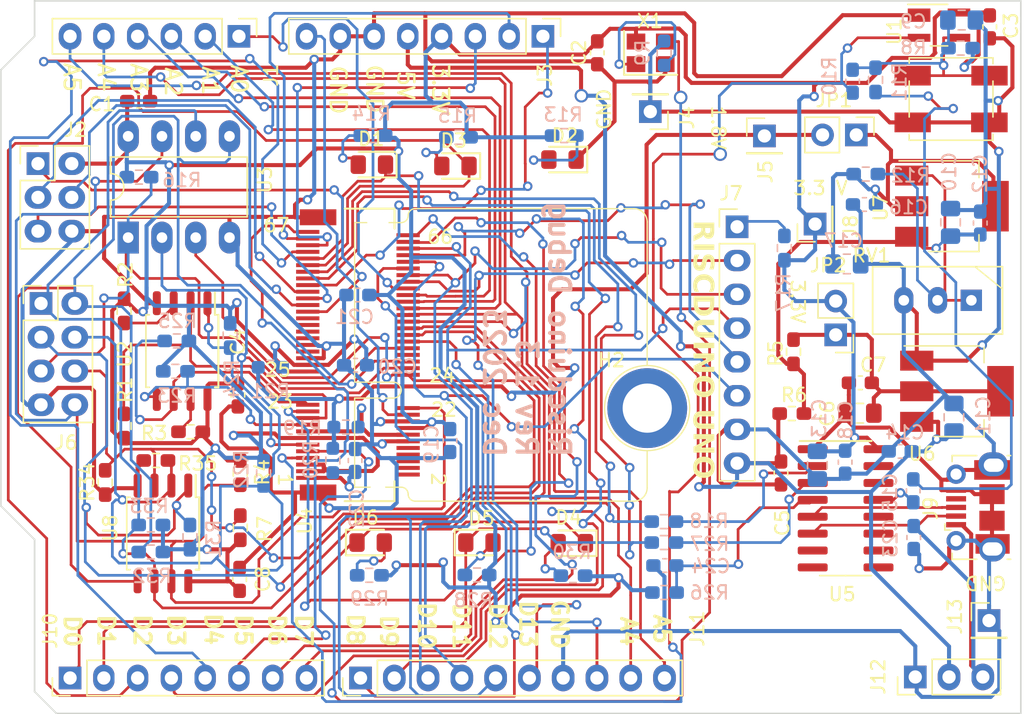
<source format=kicad_pcb>
(kicad_pcb (version 20221018) (generator pcbnew)
  (title_block (date "2023-07-21") (rev "1.0.2"))
  (layers (0 "F.Cu" jumper) (31 "B.Cu" signal) (34 "B.Paste" user) (35 "F.Paste" user) (36 "B.SilkS" user "B.Silkscreen") (37 "F.SilkS" user "F.Silkscreen") (38 "B.Mask" user) (39 "F.Mask" user) (44 "Edge.Cuts" user))
  (net 0 "")
  (net 1 "+5V")
  (net 2 "GND")
  (net 3 "+3.3VP")
  (net 4 "+3.3V")
  (net 5 "USB_D-")
  (net 6 "USB_D+")
  (net 7 "1V8_Ref")
  (net 8 "ISP_MISO")
  (net 9 "ISP_SCK")
  (net 10 "ISP_MOSI")
  (net 11 "ISP_SSN")
  (net 12 "gpio")
  (net 13 "xclk")
  (net 14 "~{RST}")
  (net 15 "mprj_io_11")
  (net 16 "ardunio_a0")
  (net 17 "ardunio_a1")
  (net 18 "ardunio_a2")
  (net 19 "ardunio_a3")
  (net 20 "ardunio_a4")
  (net 21 "ardunio_a5")
  (net 22 "ardunio_d7")
  (net 23 "ardunio_d6")
  (net 24 "ardunio_d5")
  (net 25 "ardunio_d4")
  (net 26 "ardunio_d3")
  (net 27 "ardunio_d2")
  (net 28 "ardunio_d1")
  (net 29 "ardunio_d0")
  (net 30 "mprj_io_12")
  (net 31 "ardunio_d13")
  (net 32 "ardunio_d12")
  (net 33 "ardunio_d11")
  (net 34 "ardunio_d10")
  (net 35 "ardunio_d9")
  (net 36 "ardunio_d8")
  (net 37 "CARAVEL_FLASH_IO3")
  (net 38 "USER_FLASH_IO3")
  (net 39 "CARAVEL_FLASH_IO2")
  (net 40 "USER_FLASH_IO2")
  (net 41 "CARAVEL_FLASH_IO1")
  (net 42 "USER_FLASH_IO1")
  (net 43 "CARAVEL_FLASH_IO0")
  (net 44 "USER_FLASH_IO0")
  (net 45 "CARAVEL_FLASH_SCK")
  (net 46 "USER_FLASH_SCK")
  (net 47 "CARAVEL_FLASH_SSN")
  (net 48 "USER_FLASH_SSN")
  (net 49 "USER_SRAM_SSN")
  (net 50 "mprj_io_30")
  (net 51 "mprj_io_32")
  (net 52 "mprj_io_37")
  (net 53 "mprj_io_0")
  (net 54 "mprj_io_5_ser_rx")
  (net 55 "+1V8")
  (net 56 "Net-(X1-EN)")
  (net 57 "+5VP")
  (net 58 "Net-(D1-A)")
  (net 59 "Net-(D2-A)")
  (net 60 "Net-(D3-A)")
  (net 61 "Net-(D4-A)")
  (net 62 "Net-(D5-A)")
  (net 63 "Net-(D6-A)")
  (net 64 "Net-(U7-ADJ)")
  (net 65 "+1.8VP")
  (net 66 "~{MR}")
  (net 67 "vccd1")
  (net 68 "vccd2")
  (net 69 "vccd0")
  (net 80 "Net-(U5-~{DTR})")
  (net 81 "Net-(C15-Pad2)")
  (net 82 "Net-(U5-V3)")
  (net 83 "Net-(J7-Pin_1)")
  (net 85 "Net-(U5-TXD)")
  (net 86 "Net-(U5-RXD)")
  (footprint "Connector_PinHeader_2.54mm:PinHeader_1x01_P2.54mm_Vertical" (layer "F.Cu") (at 118.1354 57.8358 180)
    (fp_text reference "J4")
    (fp_text value "Conn_01x01" hide)
  )
  (footprint "Riscduino.Library:SOT-223-3_TabPin2" (layer "F.Cu") (at 141.3256 78.867)
    (fp_text reference "U6")
    (fp_text value "LM1117MP-3.3" hide)
  )
  (footprint "Riscduino.Library:SOIC-8_5.23x5.23mm_P1.27mm" (layer "F.Cu") (at 81.4832 89.5604 -90)
    (fp_text reference "U8")
    (fp_text value "W25Q32JVSS" hide)
  )
  (footprint "Riscduino.Library:SOT-223-3_TabPin2" (layer "F.Cu") (at 140.9446 64.9478)
    (fp_text reference "U7")
    (fp_text value "LM1117S-ADJ" hide)
  )
  (footprint "Riscduino.Library:PinHeader_1x08_P2.54mm_Vertical" (layer "F.Cu") (at 110.0582 52.1716 -90)
    (fp_text reference "J3")
    (fp_text value "Conn_01x08_Pin" hide)
  )
  (footprint "Riscduino.Library:SOIC-16_3.9x9.9mm_P1.27mm" (layer "F.Cu") (at 132.8232 87.6698)
    (fp_text reference "U5")
    (fp_text value "CH340C" hide)
  )
  (footprint "Connector_PinHeader_2.54mm:PinHeader_1x02_P2.54mm_Vertical" (layer "F.Cu") (at 132.08 74.6252 180)
    (fp_text reference "JP2")
    (fp_text value "Jumper_2" hide)
  )
  (footprint "Riscduino.Library:PinHeader_2x04_P2.54mm_Vertical" (layer "F.Cu") (at 72.3138 72.263)
    (fp_text reference "J6")
    (fp_text value "Conn_02x04_Odd_Even" hide)
  )
  (footprint "Riscduino.Library:C_0603_1608Metric_Pad1.08x0.95mm_HandSolder" (layer "F.Cu") (at 114.1476 53.4132 -90)
    (fp_text reference "C2")
    (fp_text value "0.1uF" hide)
  )
  (footprint "Connector_PinHeader_2.54mm:PinHeader_1x02_P2.54mm_Vertical" (layer "F.Cu") (at 133.6294 59.5884 -90)
    (fp_text reference "JP1")
    (fp_text value "Jumper_2" hide)
  )
  (footprint "Riscduino.Library:C_0805_2012Metric_Pad1.18x1.45mm_HandSolder" (layer "F.Cu") (at 133.9088 80.518 180)
    (fp_text reference "C6")
    (fp_text value "22uF" hide)
  )
  (footprint "Connector_PinHeader_2.54mm:PinHeader_1x01_P2.54mm_Vertical" (layer "F.Cu") (at 143.6116 96.1136)
    (fp_text reference "J13")
    (fp_text value "Conn_01x01" hide)
  )
  (footprint "Riscduino.Library:PinHeader_1x06_P2.54mm_Vertical" (layer "F.Cu") (at 87.1982 52.1716 -90)
    (fp_text reference "J1")
    (fp_text value "Conn_01x06_Pin" hide)
  )
  (footprint "Riscduino.Library:LED_0805_2012Metric_Pad1.15x1.40mm_HandSolder" (layer "F.Cu") (at 111.5314 61.4426 180)
    (fp_text reference "D2")
    (fp_text value "GREEN LED" hide)
  )
  (footprint "Riscduino.Library:LED_0805_2012Metric_Pad1.15x1.40mm_HandSolder" (layer "F.Cu") (at 103.4796 61.9252 180)
    (fp_text reference "D3")
    (fp_text value "GREEN LED" hide)
  )
  (footprint "Riscduino.Library:C_0603_1608Metric_Pad1.08x0.95mm_HandSolder" (layer "F.Cu") (at 87.249 93.0159 90)
    (fp_text reference "C8")
    (fp_text value "0.1uF" hide)
  )
  (footprint "Riscduino.Library:C_0603_1608Metric_Pad1.08x0.95mm_HandSolder" (layer "F.Cu") (at 143.6624 51.4604 -90)
    (fp_text reference "C3")
    (fp_text value "0.1uF" hide)
  )
  (footprint "Riscduino.Library:MicroMod-Standoff" (layer "F.Cu") (at 117.9068 80.137)
    (fp_text reference "H2")
    (fp_text value "MICROMOD-Standoff" hide)
  )
  (footprint "Riscduino.Library:SOIC-8_5.23x5.23mm_P1.27mm" (layer "F.Cu") (at 82.9272 75.8444 -90)
    (fp_text reference "U2")
    (fp_text value "W25Q32JVSS" hide)
  )
  (footprint "Riscduino.Library:C_0603_1608Metric_Pad1.08x0.95mm_HandSolder" (layer "F.Cu") (at 127.9652 85.0138 -90)
    (fp_text reference "C5")
    (fp_text value "0.1uF" hide)
  )
  (footprint "Riscduino.Library:PinHeader_1x08_P2.54mm_Vertical" (layer "F.Cu") (at 74.4982 100.4316 90)
    (fp_text reference "J10")
    (fp_text value "Conn_01x08_Pin" hide)
  )
  (footprint "Riscduino.Library:R_0603_1608Metric_Pad0.98x0.95mm_HandSolder" (layer "F.Cu") (at 128.778 80.5434)
    (fp_text reference "R6")
    (fp_text value "DNI" hide)
  )
  (footprint "Riscduino.Library:USB_Micro-B_Molex-105017-0001" (layer "F.Cu") (at 142.5972 87.6046 90)
    (fp_text reference "J9")
    (fp_text value "USB_B_Micro" hide)
  )
  (footprint "Riscduino.Library:R_0603_1608Metric_Pad0.98x0.95mm_HandSolder" (layer "F.Cu") (at 77.1398 85.7269 -90)
    (fp_text reference "R34")
    (fp_text value "DNI" hide)
  )
  (footprint "Riscduino.Library:R_0603_1608Metric_Pad0.98x0.95mm_HandSolder" (layer "F.Cu") (at 80.9479 84.074 180)
    (fp_text reference "R35")
    (fp_text value "DNI" hide)
  )
  (footprint "Connector_PinHeader_2.54mm:PinHeader_1x01_P2.54mm_Vertical" (layer "F.Cu") (at 130.5306 66.294 90)
    (fp_text reference "J8")
    (fp_text value "Conn_01x01" hide)
  )
  (footprint "Riscduino.Library:R_0603_1608Metric_Pad0.98x0.95mm_HandSolder" (layer "F.Cu") (at 78.5622 81.4813 90)
    (fp_text reference "R1")
    (fp_text value "10K" hide)
  )
  (footprint "Riscduino.Library:Arduino_UNO_R3_WithMountingHoles" (layer "F.Cu") (at 110.0582 52.1716)
    (fp_text reference "H1" hide)
    (fp_text value "MountingHole" hide)
    (fp_line (start -40.77 2.54) (end -38.23 0) (stroke (width 0.12)) (layer "Edge.Cuts"))
    (fp_line (start -40.77 35.31) (end -40.77 2.54) (stroke (width 0.12)) (layer "Edge.Cuts"))
    (fp_line (start -38.23 -2.67) (end 35.94 -2.67) (stroke (width 0.12)) (layer "Edge.Cuts"))
    (fp_line (start -38.23 0) (end -38.23 -2.67) (stroke (width 0.12)) (layer "Edge.Cuts"))
    (fp_line (start -38.23 37.85) (end -40.77 35.31) (stroke (width 0.12)) (layer "Edge.Cuts"))
    (fp_line (start -38.23 49.28) (end -38.23 37.85) (stroke (width 0.12)) (layer "Edge.Cuts"))
    (fp_line (start -36.58 50.93) (end -38.23 49.28) (stroke (width 0.12)) (layer "Edge.Cuts"))
    (fp_line (start 35.94 -2.67) (end 35.94 9.65) (stroke (width 0.12)) (layer "Edge.Cuts"))
    (fp_line (start 35.94 9.65) (end 35.94 29.72) (stroke (width 0.12)) (layer "Edge.Cuts"))
    (fp_line (start 35.94 29.72) (end 35.94 50.93) (stroke (width 0.12)) (layer "Edge.Cuts"))
    (fp_line (start 35.94 50.93) (end -36.58 50.93) (stroke (width 0.12)) (layer "Edge.Cuts"))
  )
  (footprint "Riscduino.Library:R_0603_1608Metric_Pad0.98x0.95mm_HandSolder" (layer "F.Cu") (at 78.5622 72.8218 -90)
    (fp_text reference "R2")
    (fp_text value "10K" hide)
  )
  (footprint "Riscduino.Library:R_0603_1608Metric_Pad0.98x0.95mm_HandSolder" (layer "F.Cu") (at 83.566 81.915 180)
    (fp_text reference "R3")
    (fp_text value "10K" hide)
  )
  (footprint "Connector_PinHeader_2.54mm:PinHeader_1x01_P2.54mm_Vertical" (layer "F.Cu") (at 126.7206 59.6646)
    (fp_text reference "J5")
    (fp_text value "Conn_01x01" hide)
  )
  (footprint "Riscduino.Library:PinHeader_1x10_P2.54mm_Vertical" (layer "F.Cu") (at 96.3422 100.4316 90)
    (fp_text reference "J11")
    (fp_text value "Conn_01x10_Pin" hide)
  )
  (footprint "Riscduino.Library:DIP-8_W7.62mm_LongPads" (layer "F.Cu") (at 78.867 67.31 90)
    (fp_text reference "U3")
    (fp_text value "23LC1024-I/P " hide)
  )
  (footprint "Package_TO_SOT_SMD:SOT-143_Handsoldering" (layer "F.Cu") (at 139.851 51.3334)
    (fp_text reference "U1")
    (fp_text value "APX811-29UG-7" hide)
  )
  (footprint "Riscduino.Library:R_0603_1608Metric_Pad0.98x0.95mm_HandSolder" (layer "F.Cu") (at 87.2998 84.9884 -90)
    (fp_text reference "R4")
    (fp_text value "10K" hide)
  )
  (footprint "Riscduino.Library:PinHeader_1x03_P2.54mm_Vertical" (layer "F.Cu") (at 138.064 100.3554 90)
    (fp_text reference "J12")
    (fp_text value "Conn_01x03_Pin" hide)
  )
  (footprint "Riscduino.Library:PinHeader_1x08_P2.54mm_Vertical" (layer "F.Cu") (at 124.6632 66.4972)
    (fp_text reference "J7")
    (fp_text value "Conn_01x08_Pin" hide)
  )
  (footprint "Riscduino.Library:R_0603_1608Metric_Pad0.98x0.95mm_HandSolder" (layer "F.Cu") (at 128.905 75.8952 -90)
    (fp_text reference "R5")
    (fp_text value "0E" hide)
  )
  (footprint "Riscduino.Library:M.2-CONNECTOR-E" (layer "F.Cu") (at 97.6486 76.1322 -90)
    (fp_text reference "U4")
    (fp_text value "caravel-M.2-card" hide)
  )
  (footprint "Riscduino.Library:SW_SPST_EVPBF_TS4550TP" (layer "F.Cu") (at 140.757 56.8894 180)
    (fp_text reference "SW1" hide)
    (fp_text value "4Pin Round Button SPST Straight Tactile Switch SMD - TS4550TP" hide)
  )
  (footprint "Riscduino.Library:LED_0805_2012Metric_Pad1.15x1.40mm_HandSolder" (layer "F.Cu") (at 97.1968 61.8236 180)
    (fp_text reference locked "D1")
    (fp_text value "GREEN LED" hide)
  )
  (footprint "Riscduino.Library:LED_0805_2012Metric_Pad1.15x1.40mm_HandSolder" (layer "F.Cu") (at 112.2336 90.297 180)
    (fp_text reference "D4")
    (fp_text value "GREEN LED" hide)
  )
  (footprint "Riscduino.Library:PinHeader_2x03_P2.54mm_Vertical" (layer "F.Cu") (at 72.0852 61.7474)
    (fp_text reference "J2")
    (fp_text value "ISP" hide)
  )
  (footprint "Riscduino.Library:C_0603_1608Metric_Pad1.08x0.95mm_HandSolder" (layer "F.Cu") (at 133.9342 78.232 180)
    (fp_text reference "C7")
    (fp_text value "0.1uF" hide)
  )
  (footprint "Riscduino.Library:Crystal_SMD_Abracon_ABM8G-4Pin_3.2x2.5mm" (layer "F.Cu") (at 118.1608 53.4162)
    (fp_text reference "X1")
    (fp_text value "ASE-10.000MHZ-LC-T" hide)
  )
  (footprint "Riscduino.Library:R_0603_1608Metric_Pad0.98x0.95mm_HandSolder" (layer "F.Cu") (at 87.2998 89.1286 90)
    (fp_text reference "R7")
    (fp_text value "10K" hide)
  )
  (footprint "Riscduino.Library:C_0603_1608Metric_Pad1.08x0.95mm_HandSolder" (layer "F.Cu") (at 87.122 79.1464 -90)
    (fp_text reference "C4")
    (fp_text value "0.1uF" hide)
  )
  (footprint "Riscduino.Library:LED_0805_2012Metric_Pad1.15x1.40mm_HandSolder" (layer "F.Cu") (at 105.283 90.2462)
    (fp_text reference "D5")
    (fp_text value "GREEN LED" hide)
  )
  (footprint "Riscduino.Library:C_0603_1608Metric_Pad1.08x0.95mm_HandSolder" (layer "F.Cu") (at 79.6555 57.0484)
    (fp_text reference "C1")
    (fp_text value "0.1uF" hide)
  )
  (footprint "Riscduino.Library:Potentiometer_Bourns_3296W_Vertical" (layer "F.Cu") (at 142.281 72.0278)
    (fp_text reference "RV1")
    (fp_text value "500 Ohm Trim Pot" hide)
  )
  (footprint "Riscduino.Library:LED_0805_2012Metric_Pad1.15x1.40mm_HandSolder" (layer "F.Cu") (at 97.1042 90.2462)
    (fp_text reference "D6")
    (fp_text value "BLUE LED" hide)
  )
  (footprint "Riscduino:C_0603_1608Metric_Pad1.08x0.95mm_HandSolder" (layer "B.Cu") (at 133.35 55.5509 -90)
    (fp_text reference "R10")
    (fp_text value "0E-DNI" hide)
  )
  (footprint "Riscduino.Library:R_0603_1608Metric_Pad0.98x0.95mm_HandSolder" (layer "B.Cu") (at 135.0772 55.4501 90)
    (fp_text reference "R11")
    (fp_text value "0E" hide)
  )
  (footprint "Capacitor_SMD:C_0603_1608Metric_Pad1.08x0.95mm_HandSolder" (layer "B.Cu") (at 137.9474 89.8652 -90)
    (fp_text reference "C23")
    (fp_text value "0.1uF" hide)
  )
  (footprint "Riscduino.Library:C_0603_1608Metric_Pad1.08x0.95mm_HandSolder" (layer "B.Cu") (at 96.139 71.628 180)
    (fp_text reference "C21")
    (fp_text value "0.1uF" hide)
  )
  (footprint "Riscduino.Library:C_0805_2012Metric_Pad1.18x1.45mm_HandSolder" (layer "B.Cu") (at 140.716 66.1631 90)
    (fp_text reference "C10")
    (fp_text value "10uF" hide)
  )
  (footprint "Riscduino.Library:R_0603_1608Metric_Pad0.98x0.95mm_HandSolder" (layer "B.Cu") (at 141.4761 53.0606 180)
    (fp_text reference "R8")
    (fp_text value "10K" hide)
  )
  (footprint "Riscduino.Library:R_0603_1608Metric_Pad0.98x0.95mm_HandSolder" (layer "B.Cu") (at 119.2022 94.0054 180)
    (fp_text reference "R26")
    (fp_text value "0E" hide)
  )
  (footprint "Riscduino.Library:R_0603_1608Metric_Pad0.98x0.95mm_HandSolder" (layer "B.Cu") (at 89.0524 85.0392 -90)
    (fp_text reference "R22")
    (fp_text value "10K" hide)
  )
  (footprint "Riscduino.Library:C_0603_1608Metric_Pad1.08x0.95mm_HandSolder" (layer "B.Cu") (at 95.9651 76.9112)
    (fp_text reference "C20")
    (fp_text value "0.1uF" hide)
  )
  (footprint "Riscduino.Library:R_0603_1608Metric_Pad0.98x0.95mm_HandSolder" (layer "B.Cu") (at 111.6603 59.6392 180)
    (fp_text reference "R13")
    (fp_text value "470 Ohm" hide)
  )
  (footprint "Riscduino:R_0603_1608Metric_Pad0.98x0.95mm_HandSolder" (layer "B.Cu") (at 119.1533 90.2462 180)
    (fp_text reference "R27")
    (fp_text value "0E" hide)
  )
  (footprint "Riscduino.Library:R_0603_1608Metric_Pad0.98x0.95mm_HandSolder" (layer "B.Cu") (at 97.0026 92.71)
    (fp_text reference "R29")
    (fp_text value "470 Ohm" hide)
  )
  (footprint "Riscduino.Library:C_0603_1608Metric_Pad1.08x0.95mm_HandSolder" (layer "B.Cu") (at 137.9122 86.3534 90)
    (fp_text reference "C15")
    (fp_text value "0.1uF" hide)
  )
  (footprint "Resistor_SMD:R_0603_1608Metric_Pad0.98x0.95mm_HandSolder" (layer "B.Cu") (at 95.2481 81.5594 180)
    (fp_text reference "R19")
    (fp_text value "0E" hide)
  )
  (footprint "Riscduino.Library:R_0603_1608Metric_Pad0.98x0.95mm_HandSolder" (layer "B.Cu") (at 128.2192 68.0974 -90)
    (fp_text reference "R17")
    (fp_text value "100E" hide)
  )
  (footprint "Riscduino.Library:R_0603_1608Metric_Pad0.98x0.95mm_HandSolder" (layer "B.Cu") (at 105.1052 92.6846)
    (fp_text reference "R28")
    (fp_text value "470 Ohm" hide)
  )
  (footprint "Riscduino.Library:R_0603_1608Metric_Pad0.98x0.95mm_HandSolder" (layer "B.Cu") (at 83.5152 89.8379 90)
    (fp_text reference "R31")
    (fp_text value "10K" hide)
  )
  (footprint "Riscduino.Library:C_0805_2012Metric_Pad1.18x1.45mm_HandSolder" (layer "B.Cu") (at 130.6986 84.423 -90)
    (fp_text reference "C13")
    (fp_text value "10uF" hide)
  )
  (footprint "Riscduino.Library:C_0805_2012Metric_Pad1.18x1.45mm_HandSolder" (layer "B.Cu") (at 141.5542 50.9524)
    (fp_text reference "C9")
    (fp_text value "10uF" hide)
  )
  (footprint "Riscduino.Library:C_0603_1608Metric_Pad1.08x0.95mm_HandSolder" (layer "B.Cu") (at 119.2276 91.9734)
    (fp_text reference "C24")
    (fp_text value "0.1uF" hide)
  )
  (footprint "Riscduino.Library:R_0603_1608Metric_Pad0.98x0.95mm_HandSolder" (layer "B.Cu") (at 82.4192 77.3684)
    (fp_text reference "R23")
    (fp_text value "10K" hide)
  )
  (footprint "Resistor_SMD:R_0603_1608Metric_Pad0.98x0.95mm_HandSolder" (layer "B.Cu") (at 119.1768 53.4397 90)
    (fp_text reference "R9")
    (fp_text value "DNI" hide)
  )
  (footprint "Riscduino.Library:R_0603_1608Metric_Pad0.98x0.95mm_HandSolder" (layer "B.Cu") (at 86.5378 74.6741 -90)
    (fp_text reference "R24")
    (fp_text value "10K" hide)
  )
  (footprint "Riscduino.Library:R_0603_1608Metric_Pad0.98x0.95mm_HandSolder" (layer "B.Cu") (at 82.5227 75.0824 180)
    (fp_text reference "R25")
    (fp_text value "10K" hide)
  )
  (footprint "Riscduino.Library:R_0603_1608Metric_Pad0.98x0.95mm_HandSolder" (layer "B.Cu") (at 97.282 59.6392)
    (fp_text reference "R14")
    (fp_text value "470 Ohm" hide)
  )
  (footprint "Riscduino.Library:R_0603_1608Metric_Pad0.98x0.95mm_HandSolder" (layer "B.Cu") (at 103.7082 59.7662)
    (fp_text reference "R15")
    (fp_text value "470 Ohm" hide)
  )
  (footprint "Resistor_SMD:R_0603_1608Metric_Pad0.98x0.95mm_HandSolder" (layer "B.Cu") (at 94.2594 84.074 -90)
    (fp_text reference "R20")
    (fp_text value "0E" hide)
  )
  (footprint "Riscduino.Library:C_0603_1608Metric_Pad1.08x0.95mm_HandSolder" (layer "B.Cu") (at 134.239 64.8208 180)
    (fp_text reference "C16")
    (fp_text value "0.1uF" hide)
  )
  (footprint "Riscduino.Library:R_0603_1608Metric_Pad0.98x0.95mm_HandSolder" (layer "B.Cu") (at 112.3188 92.7354)
    (fp_text reference "R30")
    (fp_text value "470 Ohm" hide)
  )
  (footprint "Riscduino.Library:C_0603_1608Metric_Pad1.08x0.95mm_HandSolder" (layer "B.Cu") (at 95.9358 84.074 90)
    (fp_text reference "C22")
    (fp_text value "0.1uF" hide)
  )
  (footprint "Riscduino.Library:C_0805_2012Metric_Pad1.18x1.45mm_HandSolder" (layer "B.Cu") (at 132.9182 69.2912)
    (fp_text reference "C17")
    (fp_text value "22uF" hide)
  )
  (footprint "Riscduino.Library:C_0805_2012Metric_Pad1.18x1.45mm_HandSolder" (layer "B.Cu") (at 140.97 80.8228 90)
    (fp_text reference "C11")
    (fp_text value "10uF" hide)
  )
  (footprint "Riscduino.Library:R_0603_1608Metric_Pad0.98x0.95mm_HandSolder" (layer "B.Cu") (at 80.5707 90.9574 180)
    (fp_text reference "R32")
    (fp_text value "10K" hide)
  )
  (footprint "Riscduino.Library:C_0603_1608Metric_Pad1.08x0.95mm_HandSolder" (layer "B.Cu") (at 142.9512 66.2167 90)
    (fp_text reference "C12")
    (fp_text value "0.1uF" hide)
  )
  (footprint "Riscduino.Library:C_0603_1608Metric_Pad1.08x0.95mm_HandSolder" (layer "B.Cu") (at 136.9325 83.3882 180)
    (fp_text reference "C14")
    (fp_text value "0.1uF" hide)
  )
  (footprint "Riscduino.Library:C_0603_1608Metric_Pad1.08x0.95mm_HandSolder" (layer "B.Cu") (at 103.0732 82.5754 -90)
    (fp_text reference "C19")
    (fp_text value "0.1uF" hide)
  )
  (footprint "Riscduino.Library:C_0603_1608Metric_Pad1.08x0.95mm_HandSolder" (layer "B.Cu") (at 132.7912 84.201 -90)
    (fp_text reference "C18")
    (fp_text value "0.1uF" hide)
  )
  (footprint "Riscduino:R_0603_1608Metric_Pad0.98x0.95mm_HandSolder" (layer "B.Cu") (at 119.1514 88.6714 180)
    (fp_text reference "R18")
    (fp_text value "0E" hide)
  )
  (footprint "Riscduino.Library:R_0603_1608Metric_Pad0.98x0.95mm_HandSolder" (layer "B.Cu") (at 80.5707 88.9254 180)
    (fp_text reference "R33")
    (fp_text value "10K" hide)
  )
  (footprint "Riscduino.Library:R_0603_1608Metric_Pad0.98x0.95mm_HandSolder" (layer "B.Cu") (at 134.3406 62.5348)
    (fp_text reference "R12")
    (fp_text value "470 Ohm" hide)
  )
  (footprint "Riscduino.Library:R_0603_1608Metric_Pad0.98x0.95mm_HandSolder" (layer "B.Cu") (at 79.6798 62.7634)
    (fp_text reference "R16")
    (fp_text value "10K" hide)
  )
  (footprint "Resistor_SMD:R_0603_1608Metric_Pad0.98x0.95mm_HandSolder" (layer "B.Cu") (at 89.5604 77.0636)
    (fp_text reference "R21")
    (fp_text value "0E" hide)
  )
  (gr_text "Riscduino Debug\nRev 1.3\nDec 2023" (at 105.4862 83.9724 270) (layer "B.SilkS") (effects (font (size 1.524 1.524) (thickness 0.3048) bold) (justify left bottom mirror)))
  (gr_text "D6" (at 89.357201 95.503857 270) (layer "F.SilkS") (effects (font (size 1.2 1.2) (thickness 0.25) bold) (justify left bottom)))
  (gr_text "A4" (at 115.824 95.6818 270) (layer "F.SilkS") (effects (font (size 1.2 1.2) (thickness 0.25) bold) (justify left bottom)))
  (gr_text "A3" (at 78.9686 54.0766 270) (layer "F.SilkS") (effects (font (size 1.2 1.2) (thickness 0.1875)) (justify left bottom)))
  (gr_text "D0" (at 73.9648 95.5802 270) (layer "F.SilkS") (effects (font (size 1.2 1.2) (thickness 0.25) bold) (justify left bottom)))
  (gr_text "A0" (at 86.5124 54.1782 -90) (layer "F.SilkS") (effects (font (size 1.2 1.2) (thickness 0.1875)) (justify left bottom)))
  (gr_text "D10" (at 100.6094 94.5896 270) (layer "F.SilkS") (effects (font (size 1.2 1.2) (thickness 0.25) bold) (justify left bottom)))
  (gr_text "A1" (at 84.3534 54.3052 270) (layer "F.SilkS") (effects (font (size 1.2 1.2) (thickness 0.1875)) (justify left bottom)))
  (gr_text "GND" (at 110.617 94.4118 270) (layer "F.SilkS") (effects (font (size 1.2 1.2) (thickness 0.25) bold) (justify left bottom)))
  (gr_text "D3" (at 81.7626 95.503857 270) (layer "F.SilkS") (effects (font (size 1.2 1.2) (thickness 0.25) bold) (justify left bottom)))
  (gr_text "5V" (at 99.0346 54.6354 270) (layer "F.SilkS") (effects (font (size 1.2 1.2) (thickness 0.1875)) (justify left bottom)))
  (gr_text "D4" (at 84.5566 95.4278 270) (layer "F.SilkS") (effects (font (size 1.2 1.2) (thickness 0.25) bold) (justify left bottom)))
  (gr_text "D13" (at 108.2294 94.4626 270) (layer "F.SilkS") (effects (font (size 1.2 1.2) (thickness 0.25) bold) (justify left bottom)))
  (gr_text "D9" (at 97.7646 95.5548 270) (layer "F.SilkS") (effects (font (size 1.2 1.2) (thickness 0.25) bold) (justify left bottom)))
  (gr_text "D11" (at 103.2256 94.6404 270) (layer "F.SilkS") (effects (font (size 1.2 1.2) (thickness 0.25) bold) (justify left bottom)))
  (gr_text "A4" (at 76.5048 54.0512 270) (layer "F.SilkS") (effects (font (size 1.2 1.2) (thickness 0.1875)) (justify left bottom)))
  (gr_text "RISCDUINO UNO" (at 121.1326 65.9892 -90) (layer "F.SilkS") (effects (font (size 1.524 1.524) (thickness 0.1524)) (justify left bottom)))
  (gr_text "A5" (at 73.9394 54.0512 270) (layer "F.SilkS") (effects (font (size 1.2 1.2) (thickness 0.1875)) (justify left bottom)))
  (gr_text "1.8V" (at 122.6566 57.3024 -90) (layer "F.SilkS") (effects (font (size 1.016 1.016) (thickness 0.1524)) (justify left bottom)))
  (gr_text "D8" (at 95.25 95.4532 270) (layer "F.SilkS") (effects (font (size 1.2 1.2) (thickness 0.25) bold) (justify left bottom)))
  (gr_text "D2" (at 79.231067 95.503857 270) (layer "F.SilkS") (effects (font (size 1.2 1.2) (thickness 0.25) bold) (justify left bottom)))
  (gr_text "D7" (at 91.3638 95.504 270) (layer "F.SilkS") (effects (font (size 1.2 1.2) (thickness 0.25) bold) (justify left bottom)))
  (gr_text "3.3 V" (at 128.8034 64.1858) (layer "F.SilkS") (effects (font (size 1.016 1.016) (thickness 0.1524)) (justify left bottom)))
  (gr_text "A5" (at 118.3132 95.504 270) (layer "F.SilkS") (effects (font (size 1.2 1.2) (thickness 0.25) bold) (justify left bottom)))
  (gr_text "D12" (at 105.9434 94.615 270) (layer "F.SilkS") (effects (font (size 1.2 1.2) (thickness 0.25) bold) (justify left bottom)))
  (gr_text "GND" (at 115.2652 59.309 90) (layer "F.SilkS") (effects (font (size 1.016 1.016) (thickness 0.1524)) (justify left bottom)))
  (gr_text "D5" (at 86.825666 95.503857 270) (layer "F.SilkS") (effects (font (size 1.2 1.2) (thickness 0.25) bold) (justify left bottom)))
  (gr_text "GND" (at 96.6978 54.1782 270) (layer "F.SilkS") (effects (font (size 1.2 1.2) (thickness 0.1875)) (justify left bottom)))
  (gr_text "D1" (at 76.5048 95.5294 270) (layer "F.SilkS") (effects (font (size 1.2 1.2) (thickness 0.25) bold) (justify left bottom)))
  (gr_text "3.3V" (at 128.6256 70.3834 -90) (layer "F.SilkS") (effects (font (size 1.016 1.016) (thickness 0.1524)) (justify left bottom)))
  (gr_text "3.3V" (at 101.6508 54.102 270) (layer "F.SilkS") (effects (font (size 1.2 1.2) (thickness 0.1875)) (justify left bottom)))
  (gr_text "GND" (at 93.9546 54.2544 270) (layer "F.SilkS") (effects (font (size 1.2 1.2) (thickness 0.1875)) (justify left bottom)))
  (gr_text "A2" (at 81.5594 54.3814 270) (layer "F.SilkS") (effects (font (size 1.2 1.2) (thickness 0.1875)) (justify left bottom)))
  (gr_text "GND" (at 145.0086 92.6846 180) (layer "F.SilkS") (effects (font (size 1.016 1.016) (thickness 0.1524)) (justify left bottom)))
  (segment (start 122.1642 76.3426) (end 122.1642 85.684) (width 0.3048) (layer "F.Cu") (net 1))
  (segment (start 100.129 54.5356) (end 99.8982 54.3052) (width 0.3048) (layer "F.Cu") (net 1))
  (segment (start 100.129 54.5356) (end 112.7016 54.5356) (width 0.3048) (layer "F.Cu") (net 1))
  (segment (start 139.783 81.167) (end 139.783 82.3637) (width 0.3048) (layer "F.Cu") (net 1))
  (segment (start 122.1642 85.684) (end 121.793 86.0552) (width 0.3048) (layer "F.Cu") (net 1))
  (segment (start 112.9284 56.6166) (end 112.9538 56.642) (width 0.3048) (layer "F.Cu") (net 1))
  (segment (start 128.042 84.2772) (end 124.6632 84.2772) (width 0.3048) (layer "F.Cu") (net 1))
  (segment (start 120.420947 75.489253) (end 121.310853 75.489253) (width 0.3048) (layer "F.Cu") (net 1))
  (segment (start 127.762 81.0025) (end 127.762 83.9481) (width 0.3048) (layer "F.Cu") (net 1))
  (segment (start 112.7016 54.5356) (end 112.9284 54.7624) (width 0.3048) (layer "F.Cu") (net 1))
  (segment (start 121.310853 75.489253) (end 122.1642 76.3426) (width 0.3048) (layer "F.Cu") (net 1))
  (segment (start 128.042 80.7225) (end 127.762 81.0025) (width 0.3048) (layer "F.Cu") (net 1))
  (segment (start 112.9284 54.7624) (end 112.9284 56.6166) (width 0.3048) (layer "F.Cu") (net 1))
  (segment (start 138.176 81.167) (end 139.783 81.167) (width 0.3048) (layer "F.Cu") (net 1))
  (segment (start 99.8982 54.3052) (end 99.8982 52.1716) (width 0.3048) (layer "F.Cu") (net 1))
  (segment (start 139.783 82.3637) (end 139.675 82.4717) (width 0.3048) (layer "F.Cu") (net 1))
  (via (at 121.793 86.0552) (size 0.7112) (drill 0.4064) (layers "F.Cu" "B.Cu") (net 1))
  (via (at 139.675 82.4717) (size 0.7112) (drill 0.4064) (layers "F.Cu" "B.Cu") (net 1))
  (via (at 120.420947 75.489253) (size 0.7112) (drill 0.4064) (layers "F.Cu" "B.Cu") (net 1))
  (via (at 112.9538 56.642) (size 1.016) (drill 0.7112) (layers "F.Cu" "B.Cu") (net 1))
  (segment (start 127.032 84.2772) (end 124.6632 84.2772) (width 0.3048) (layer "B.Cu") (net 1))
  (segment (start 114.0968 56.642) (end 112.9538 56.642) (width 0.3048) (layer "B.Cu") (net 1))
  (segment (start 140.359 82.4717) (end 139.675 82.4717) (width 0.3048) (layer "B.Cu") (net 1))
  (segment (start 134.739 92.194) (end 134.739 86.4438) (width 0.3048) (layer "B.Cu") (net 1))
  (segment (start 121.793 86.0552) (end 124.1806 86.0552) (width 0.3048) (layer "B.Cu") (net 1))
  (segment (start 137.795 83.3882) (end 134.739 86.4438) (width 0.3048) (layer "B.Cu") (net 1))
  (segment (start 120.420947 75.489253) (end 120.420947 74.370747) (width 0.3048) (layer "B.Cu") (net 1))
  (segment (start 139.675 82.4717) (end 138.759 83.3882) (width 0.3048) (layer "B.Cu") (net 1))
  (segment (start 114.7338 68.6836) (end 114.7338 57.279) (width 0.3048) (layer "B.Cu") (net 1))
  (segment (start 129.198 86.4438) (end 127.032 84.2772) (width 0.3048) (layer "B.Cu") (net 1))
  (segment (start 140.604 98.059) (end 134.739 92.194) (width 0.3048) (layer "B.Cu") (net 1))
  (segment (start 114.7338 57.279) (end 114.0968 56.642) (width 0.3048) (layer "B.Cu") (net 1))
  (segment (start 140.97 81.8603) (end 140.359 82.4717) (width 0.3048) (layer "B.Cu") (net 1))
  (segment (start 124.1806 86.0552) (end 124.6632 85.5726) (width 0.3048) (layer "B.Cu") (net 1))
  (segment (start 140.604 100.355) (end 140.604 98.059) (width 0.3048) (layer "B.Cu") (net 1))
  (segment (start 120.420947 74.370747) (end 114.7338 68.6836) (width 0.3048) (layer "B.Cu") (net 1))
  (segment (start 138.759 83.3882) (end 137.795 83.3882) (width 0.3048) (layer "B.Cu") (net 1))
  (segment (start 124.6632 85.5726) (end 124.6632 84.2772) (width 0.3048) (layer "B.Cu") (net 1))
  (segment (start 134.739 86.4438) (end 129.198 86.4438) (width 0.3048) (layer "B.Cu") (net 1))
  (segment (start 130.629 82.9434) (end 130.488 83.084) (width 0.3048) (layer "F.Cu") (net 2))
  (segment (start 86.4163 83.1703) (end 88.8345 83.1703) (width 0.3048) (layer "F.Cu") (net 2))
  (segment (start 89.5858 83.9216) (end 89.5858 86.3346) (width 0.3048) (layer "F.Cu") (net 2))
  (segment (start 85.8774 82.6314) (end 86.4163 83.1703) (width 0.3048) (layer "F.Cu") (net 2))
  (segment (start 144.295 57.0155) (end 144.38 57.0155) (width 0.3048) (layer "F.Cu") (net 2))
  (segment (start 140.824 85.416) (end 140.72 85.5198) (width 0.3048) (layer "F.Cu") (net 2))
  (segment (start 143.835 89.4349) (end 143.835 89.1583) (width 0.3048) (layer "F.Cu") (net 2))
  (segment (start 133.498 81.6015) (end 132.871 80.975) (width 0.3048) (layer "F.Cu") (net 2))
  (segment (start 76.0476 78.613) (end 76.3016 78.867) (width 0.3048) (layer "F.Cu") (net 2))
  (segment (start 140.614 90.626) (end 140.614 91.5928) (width 0.3048) (layer "F.Cu") (net 2))
  (segment (start 144.38 57.0155) (end 145.37 56.0261) (width 0.3048) (layer "F.Cu") (net 2))
  (segment (start 79.5782 85.9604) (end 79.5782 84.5839) (width 0.3048) (layer "F.Cu") (net 2))
  (segment (start 143.637 60.1218) (end 144.348 60.833) (width 0.3048) (layer "F.Cu") (net 2))
  (segment (start 133.072 79.1444) (end 133.072 78.4559) (width 0.3048) (layer "F.Cu") (net 2))
  (segment (start 86.487 67.31) (end 86.487 65.754) (width 0.3048) (layer "F.Cu") (net 2))
  (segment (start 77.0576 66.7004) (end 77.0576 68.8788) (width 0.3048) (layer "F.Cu") (net 2))
  (segment (start 88.8345 83.1703) (end 89.5858 83.9216) (width 0.3048) (layer "F.Cu") (net 2))
  (segment (start 133.072 79.8335) (end 132.871 80.0342) (width 0.3048) (layer "F.Cu") (net 2))
  (segment (start 87.122 80.0089) (end 86.4627 80.0089) (width 0.3048) (layer "F.Cu") (net 2))
  (segment (start 115.447 55.5752) (end 115.447 58.5519) (width 0.3048) (layer "F.Cu") (net 2))
  (segment (start 138.176 76.567) (end 138.176 73.0024) (width 0.3048) (layer "F.Cu") (net 2))
  (segment (start 130.91 82.6622) (end 130.348 83.2245) (width 0.3048) (layer "F.Cu") (net 2))
  (segment (start 144.754 52.3229) (end 143.6624 52.3229) (width 0.3048) (layer "F.Cu") (net 2))
  (segment (start 136.109 81.6015) (end 133.498 81.6015) (width 0.3048) (layer "F.Cu") (net 2))
  (segment (start 94.2249 53.9079) (end 92.8601 53.9079) (width 0.3048) (layer "F.Cu") (net 2))
  (segment (start 140.027 86.3046) (end 141.1347 86.3046) (width 0.3048) (layer "F.Cu") (net 2))
  (segment (start 140.443 85.5198) (end 140.027 85.5198) (width 0.3048) (layer "F.Cu") (net 2))
  (segment (start 143.854 84.7852) (end 141.4541 84.7852) (width 0.3048) (layer "F.Cu") (net 2))
  (segment (start 85.8774 80.5942) (end 85.8774 82.6314) (width 0.3048) (layer "F.Cu") (net 2))
  (segment (start 77.0576 65.7525) (end 86.487 65.7525) (width 0.3048) (layer "F.Cu") (net 2))
  (segment (start 140.72 85.5198) (end 140.443 85.5198) (width 0.3048) (layer "F.Cu") (net 2))
  (segment (start 79.5782 84.5839) (end 79.9611 84.201) (width 0.3048) (layer "F.Cu") (net 2))
  (segment (start 91.4161 87.9863) (end 87.249 92.1534) (width 0.3048) (layer "F.Cu") (net 2))
  (segment (start 118.135 57.8358) (end 118.135 55.7562) (width 0.3048) (layer "F.Cu") (net 2))
  (segment (start 133.072 79.1447) (end 133.072 79.1444) (width 0.3048) (layer "F.Cu") (net 2))
  (segment (start 124.663 81.7372) (end 123.749 81.7372) (width 0.3048) (layer "F.Cu") (net 2))
  (segment (start 92.2324 54.5356) (end 80.8972 54.5356) (width 0.3048) (layer "F.Cu") (net 2))
  (segment (start 93.5788 75.666102) (end 93.5788 76.3624) (width 0.3048) (layer "F.Cu") (net 2))
  (segment (start 98.167961 82.6322) (end 99.9236 82.6322) (width 0.3048) (layer "F.Cu") (net 2))
  (segment (start 86.487 65.7525) (end 86.487 65.754) (width 0.3048) (layer "F.Cu") (net 2))
  (segment (start 91.4161 86.4822) (end 91.4161 87.9863) (width 0.3048) (layer "F.Cu") (net 2))
  (segment (start 92.3544 64.4652) (end 91.7956 64.4652) (width 0.3048) (layer "F.Cu") (net 2))
  (segment (start 97.3582 50.4444) (end 101.168 50.4444) (width 0.3048) (layer "F.Cu") (net 2))
  (segment (start 97.3582 52.1716) (end 97.3582 50.4444) (width 0.3048) (layer "F.Cu") (net 2))
  (segment (start 141.924 76.567) (end 138.176 76.567) (width 0.3048) (layer "F.Cu") (net 2))
  (segment (start 136.144 58.6474) (end 135.333 57.8358) (width 0.3048) (layer "F.Cu") (net 2))
  (segment (start 77.0576 66.7004) (end 77.0576 65.7525) (width 0.3048) (layer "F.Cu") (net 2))
  (segment (start 91.4161 64.8447) (end 91.4161 65.754) (width 0.3048) (layer "F.Cu") (net 2))
  (segment (start 137.8675 58.6474) (end 136.144 58.6474) (width 0.3048) (layer "F.Cu") (net 2))
  (segment (start 93.9835 87.6403) (end 92.8254 86.4822) (width 0.3048) (layer "F.Cu") (net 2))
  (segment (start 144.38 57.0155) (end 144.38 58.3496) (width 0.3048) (layer "F.Cu") (net 2))
  (segment (start 142.527 86.6046) (end 143.8347 86.6046) (width 0.3048) (layer "F.Cu") (net 2))
  (segment (start 121.437 51.1556) (end 121.437 54.9402) (width 0.3048) (layer "F.Cu") (net 2))
  (segment (start 123.749 81.7372) (end 123.279 82.2068) (width 0.3048) (layer "F.Cu") (net 2))
  (segment (start 123.279 85.5602) (end 123.595 85.8763) (width 0.3048) (layer "F.Cu") (net 2))
  (segment (start 114.17 54.2974) (end 114.751 54.8786) (width 0.3048) (layer "F.Cu") (net 2))
  (segment (start 143.835 89.4349) (end 143.835 89.4352) (width 0.3048) (layer "F.Cu") (net 2))
  (segment (start 92.8254 86.4822) (end 91.4161 86.4822) (width 0.3048) (layer "F.Cu") (net 2))
  (segment (start 143.88 89.7619) (end 143.88 89.7665) (width 0.3048) (layer "F.Cu") (net 2))
  (segment (start 121.666 55.1688) (end 128.019 55.1688) (width 0.3048) (layer "F.Cu") (net 2))
  (segment (start 93.5788 76.3624) (end 93.559 76.3822) (width 0.3048) (layer "F.Cu") (net 2))
  (segment (start 86.4627 80.0089) (end 85.8774 80.5942) (width 0.3048) (layer "F.Cu") (net 2))
  (segment (start 118.643 55.5752) (end 117.954 55.5752) (width 0.3048) (layer "F.Cu") (net 2))
  (segment (start 119.261 54.9578) (end 118.643 55.5752) (width 0.3048) (layer "F.Cu") (net 2))
  (segment (start 97.3582 52.1716) (end 94.8182 52.1716) (width 0.3048) (layer "F.Cu") (net 2))
  (segment (start 93.559 76.3822) (end 92.3736 76.3822) (width 0.3048) (layer "F.Cu") (net 2))
  (segment (start 89.7334 86.4822) (end 91.4161 86.4822) (width 0.3048) (layer "F.Cu") (net 2))
  (segment (start 101.168 50.4444) (end 120.726 50.4444) (width 0.3048) (layer "F.Cu") (net 2))
  (segment (start 92.8601 53.9079) (end 92.2324 54.5356) (width 0.3048) (layer "F.Cu") (net 2))
  (segment (start 120.726 50.4444) (end 121.437 51.1556) (width 0.3048) (layer "F.Cu") (net 2))
  (segment (start 133.072 79.8335) (end 133.072 79.1447) (width 0.3048) (layer "F.Cu") (net 2))
  (segment (start 76.3016 85.8736) (end 77.1906 86.7626) (width 0.3048) (layer "F.Cu") (net 2))
  (segment (start 99.9236 81.1322) (end 97.8683 81.1322) (width 0.3048) (layer "F.Cu") (net 2))
  (segment (start 128.019 55.1688) (end 132.605 50.5834) (width 0.3048) (layer "F.Cu") (net 2))
  (segment (start 73.5838 78.613) (end 76.0476 78.613) (width 0.3048) (layer "F.Cu") (net 2))
  (segment (start 143.104 75.3872) (end 141.924 76.567) (width 0.3048) (layer "F.Cu") (net 2))
  (segment (start 89.5858 86.3346) (end 89.7334 86.4822) (width 0.3048) (layer "F.Cu") (net 2))
  (segment (start 80.518 54.9148) (end 80.518 57.0484) (width 0.3048) (layer "F.Cu") (net 2))
  (segment (start 101.703 54.053) (end 113.9249 54.053) (width 0.3048) (layer "F.Cu") (net 2))
  (segment (start 101.219 50.4952) (end 101.219 53.5686) (width 0.3048) (layer "F.Cu") (net 2))
  (segment (start 140.0167 92.1901) (end 138.359 92.1901) (width 0.3048) (layer "F.Cu") (net 2))
  (segment (start 143.835 86.6046) (end 143.835 88.12) (width 0.3048) (layer "F.Cu") (net 2))
  (segment (start 101.168 50.4444) (end 101.219 50.4952) (width 0.3048) (layer "F.Cu") (net 2))
  (segment (start 117.954 55.5752) (end 115.447 55.5752) (width 0.3048) (layer "F.Cu") (net 2))
  (segment (start 142.242 86.3196) (end 142.527 86.6046) (width 0.3048) (layer "F.Cu") (net 2))
  (segment (start 140.614 90.626) (end 141.135 90.1048) (width 0.3048) (layer "F.Cu") (net 2))
  (segment (start 145.37 52.9389) (end 144.754 52.3229) (width 0.3048) (layer "F.Cu") (net 2))
  (segment (start 143.835 89.4352) (end 143.835 89.7121) (width 0.3048) (layer "F.Cu") (net 2))
  (segment (start 91.4161 65.7822) (end 93.1486 65.7822) (width 0.3048) (layer "F.Cu") (net 2))
  (segment (start 135.333 57.8358) (end 118.1354 57.8358) (width 0.3048) (layer "F.Cu") (net 2))
  (segment (start 132.598 80.975) (end 130.91 82.6622) (width 0.3048) (layer "F.Cu") (net 2))
  (segment (start 140.027 85.5198) (end 136.109 81.6015) (width 0.3048) (layer "F.Cu") (net 2))
  (segment (start 140.614 91.5928) (end 140.0167 92.1901) (width 0.3048) (layer "F.Cu") (net 2))
  (segment (start 143.637 58.6474) (end 137.8675 58.6474) (width 0.3048) (layer "F.Cu") (net 2))
  (segment (start 138.176 73.0024) (end 137.201 72.0278) (width 0.3048) (layer "F.Cu") (net 2))
  (segment (start 143.835 89.7121) (end 143.88 89.7573) (width 0.3048) (layer "F.Cu") (net 2))
  (segment (start 101.219 53.5686) (end 101.703 54.053) (width 0.3048) (layer "F.Cu") (net 2))
  (segment (start 130.629 82.9434) (end 130.348 83.2242) (width 0.3048) (layer "F.Cu") (net 2))
  (segment (start 143.637 58.6474) (end 143.637 60.1218) (width 0.3048) (layer "F.Cu") (net 2))
  (segment (start 77.1906 86.7626) (end 77.7964 86.1568) (width 0.3048) (layer "F.Cu") (net 2))
  (segment (start 115.447 58.5519) (end 112.556 61.4422) (width 0.3048) (layer "F.Cu") (net 2))
  (segment (start 143.88 89.7573) (end 143.88 89.7619) (width 0.3048) (layer "F.Cu") (net 2))
  (segment (start 143.8799 89.762) (end 143.8799 90.3478) (width 0.3048) (layer "F.Cu") (net 2))
  (segment (start 142.242 86.3046) (end 142.242 86.3196) (width 0.3048) (layer "F.Cu") (net 2))
  (segment (start 119.261 54.612) (end 119.261 54.9578) (width 0.3048) (layer "F.Cu") (net 2))
  (segment (start 121.437 54.9402) (end 121.666 55.1688) (width 0.3048) (layer "F.Cu") (net 2))
  (segment (start 123.595 85.8763) (end 128.168 85.8763) (width 0.3048) (layer "F.Cu") (net 2))
  (segment (start 91.4161 65.754) (end 86.487 65.754) (width 0.3048) (layer "F.Cu") (net 2))
  (segment (start 79.3818 86.1568) (end 79.5782 85.9604) (width 0.3048) (layer "F.Cu") (net 2))
  (segment (start 115.447 55.5752) (end 114.751 54.8786) (width 0.3048) (layer "F.Cu") (net 2))
  (segment (start 114.751 54.8786) (end 114.75 54.8786) (width 0.3048) (layer "F.Cu") (net 2))
  (segment (start 76.9306 66.8274) (end 77.0576 66.7004) (width 0.3048) (layer "F.Cu") (net 2))
  (segment (start 94.8182 52.1716) (end 94.8182 53.3146) (width 0.3048) (layer "F.Cu") (net 2))
  (segment (start 145.37 56.0261) (end 145.37 52.9389) (width 0.3048) (layer "F.Cu") (net 2))
  (segment (start 141.1349 90.1048) (end 140.614 90.626) (width 0.3048) (layer "F.Cu") (net 2))
  (segment (start 118.135 55.7562) (end 117.954 55.5752) (width 0.3048) (layer "F.Cu") (net 2))
  (segment (start 80.4232 72.2444) (end 81.0222 72.2444) (width 0.3048) (layer "F.Cu") (net 2))
  (segment (start 141.1347 86.3046) (end 142.242 86.3046) (width 0.3048) (layer "F.Cu") (net 2))
  (segment (start 140.65 85.3122) (end 140.443 85.5198) (width 0.3048) (layer "F.Cu") (net 2))
  (segment (start 91.7956 64.4652) (end 91.4161 64.8447) (width 0.3048) (layer "F.Cu") (net 2))
  (segment (start 114.75 54.8786) (end 114.148 54.2757) (width 0.3048) (layer "F.Cu") (net 2))
  (segment (start 80.8972 54.5356) (end 80.518 54.9148) (width 0.3048) (layer "F.Cu") (net 2))
  (segment (start 97.971261 82.8289) (end 98.167961 82.6322) (width 0.3048) (layer "F.Cu") (net 2))
  (segment (start 93.781502 75.4634) (end 93.5788 75.666102) (width 0.3048) (layer "F.Cu") (net 2))
  (segment (start 140.027 85.5198) (end 140.027 86.3046) (width 0.3048) (layer "F.Cu") (net 2))
  (segment (start 133.072 79.9545) (end 133.072 79.8335) (width 0.3048) (layer "F.Cu") (net 2))
  (segment (start 97.8683 81.1322) (end 97.8489 81.1516) (width 0.3048) (layer "F.Cu") (net 2))
  (segment (start 76.3016 78.867) (end 76.3016 85.8736) (width 0.3048) (layer "F.Cu") (net 2))
  (segment (start 93.9835 87.6583) (end 93.9835 87.6403) (width 0.3048) (layer "F.Cu") (net 2))
  (segment (start 130.91 82.6622) (end 130.629 82.9434) (width 0.3048) (layer "F.Cu") (net 2))
  (segment (start 77.7964 86.1568) (end 79.3818 86.1568) (width 0.3048) (layer "F.Cu") (net 2))
  (segment (start 91.4161 65.754) (end 91.4161 65.7822) (width 0.3048) (layer "F.Cu") (net 2))
  (segment (start 74.6252 66.8274) (end 76.9306 66.8274) (width 0.3048) (layer "F.Cu") (net 2))
  (segment (start 77.0576 68.8788) (end 80.4232 72.2444) (width 0.3048) (layer "F.Cu") (net 2))
  (segment (start 132.605 50.5834) (end 138.351 50.5834) (width 0.3048) (layer "F.Cu") (net 2))
  (segment (start 94.8182 53.3146) (end 94.2249 53.9079) (width 0.3048) (layer "F.Cu") (net 2))
  (segment (start 123.279 82.2068) (end 123.279 85.5602) (width 0.3048) (layer "F.Cu") (net 2))
  (segment (start 72.3138 79.883) (end 73.5838 78.613) (width 0.3048) (layer "F.Cu") (net 2))
  (via (at 93.9835 87.6583) (size 0.7112) (drill 0.4064) (layers "F.Cu" "B.Cu") (net 2))
  (via (at 144.348 60.833) (size 0.7112) (drill 0.4064) (layers "F.Cu" "B.Cu") (net 2))
  (via (at 138.359 92.1901) (size 0.7112) (drill 0.4064) (layers "F.Cu" "B.Cu") (net 2))
  (via (at 97.8489 81.1516) (size 0.7112) (drill 0.4064) (layers "F.Cu" "B.Cu") (net 2))
  (via (at 97.971261 82.8289) (size 0.7112) (drill 0.4064) (layers "F.Cu" "B.Cu") (net 2))
  (via (at 93.781502 75.4634) (size 0.7112) (drill 0.4064) (layers "F.Cu" "B.Cu") (net 2))
  (via (at 92.8601 53.9079) (size 0.7112) (drill 0.4064) (layers "F.Cu" "B.Cu") (net 2))
  (via (at 144.295 57.0155) (size 0.7112) (drill 0.4064) (layers "F.Cu" "B.Cu") (net 2))
  (via (at 92.3544 64.4652) (size 0.7112) (drill 0.4064) (layers "F.Cu" "B.Cu") (net 2))
  (via (at 143.104 75.3872) (size 0.7112) (drill 0.4064) (layers "F.Cu" "B.Cu") (net 2))
  (segment (start 95.3127 76.9472) (end 95.7564 77.3909) (width 0.3048) (layer "B.Cu") (net 2))
  (segment (start 142.592 50.9524) (end 143.355 51.7161) (width 0.3048) (layer "B.Cu") (net 2))
  (segment (start 119.075 96.9264) (end 119.177 96.8248) (width 0.3048) (layer "B.Cu") (net 2))
  (segment (start 95.7564 77.3909) (end 95.5823 77.3909) (width 0.3048) (layer "B.Cu") (net 2))
  (segment (start 97.2058 78.8403) (end 97.2058 81.3286) (width 0.3048) (layer "B.Cu") (net 2))
  (segment (start 143.967 82.7825) (end 143.967 83.6059) (width 0.3048) (layer "B.Cu") (net 2))
  (segment (start 102.618 83.8936) (end 102.795 83.7165) (width 0.3048) (layer "B.Cu") (net 2))
  (segment (start 118.786 52.9178) (end 118.982 52.7226) (width 0.3048) (layer "B.Cu") (net 2))
  (segment (start 143.355 64.7214) (end 142.837 65.2399) (width 0.3048) (layer "B.Cu") (net 2))
  (segment (start 71.2724 79.883) (end 70.9251 79.5357) (width 0.3048) (layer "B.Cu") (net 2))
  (segment (start 138.359 91.139) (end 138.359 92.1901) (width 0.3048) (layer "B.Cu") (net 2))
  (segment (start 143.739 101.854) (end 138.557 101.854) (width 0.3048) (layer "B.Cu") (net 2))
  (segment (start 70.9251 79.5357) (end 70.9251 71.2405) (width 0.3048) (layer "B.Cu") (net 2))
  (segment (start 144.348 63.6424) (end 143.355 63.6424) (width 0.3048) (layer "B.Cu") (net 2))
  (segment (start 144.38 96.882) (end 144.38 101.213) (width 0.3048) (layer "B.Cu") (net 2))
  (segment (start 97.6719 81.3286) (end 97.8489 81.1516) (width 0.3048) (layer "B.Cu") (net 2))
  (segment (start 143.355 63.6424) (end 143.355 64.7214) (width 0.3048) (layer "B.Cu") (net 2))
  (segment (start 95.1026 76.549) (end 95.1026 75.2943) (width 0.3048) (layer "B.Cu") (net 2))
  (segment (start 141.135 90.1046) (end 142.564 90.1046) (width 0.3048) (layer "B.Cu") (net 2))
  (segment (start 136.855 69.2912) (end 137.201 69.637) (width 0.3048) (layer "B.Cu") (net 2))
  (segment (start 138.557 101.854) (end 138.176 101.473) (width 0.3048) (layer "B.Cu") (net 2))
  (segment (start 144.38 101.213) (end 143.739 101.854) (width 0.3048) (layer "B.Cu") (net 2))
  (segment (start 93.950602 75.2943) (end 95.1026 75.2943) (width 0.3048) (layer "B.Cu") (net 2))
  (segment (start 137.201 69.637) (end 137.201 72.0278) (width 0.3048) (layer "B.Cu") (net 2))
  (segment (start 97.2058 82.8599) (end 96.8299 82.8599) (width 0.3048) (layer "B.Cu") (net 2))
  (segment (start 97.940261 82.8599) (end 97.971261 82.8289) (width 0.3048) (layer "B.Cu") (net 2))
  (segment (start 134.395 85.0635) (end 132.7912 85.0635) (width 0.3048) (layer "B.Cu") (net 2))
  (segment (start 130.699 85.4601) (end 126.975 81.7372) (width 0.3048) (layer "B.Cu") (net 2))
  (segment (start 119.303 96.901) (end 119.202 96.7996) (width 0.3048) (layer "B.Cu") (net 2))
  (segment (start 138.176 101.473) (end 138.176 100.467) (width 0.3048) (layer "B.Cu") (net 2))
  (segment (start 98.5561 83.8936) (end 102.618 83.8936) (width 0.3048) (layer "B.Cu") (net 2))
  (segment (start 133.956 68.46) (end 134.321 68.825) (width 0.3048) (layer "B.Cu") (net 2))
  (segment (start 133.956 67.6279) (end 133.9557 67.6282) (width 0.3048) (layer "B.Cu") (net 2))
  (segment (start 134.321 69.2912) (end 136.855 69.2912) (width 0.3048) (layer "B.Cu") (net 2))
  (segment (start 138.064 98.0336) (end 136.9314 96.901) (width 0.3048) (layer "B.Cu") (net 2))
  (segment (start 118.135 56.2015) (end 118.135 57.4727) (width 0.3048) (layer "B.Cu") (net 2))
  (segment (start 95.1026 76.549) (end 95.2767 76.7231) (width 0.3048) (layer "B.Cu") (net 2))
  (segment (start 132.791 85.0635) (end 132.394 85.4605) (width 0.3048) (layer "B.Cu") (net 2))
  (segment (start 70.9251 71.2405) (end 74.6252 67.5404) (width 0.3048) (layer "B.Cu") (net 2))
  (segment (start 142.837 65.2399) (end 140.83 65.2399) (width 0.3048) (layer "B.Cu") (net 2))
  (segment (start 119.202 92.8105) (end 118.365 91.9734) (width 0.3048) (layer "B.Cu") (net 2))
  (segment (start 138.064 100.355) (end 138.064 98.0336) (width 0.3048) (layer "B.Cu") (net 2))
  (segment (start 133.9557 67.6282) (end 133.9557 69.2912) (width 0.3048) (layer "B.Cu") (net 2))
  (segment (start 87.0966 69.3928) (end 87.0966 67.9196) (width 0.3048) (layer "B.Cu") (net 2))
  (segment (start 143.612 94.9969) (end 143.6116 94.9973) (width 0.3048) (layer "B.Cu") (net 2))
  (segment (start 93.781502 75.4634) (end 93.950602 75.2943) (width 0.3048) (layer "B.Cu") (net 2))
  (segment (start 87.0966 69.3928) (end 93.1672 75.4634) (width 0.3048) (layer "B.Cu") (net 2))
  (segment (start 140.97 79.7853) (end 143.967 82.7825) (width 0.3048) (layer "B.Cu") (net 2))
  (segment (start 133.956 68.46) (end 133.956 67.6279) (width 0.3048) (layer "B.Cu") (net 2))
  (segment (start 99.06 87.249) (end 98.6507 87.6583) (width 0.3048) (layer "B.Cu") (net 2))
  (segment (start 140.322 79.1367) (end 140.97 79.7853) (width 0.3048) (layer "B.Cu") (net 2))
  (segment (start 95.5823 77.3909) (end 95.1026 76.9112) (width 0.3048) (layer "B.Cu") (net 2))
  (segment (start 144.348 74.1426) (end 143.104 75.3872) (width 0.3048) (layer "B.Cu") (net 2))
  (segment (start 97.2058 82.8599) (end 97.940261 82.8599) (width 0.3048) (layer "B.Cu") (net 2))
  (segment (start 143.355 51.7161) (end 143.355 57.0155) (width 0.3048) (layer "B.Cu") (net 2))
  (segment (start 95.7564 77.3909) (end 97.2058 78.8403) (width 0.3048) (layer "B.Cu") (net 2))
  (segment (start 118.135 56.2011) (end 118.135 56.2015) (width 0.3048) (layer "B.Cu") (net 2))
  (segment (start 136.07 83.3882) (end 134.395 85.0635) (width 0.3048) (layer "B.Cu") (net 2))
  (segment (start 137.947 90.7281) (end 138.359 91.139) (width 0.3048) (layer "B.Cu") (net 2))
  (segment (start 112.014 96.9264) (end 119.075 96.9264) (width 0.3048) (layer "B.Cu") (net 2))
  (segment (start 143.6116 94.9973) (end 143.6116 96.1136) (width 0.3048) (layer "B.Cu") (net 2))
  (segment (start 126.975 81.7372) (end 124.6632 81.7372) (width 0.3048) (layer "B.Cu") (net 2))
  (segment (start 95.1026 75.2943) (end 95.1026 71.8019) (width 0.3048) (layer "B.Cu") (net 2))
  (segment (start 143.967 83.6061) (end 143.967 84.4294) (width 0.3048) (layer "B.Cu") (net 2))
  (segment (start 74.6252 67.5404) (end 74.6252 66.8274) (width 0.3048) (layer "B.Cu") (net 2))
  (segment (start 96.8299 82.8599) (end 96.3959 82.8599) (width 0.3048) (layer "B.Cu") (net 2))
  (segment (start 142.876 90.4167) (end 143.555 90.4167) (width 0.3048) (layer "B.Cu") (net 2))
  (segment (start 97.2058 81.3286) (end 97.6719 81.3286) (width 0.3048) (layer "B.Cu") (net 2))
  (segment (start 144.348 63.6424) (end 144.348 74.1426) (width 0.3048) (layer "B.Cu") (net 2))
  (segment (start 98.5561 83.8936) (end 99.06 84.3975) (width 0.3048) (layer "B.Cu") (net 2))
  (segment (start 143.612 96.114) (end 144.38 96.882) (width 0.3048) (layer "B.Cu") (net 2))
  (segment (start 119.177 96.8248) (end 119.202 96.7996) (width 0.3048) (layer "B.Cu") (net 2))
  (segment (start 142.876 90.4167) (end 143.188 90.7288) (width 0.3048) (layer "B.Cu") (net 2))
  (segment (start 118.135 53.5686) (end 118.135 56.2011) (width 0.3048) (layer "B.Cu") (net 2))
  (segment (start 133.956 67.6279) (end 133.956 65.4) (width 0.3048) (layer "B.Cu") (net 2))
  (segment (start 72.3138 79.883) (end 71.2724 79.883) (width 0.3048) (layer "B.Cu") (net 2))
  (segment (start 96.8299 82.8599) (end 97.8636 83.8936) (width 0.3048) (layer "B.Cu") (net 2))
  (segment (start 118.786 52.9178) (end 118.396 53.3082) (width 0.3048) (layer "B.Cu") (net 2))
  (segment (start 111.582 99.7932) (end 111.582 97.3584) (width 0.3048) (layer "B.Cu") (net 2))
  (segment (start 143.355 57.0155) (end 143.355 63.6424) (width 0.3048) (layer "B.Cu") (net 2))
  (segment (start 144.295 57.0155) (end 143.355 57.0155) (width 0.3048) (layer "B.Cu") (net 2))
  (segment (start 133.956 65.4) (end 133.666 65.1105) (width 0.3048) (layer "B.Cu") (net 2))
  (segment (start 136.9314 96.901) (end 119.303 96.901) (width 0.3048) (layer "B.Cu") (net 2))
  (segment (start 137.201 76.0163) (end 140.322 79.1367) (width 0.3048) (layer "B.Cu") (net 2))
  (segment (start 142.564 90.1046) (end 142.876 90.4167) (width 0.3048) (layer "B.Cu") (net 2))
  (segment (start 97.8636 83.8936) (end 98.5561 83.8936) (width 0.3048) (layer "B.Cu") (net 2))
  (segment (start 137.201 72.0278) (end 137.201 76.0163) (width 0.3048) (layer "B.Cu") (net 2))
  (segment (start 133.956 68.7435) (end 133.956 68.46) (width 0.3048) (layer "B.Cu") (net 2))
  (segment (start 143.612 91.1519) (end 143.612 94.9969) (width 0.3048) (layer "B.Cu") (net 2))
  (segment (start 119.202 96.7996) (end 119.202 92.8105) (width 0.3048) (layer "B.Cu") (net 2))
  (segment (start 118.396 53.3082) (end 118.135 53.5686) (width 0.3048) (layer "B.Cu") (net 2))
  (segment (start 143.967 83.6059) (end 143.967 83.6061) (width 0.3048) (layer "B.Cu") (net 2))
  (segment (start 118.786 52.9178) (end 119.177 52.5275) (width 0.3048) (layer "B.Cu") (net 2))
  (segment (start 99.06 84.3975) (end 99.06 87.249) (width 0.3048) (layer "B.Cu") (net 2))
  (segment (start 95.1026 76.9112) (end 95.1026 76.549) (width 0.3048) (layer "B.Cu") (net 2))
  (segment (start 97.2058 81.3286) (end 97.2058 82.8599) (width 0.3048) (layer "B.Cu") (net 2))
  (segment (start 140.322 79.1367) (end 136.07 83.3882) (width 0.3048) (layer "B.Cu") (net 2))
  (segment (start 111.582 97.3584) (end 112.014 96.9264) (width 0.3048) (layer "B.Cu") (net 2))
  (segment (start 93.1672 75.4634) (end 93.781502 75.4634) (width 0.3048) (layer "B.Cu") (net 2))
  (segment (start 143.612 94.9969) (end 143.612 95.6671) (width 0.3048) (layer "B.Cu") (net 2))
  (segment (start 144.348 60.833) (end 144.348 63.6424) (width 0.3048) (layer "B.Cu") (net 2))
  (segment (start 96.3959 82.8599) (end 96.2201 83.0357) (width 0.3048) (layer "B.Cu") (net 2))
  (segment (start 87.0966 67.9196) (end 86.487 67.31) (width 0.3048) (layer "B.Cu") (net 2))
  (segment (start 98.6507 87.6583) (end 93.9835 87.6583) (width 0.3048) (layer "B.Cu") (net 2))
  (segment (start 92.8601 63.9595) (end 92.8601 53.9079) (width 0.3048) (layer "B.Cu") (net 2))
  (segment (start 92.3544 64.4652) (end 92.8601 63.9595) (width 0.3048) (layer "B.Cu") (net 2))
  (segment (start 132.394 85.4605) (end 130.6994 85.4605) (width 0.3048) (layer "B.Cu") (net 2))
  (segment (start 134.946 79.9353) (end 134.946 79.935) (width 0.3048) (layer "F.Cu") (net 3))
  (segment (start 132.08 74.6252) (end 134.442 74.6252) (width 0.3048) (layer "F.Cu") (net 3))
  (segment (start 134.946 79.935) (end 134.946 79.3524) (width 0.3048) (layer "F.Cu") (net 3))
  (segment (start 134.442 74.6252) (end 134.797 74.98) (width 0.3048) (layer "F.Cu") (net 3))
  (segment (start 138.1756 78.867) (end 135.432 78.867) (width 0.3048) (layer "F.Cu") (net 3))
  (segment (start 128.905 74.9827) (end 129.262 74.6252) (width 0.3048) (layer "F.Cu") (net 3))
  (segment (start 134.797 77.8695) (end 134.797 78.2317) (width 0.3048) (layer "F.Cu") (net 3))
  (segment (start 134.797 77.8695) (end 134.7967 77.8698) (width 0.3048) (layer "F.Cu") (net 3))
  (segment (start 129.262 74.6252) (end 132.08 74.6252) (width 0.3048) (layer "F.Cu") (net 3))
  (segment (start 134.797 74.98) (end 134.797 77.8695) (width 0.3048) (layer "F.Cu") (net 3))
  (segment (start 144.4756 78.867) (end 138.1756 78.867) (width 0.3048) (layer "F.Cu") (net 3))
  (segment (start 134.946 79.3524) (end 135.432 78.867) (width 0.3048) (layer "F.Cu") (net 3))
  (segment (start 135.114 78.5495) (end 135.074 78.5098) (width 0.3048) (layer "F.Cu") (net 3))
  (segment (start 134.7967 77.8698) (end 134.7967 78.232) (width 0.3048) (layer "F.Cu") (net 3))
  (segment (start 135.432 78.867) (end 135.114 78.5495) (width 0.3048) (layer "F.Cu") (net 3))
  (segment (start 134.946 79.9353) (end 134.946 80.5177) (width 0.3048) (layer "F.Cu") (net 3))
  (segment (start 120.8024 55.2452) (end 121.234 55.6768) (width 0.3048) (layer "F.Cu") (net 4))
  (segment (start 115.7478 93.6244) (end 115.7478 92.8878) (width 0.3048) (layer "F.Cu") (net 4))
  (segment (start 96.2406 82.3722) (end 96.2306 82.3822) (width 0.3048) (layer "F.Cu") (net 4))
  (segment (start 91.7902 61.8592) (end 93.0394 60.61) (width 0.3048) (layer "F.Cu") (net 4))
  (segment (start 92.3736 82.3822) (end 90.224 82.3822) (width 0.3048) (layer "F.Cu") (net 4))
  (segment (start 141.748098 54.4969) (end 141.748098 54.261902) (width 0.3048) (layer "F.Cu") (net 4))
  (segment (start 96.2306 82.3822) (end 92.3736 82.3822) (width 0.3048) (layer "F.Cu") (net 4))
  (segment (start 142.334 54.0592) (end 142.829 53.5638) (width 0.3048) (layer "F.Cu") (net 4))
  (segment (start 141.748098 54.261902) (end 141.9508 54.0592) (width 0.3048) (layer "F.Cu") (net 4))
  (segment (start 86.531 93.1604) (end 87.249 93.8784) (width 0.3048) (layer "F.Cu") (net 4))
  (segment (start 86.3346 93.1604) (end 86.531 93.1604) (width 0.3048) (layer "F.Cu") (net 4))
  (segment (start 141.9508 54.0592) (end 142.334 54.0592) (width 0.3048) (layer "F.Cu") (net 4))
  (segment (start 84.8322 81.5613) (end 84.8322 79.4444) (width 0.3048) (layer "F.Cu") (net 4))
  (segment (start 77.9272 61.7474) (end 78.867 60.8076) (width 0.3048) (layer "F.Cu") (net 4))
  (segment (start 77.6678 72.8037) (end 77.6678 81.8296) (width 0.3048) (layer "F.Cu") (net 4))
  (segment (start 101.2478 81.6322) (end 101.7016 81.1784) (width 0.3048) (layer "F.Cu") (net 4))
  (segment (start 93.5807 84.8822) (end 92.3736 84.8822) (width 0.3048) (layer "F.Cu") (net 4))
  (segment (start 97.6376 83.4644) (end 96.5454 82.3722) (width 0.3048) (layer "F.Cu") (net 4))
  (segment (start 139.531 50.791) (end 139.939 50.3834) (width 0.3048) (layer "F.Cu") (net 4))
  (segment (start 86.352738 84.0759) (end 87.2998 84.0759) (width 0.3048) (layer "F.Cu") (net 4))
  (segment (start 78.793 58.6148) (end 78.867 58.6888) (width 0.3048) (layer "F.Cu") (net 4))
  (segment (start 78.5622 71.9093) (end 77.6678 72.8037) (width 0.3048) (layer "F.Cu") (net 4))
  (segment (start 130.4544 56.6928) (end 130.4544 55.9054) (width 0.3048) (layer "F.Cu") (net 4))
  (segment (start 117.061 51.6087) (end 115.105 51.6087) (width 0.3048) (layer "F.Cu") (net 4))
  (segment (start 92.3736 84.3822) (end 93.5807 84.3822) (width 0.3048) (layer "F.Cu") (net 4))
  (segment (start 113.169 53.545) (end 103.812 53.545) (width 0.3048) (layer "F.Cu") (net 4))
  (segment (start 79.5255 72.8726) (end 78.5622 71.9093) (width 0.3048) (layer "F.Cu") (net 4))
  (segment (start 85.428319 83.151481) (end 84.4785 82.201662) (width 0.3048) (layer "F.Cu") (net 4))
  (segment (start 136.322 53.7972) (end 139.192 53.7972) (width 0.3048) (layer "F.Cu") (net 4))
  (segment (start 139.192 53.7972) (end 139.573 53.4162) (width 0.3048) (layer "F.Cu") (net 4))
  (segment (start 120.2924 51.5874) (end 120.8024 52.0974) (width 0.3048) (layer "F.Cu") (net 4))
  (segment (start 87.0463 73.5589) (end 90.8696 77.3822) (width 0.3048) (layer "F.Cu") (net 4))
  (segment (start 133.501 82.3625) (end 134.436 82.3625) (width 0.3048) (layer "F.Cu") (net 4))
  (segment (start 97.2359 84.8614) (end 97.6376 84.4597) (width 0.3048) (layer "F.Cu") (net 4))
  (segment (start 84.8322 79.4444) (end 84.8322 78.439) (width 0.3048) (layer "F.Cu") (net 4))
  (segment (start 120.8024 52.0974) (end 120.8024 55.2452) (width 0.3048) (layer "F.Cu") (net 4))
  (segment (start 99.9236 81.6322) (end 101.2478 81.6322) (width 0.3048) (layer "F.Cu") (net 4))
  (segment (start 96.5454 82.3722) (end 96.2406 82.3722) (width 0.3048) (layer "F.Cu") (net 4))
  (segment (start 83.3882 93.1604) (end 86.3346 93.1604) (width 0.3048) (layer "F.Cu") (net 4))
  (segment (start 84.7852 90.7542) (end 86.5867 90.7542) (width 0.3048) (layer "F.Cu") (net 4))
  (segment (start 114.155 52.5585) (end 113.169 53.545) (width 0.3048) (layer "F.Cu") (net 4))
  (segment (start 87.0463 72.2039) (end 87.0463 73.5589) (width 0.3048) (layer "F.Cu") (net 4))
  (segment (start 114.615 52.0836) (end 114.148 52.5507) (width 0.3048) (layer "F.Cu") (net 4))
  (segment (start 93.5807 84.582) (end 93.8601 84.8614) (width 0.3048) (layer "F.Cu") (net 4))
  (segment (start 86.3346 93.1604) (end 86.3346 91.0063) (width 0.3048) (layer "F.Cu") (net 4))
  (segment (start 117.0823 51.5874) (end 120.2924 51.5874) (width 0.3048) (layer "F.Cu") (net 4))
  (segment (start 139.531 53.3744) (end 139.531 50.791) (width 0.3048) (layer "F.Cu") (net 4))
  (segment (start 121.234 55.6768) (end 130.683 55.6768) (width 0.3048) (layer "F.Cu") (net 4))
  (segment (start 83.6241 82.7694) (end 78.6076 82.7694) (width 0.3048) (layer "F.Cu") (net 4))
  (segment (start 86.9442 82.042) (end 86.7918 82.1944) (width 0.3048) (layer "F.Cu") (net 4))
  (segment (start 93.5807 84.582) (end 93.5807 84.8822) (width 0.3048) (layer "F.Cu") (net 4))
  (segment (start 117.061 52.566) (end 117.061 51.6087) (width 0.3048) (layer "F.Cu") (net 4))
  (segment (start 84.4785 81.915) (end 83.6241 82.7694) (width 0.3048) (layer "F.Cu") (net 4))
  (segment (start 93.8601 84.8614) (end 97.2359 84.8614) (width 0.3048) (layer "F.Cu") (net 4))
  (segment (start 90.8696 77.3822) (end 92.3736 77.3822) (width 0.3048) (layer "F.Cu") (net 4))
  (segment (start 115.105 51.6087) (end 114.63 52.0836) (width 0.3048) (layer "F.Cu") (net 4))
  (segment (start 130.4544 55.9054) (end 130.683 55.6768) (width 0.3048) (layer "F.Cu") (net 4))
  (segment (start 114.155 52.5583) (end 114.63 52.0836) (width 0.3048) (layer "F.Cu") (net 4))
  (segment (start 134.442 55.6768) (end 136.322 53.7972) (width 0.3048) (layer "F.Cu") (net 4))
  (segment (start 81.9546 61.8592) (end 91.7902 61.8592) (width 0.3048) (layer "F.Cu") (net 4))
  (segment (start 130.683 55.6768) (end 134.442 55.6768) (width 0.3048) (layer "F.Cu") (net 4))
  (segment (start 141.351 50.3834) (end 142.829 50.3834) (width 0.3048) (layer "F.Cu") (net 4))
  (segment (start 102.565 91.7194) (end 102.337 91.948) (width 0.3048) (layer "F.Cu") (net 4))
  (segment (start 139.939 50.3834) (end 141.351 50.3834) (width 0.3048) (layer "F.Cu") (net 4))
  (segment (start 85.428319 83.151481) (end 86.352738 84.0759) (width 0.3048) (layer "F.Cu") (net 4))
  (segment (start 142.829 53.5638) (end 142.829 50.3834) (width 0.3048) (layer "F.Cu") (net 4))
  (segment (start 89.8838 82.042) (end 86.9442 82.042) (width 0.3048) (layer "F.Cu") (net 4))
  (segment (start 93.0394 60.61) (end 98.9949 60.61) (width 0.3048) (layer "F.Cu") (net 4))
  (segment (start 114.63 52.0836) (end 114.615 52.0836) (width 0.3048) (layer "F.Cu") (net 4))
  (segment (start 115.1382 94.234) (end 115.7478 93.6244) (width 0.3048) (layer "F.Cu") (net 4))
  (segment (start 84.4785 81.915) (end 84.8322 81.5613) (width 0.3048) (layer "F.Cu") (net 4))
  (segment (start 78.867 60.8076) (end 78.867 59.69) (width 0.3048) (layer "F.Cu") (net 4))
  (segment (start 142.829 50.3834) (end 143.448 50.3834) (width 0.3048) (layer "F.Cu") (net 4))
  (segment (start 90.224 82.3822) (end 89.8838 82.042) (width 0.3048) (layer "F.Cu") (net 4))
  (segment (start 93.5807 84.3822) (end 93.5807 84.582) (width 0.3048) (layer "F.Cu") (net 4))
  (segment (start 78.793 58.6889) (end 78.793 58.6148) (width 0.3048) (layer "F.Cu") (net 4))
  (segment (start 97.6376 84.4597) (end 97.6376 83.4644) (width 0.3048) (layer "F.Cu") (net 4))
  (segment (start 74.7014 61.7474) (end 77.9272 61.7474) (width 0.3048) (layer "F.Cu") (net 4))
  (segment (start 134.436 82.3625) (end 135.298 83.2248) (width 0.3048) (layer "F.Cu") (net 4))
  (segment (start 79.9846 72.8726) (end 79.5255 72.8726) (width 0.3048) (layer "F.Cu") (net 4))
  (segment (start 77.6678 81.8296) (end 78.5368 82.6986) (width 0.3048) (layer "F.Cu") (net 4))
  (segment (start 102.337 91.948) (end 99.0346 91.948) (width 0.3048) (layer "F.Cu") (net 4))
  (segment (start 86.3346 91.0063) (end 87.2998 90.0411) (width 0.3048) (layer "F.Cu") (net 4))
  (segment (start 98.9949 60.61) (end 99.1997 60.8148) (width 0.3048) (layer "F.Cu") (net 4))
  (segment (start 86.5867 90.7542) (end 87.2998 90.0411) (width 0.3048) (layer "F.Cu") (net 4))
  (segment (start 78.793 58.6148) (end 78.793 57.0484) (width 0.3048) (layer "F.Cu") (net 4))
  (segment (start 84.8322 78.439) (end 84.9873 78.2839) (width 0.3048) (layer "F.Cu") (net 4))
  (segment (start 108.458 94.234) (end 115.1382 94.234) (width 0.3048) (layer "F.Cu") (net 4))
  (segment (start 102.4383 52.1716) (end 103.125 52.8583) (width 0.3048) (layer "F.Cu") (net 4))
  (segment (start 117.061 51.6087) (end 117.0823 51.5874) (width 0.3048) (layer "F.Cu") (net 4))
  (segment (start 139.573 53.4162) (end 139.531 53.3744) (width 0.3048) (layer "F.Cu") (net 4))
  (segment (start 84.9873 78.2839) (end 87.122 78.2839) (width 0.3048) (layer "F.Cu") (net 4))
  (segment (start 106.5022 96.1898) (end 108.458 94.234) (width 0.3048) (layer "F.Cu") (net 4))
  (segment (start 103.812 53.545) (end 103.125 52.8583) (width 0.3048) (layer "F.Cu") (net 4))
  (via (at 130.4544 56.6928) (size 0.7112) (drill 0.4064) (layers "F.Cu" "B.Cu") (net 4))
  (via (at 84.7852 90.7542) (size 0.7112) (drill 0.4064) (layers "F.Cu" "B.Cu") (net 4))
  (via (at 81.9546 61.8592) (size 0.7112) (drill 0.4064) (layers "F.Cu" "B.Cu") (net 4))
  (via (at 99.1997 60.8148) (size 0.7112) (drill 0.4064) (layers "F.Cu" "B.Cu") (net 4))
  (via (at 101.7016 81.1784) (size 0.7112) (drill 0.4064) (layers "F.Cu" "B.Cu") (net 4))
  (via (at 115.7478 92.8878) (size 0.7112) (drill 0.4064) (layers "F.Cu" "B.Cu") (net 4))
  (via (at 133.501 82.3625) (size 0.7112) (drill 0.4064) (layers "F.Cu" "B.Cu") (net 4))
  (via (at 79.9846 72.8726) (size 0.7112) (drill 0.4064) (layers "F.Cu" "B.Cu") (net 4))
  (via (at 85.428319 83.151481) (size 0.7112) (drill 0.4064) (layers "F.Cu" "B.Cu") (net 4))
  (via (at 99.0346 91.948) (size 0.7112) (drill 0.4064) (layers "F.Cu" "B.Cu") (net 4))
  (via (at 141.748098 54.4969) (size 0.7112) (drill 0.4064) (layers "F.Cu" "B.Cu") (net 4))
  (via (at 86.7918 82.1944) (size 0.7112) (drill 0.4064) (layers "F.Cu" "B.Cu") (net 4))
  (via (at 87.0463 72.2039) (size 0.7112) (drill 0.4064) (layers "F.Cu" "B.Cu") (net 4))
  (via (at 102.565 91.7194) (size 0.7112) (drill 0.4064) (layers "F.Cu" "B.Cu") (net 4))
  (via (at 106.5022 96.1898) (size 0.7112) (drill 0.4064) (layers "F.Cu" "B.Cu") (net 4))
  (segment (start 98.951 59.8096) (end 98.1945 59.8096) (width 0.3048) (layer "B.Cu") (net 4))
  (segment (start 81.7128 61.6458) (end 78.7654 61.6458) (width 0.3048) (layer "B.Cu") (net 4))
  (segment (start 129.057 72.0852) (end 131.749 72.0852) (width 0.3048) (layer "B.Cu") (net 4))
  (segment (start 81.4832 90.7504) (end 81.4832 88.9254) (width 0.3048) (layer "B.Cu") (net 4))
  (segment (start 85.428319 83.151481) (end 84.455 84.1248) (width 0.3048) (layer "B.Cu") (net 4))
  (segment (start 106.018 92.2135) (end 106.018 92.449) (width 0.3048) (layer "B.Cu") (net 4))
  (segment (start 83.0559 75.4147) (end 81.5067 76.9639) (width 0.3048) (layer "B.Cu") (net 4))
  (segment (start 80.2495 71.0438) (end 80.2495 72.6077) (width 0.3048) (layer "B.Cu") (net 4))
  (segment (start 102.362 77.291142) (end 102.362 74.158513) (width 0.3048) (layer "B.Cu") (net 4))
  (segment (start 129.337 65.1002) (end 129.337 56.9974) (width 0.3048) (layer "B.Cu") (net 4))
  (segment (start 78.7654 61.6458) (end 78.7673 61.6477) (width 0.3048) (layer "B.Cu") (net 4))
  (segment (start 142.389 53.855998) (end 142.389 53.2513) (width 0.3048) (layer "B.Cu") (net 4))
  (segment (start 83.9368 75.584) (end 83.4352 75.0824) (width 0.3048) (layer "B.Cu") (net 4))
  (segment (start 102.362 74.158513) (end 104.165 72.355513) (width 0.3048) (layer "B.Cu") (net 4))
  (segment (start 129.6416 56.6928) (end 130.4544 56.6928) (width 0.3048) (layer "B.Cu") (net 4))
  (segment (start 103.846 57.1605) (end 104.318 57.6326) (width 0.3048) (layer "B.Cu") (net 4))
  (segment (start 98.1945 57.7107) (end 98.1945 59.6392) (width 0.3048) (layer "B.Cu") (net 4))
  (segment (start 83.0559 75.4147) (end 83.1029 75.4147) (width 0.3048) (layer "B.Cu") (net 4))
  (segment (start 106.018 93.1547) (end 106.018 92.685) (width 0.3048) (layer "B.Cu") (net 4))
  (segment (start 83.3401 90.7504) (end 81.6902 90.7504) (width 0.3048) (layer "B.Cu") (net 4))
  (segment (start 87.0463 72.2039) (end 86.5554 72.6948) (width 0.3048) (layer "B.Cu") (net 4))
  (segment (start 133.419 82.3625) (end 133.501 82.3625) (width 0.3048) (layer "B.Cu") (net 4))
  (segment (start 85.428319 83.151481) (end 86.147638 83.8708) (width 0.3048) (layer "B.Cu") (net 4))
  (segment (start 98.4236 71.628) (end 97.0015 71.628) (width 0.3048) (layer "B.Cu") (net 4))
  (segment (start 81.5067 76.9639) (end 81.5067 77.3684) (width 0.3048) (layer "B.Cu") (net 4))
  (segment (start 88.8492 83.058) (end 88.8492 83.9235) (width 0.3048) (layer "B.Cu") (net 4))
  (segment (start 80.2495 71.0438) (end 80.2495 71.8167) (width 0.3048) (layer "B.Cu") (net 4))
  (segment (start 129.337 56.9974) (end 129.6416 56.6928) (width 0.3048) (layer "B.Cu") (net 4))
  (segment (start 104.165 72.355513) (end 104.165 69.7226) (width 0.3048) (layer "B.Cu") (net 4))
  (segment (start 81.9546 61.8592) (end 81.9404 61.8734) (width 0.3048) (layer "B.Cu") (net 4))
  (segment (start 104.318 57.6326) (end 104.318 59.707) (width 0.3048) (layer "B.Cu") (net 4))
  (segment (start 106.5022 96.1898) (end 106.5022 94.1086) (width 0.3048) (layer "B.Cu") (net 4))
  (segment (start 128.219 71.247) (end 129.057 72.0852) (width 0.3048) (layer "B.Cu") (net 4))
  (segment (start 99.1997 60.8148) (end 99.1997 60.0837) (width 0.3048) (layer "B.Cu") (net 4))
  (segment (start 81.9404 61.8734) (end 81.7128 61.6458) (width 0.3048) (layer "B.Cu") (net 4))
  (segment (start 98.2726 92.71) (end 98.6282 92.71) (width 0.3048) (layer "B.Cu") (net 4))
  (segment (start 101.852943 81.1784) (end 100.2538 81.1784) (width 0.3048) (layer "B.Cu") (net 4))
  (segment (start 102.565 93.1926) (end 102.565 91.7194) (width 0.3048) (layer "B.Cu") (net 4))
  (segment (start 106.018 93.6244) (end 102.997 93.6244) (width 0.3048) (layer "B.Cu") (net 4))
  (segment (start 98.6282 92.71) (end 99.0346 92.3036) (width 0.3048) (layer "B.Cu") (net 4))
  (segment (start 128.219 69.0099) (end 128.219 71.247) (width 0.3048) (layer "B.Cu") (net 4))
  (segment (start 99.2124 60.071) (end 98.951 59.8096) (width 0.3048) (layer "B.Cu") (net 4))
  (segment (start 118.061 94.0054) (end 117.884 93.8281) (width 0.3048) (layer "B.Cu") (net 4))
  (segment (start 101.771 57.1605) (end 103.846 57.1605) (width 0.3048) (layer "B.Cu") (net 4))
  (segment (start 130.531 68.2244) (end 129.745 69.0099) (width 0.3048) (layer "B.Cu") (net 4))
  (segment (start 86.7918 82.1944) (end 87.9856 82.1944) (width 0.3048) (layer "B.Cu") (net 4))
  (segment (start 133.105 83.0247) (end 133.419 82.7109) (width 0.3048) (layer "B.Cu") (net 4))
  (segment (start 99.0346 92.3036) (end 99.0346 91.948) (width 0.3048) (layer "B.Cu") (net 4))
  (segment (start 100.1714 68.8027) (end 100.1522 68.7835) (width 0.3048) (layer "B.Cu") (net 4))
  (segment (start 132.08 72.3504) (end 133.419 73.6892) (width 0.3048) (layer "B.Cu") (net 4))
  (segment (start 83.4352 72.6478) (end 83.6422 72.4408) (width 0.3048) (layer "B.Cu") (net 4))
  (segment (start 100.1522 63.7794) (end 99.1997 62.8269) (width 0.3048) (layer "B.Cu") (net 4))
  (segment (start 80.8736 72.4408) (end 83.6422 72.4408) (width 0.3048) (layer "B.Cu") (net 4))
  (segment (start 86.5378 73.7616) (end 86.5378 72.6948) (width 0.3048) (layer "B.Cu") (net 4))
  (segment (start 86.5554 72.6948) (end 86.5378 72.6948) (width 0.3048) (layer "B.Cu") (net 4))
  (segment (start 106.074 92.1575) (end 106.018 92.2135) (width 0.3048) (layer "B.Cu") (net 4))
  (segment (start 101.771 57.1605) (end 101.244 56.6339) (width 0.3048) (layer "B.Cu") (net 4))
  (segment (start 133.419 73.6892) (end 133.419 82.3625) (width 0.3048) (layer "B.Cu") (net 4))
  (segment (start 106.018 93.1547) (end 106.0177 93.1544) (width 0.3048) (layer "B.Cu") (net 4))
  (segment (start 86.147638 83.8708) (end 88.7965 83.8708) (width 0.3048) (layer "B.Cu") (net 4))
  (segment (start 130.531 67.2594) (end 130.531 68.2244) (width 0.3048) (layer "B.Cu") (net 4))
  (segment (start 130.531 67.259) (end 130.531 66.2944) (width 0.3048) (layer "B.Cu") (net 4))
  (segment (start 83.966 75.584) (end 83.9368 75.584) (width 0.3048) (layer "B.Cu") (net 4))
  (segment (start 104.621 59.7662) (end 110.621 59.7662) (width 0.3048) (layer "B.Cu") (net 4))
  (segment (start 106.5022 94.1086) (end 106.018 93.6244) (width 0.3048) (layer "B.Cu") (net 4))
  (segment (start 106.477 91.7547) (end 106.477 89.0018) (width 0.3048) (layer "B.Cu") (net 4))
  (segment (start 100.2538 81.1784) (end 99.4918 80.4164) (width 0.3048) (layer "B.Cu") (net 4))
  (segment (start 106.477 89.0018) (end 105.1168 87.6416) (width 0.3048) (layer "B.Cu") (net 4))
  (segment (start 141.748098 54.4969) (end 142.389 53.855998) (width 0.3048) (layer "B.Cu") (net 4))
  (segment (start 98.7447 57.1605) (end 98.1945 57.7107) (width 0.3048) (layer "B.Cu") (net 4))
  (segment (start 83.966 75.584) (end 88.8492 80.4672) (width 0.3048) (layer "B.Cu") (net 4))
  (segment (start 99.4918 72.6962) (end 98.4236 71.628) (width 0.3048) (layer "B.Cu") (net 4))
  (segment (start 81.9404 64.7396) (end 80.2495 66.4305) (width 0.3048) (layer "B.Cu") (net 4))
  (segment (start 103.2451 68.8027) (end 100.1714 68.8027) (width 0.3048) (layer "B.Cu") (net 4))
  (segment (start 130.531 67.259) (end 130.531 67.2594) (width 0.3048) (layer "B.Cu") (net 4))
  (segment (start 101.771 57.1605) (end 98.7447 57.1605) (width 0.3048) (layer "B.Cu") (net 4))
  (segment (start 102.5387 81.1784) (end 103.0732 81.7129) (width 0.3048) (layer "B.Cu") (net 4))
  (segment (start 102.997 93.6244) (end 102.565 93.1926) (width 0.3048) (layer "B.Cu") (net 4))
  (segment (start 106.074 92.1575) (end 106.477 91.7547) (width 0.3048) (layer "B.Cu") (net 4))
  (segment (start 81.9404 61.8734) (end 81.9404 64.7396) (width 0.3048) (layer "B.Cu") (net 4))
  (segment (start 130.699 83.3855) (end 132.744 83.3855) (width 0.3048) (layer "B.Cu") (net 4))
  (segment (start 99.1997 62.8269) (end 99.1997 60.8148) (width 0.3048) (layer "B.Cu") (net 4))
  (segment (start 84.7814 90.7504) (end 84.7852 90.7542) (width 0.3048) (layer "B.Cu") (net 4))
  (segment (start 83.4352 75.0824) (end 83.4352 72.6478) (width 0.3048) (layer "B.Cu") (net 4))
  (segment (start 115.6399 92.7799) (end 113.2322 92.7799) (width 0.3048) (layer "B.Cu") (net 4))
  (segment (start 86.5378 72.6948) (end 86.2838 72.4408) (width 0.3048) (layer "B.Cu") (net 4))
  (segment (start 129.934 65.6971) (end 129.337 65.1002) (width 0.3048) (layer "B.Cu") (net 4))
  (segment (start 101.244 53.3654) (end 101.543 53.0669) (width 0.3048) (layer "B.Cu") (net 4))
  (segment (start 80.2495 66.4305) (end 80.2495 71.0438) (width 0.3048) (layer "B.Cu") (net 4))
  (segment (start 116.7643 93.8281) (end 117.884 93.8281) (width 0.3048) (layer "B.Cu") (net 4))
  (segment (start 84.455 84.1248) (end 84.455 89.6355) (width 0.3048) (layer "B.Cu") (net 4))
  (segment (start 106.018 93.6244) (end 106.018 93.1547) (width 0.3048) (layer "B.Cu") (net 4))
  (segment (start 104.165 69.7226) (end 103.2451 68.8027) (width 0.3048) (layer "B.Cu") (net 4))
  (segment (start 106.074 92.6281) (end 106.074 92.1575) (width 0.3048) (layer "B.Cu") (net 4))
  (segment (start 101.543 53.0669) (end 102.438 52.1716) (width 0.3048) (layer "B.Cu") (net 4))
  (segment (start 100.1522 68.7835) (end 100.1522 63.7794) (width 0.3048) (layer "B.Cu") (net 4))
  (segment (start 115.7478 92.8878) (end 115.824 92.8878) (width 0.3048) (layer "B.Cu") (net 4))
  (segment (start 83.3882 75.0824) (end 83.0559 75.4147) (width 0.3048) (layer "B.Cu") (net 4))
  (segment (start 106.0177 93.1544) (end 106.0177 92.6846) (width 0.3048) (layer "B.Cu") (net 4))
  (segment (start 99.4918 80.4164) (end 99.4918 72.6962) (width 0.3048) (layer "B.Cu") (net 4))
  (segment (start 100.1522 69.8994) (end 100.1522 68.8219) (width 0.3048) (layer "B.Cu") (net 4))
  (segment (start 101.7016 81.1784) (end 102.5387 81.1784) (width 0.3048) (layer "B.Cu") (net 4))
  (segment (start 99.1997 60.0837) (end 99.2124 60.071) (width 0.3048) (layer "B.Cu") (net 4))
  (segment (start 105.1168 87.6416) (end 105.1168 80.045942) (width 0.3048) (layer "B.Cu") (net 4))
  (segment (start 117.884 93.8281) (end 118.112 93.8281) (width 0.3048) (layer "B.Cu") (net 4))
  (segment (start 83.1029 75.4147) (end 83.4352 75.0824) (width 0.3048) (layer "B.Cu") (net 4))
  (segment (start 133.419 82.7109) (end 133.419 82.3625) (width 0.3048) (layer "B.Cu") (net 4))
  (segment (start 115.7478 92.8878) (end 115.6399 92.7799) (width 0.3048) (layer "B.Cu") (net 4))
  (segment (start 78.7673 61.6477) (end 78.7673 62.7634) (width 0.3048) (layer "B.Cu") (net 4))
  (segment (start 83.5152 90.7504) (end 84.7814 90.7504) (width 0.3048) (layer "B.Cu") (net 4))
  (segment (start 80.2495 71.8167) (end 80.8736 72.4408) (width 0.3048) (layer "B.Cu") (net 4))
  (segment (start 98.4236 71.628) (end 100.1522 69.8994) (width 0.3048) (layer "B.Cu") (net 4))
  (segment (start 80.2495 72.6077) (end 79.9846 72.8726) (width 0.3048) (layer "B.Cu") (net 4))
  (segment (start 88.8492 80.4672) (end 88.8492 83.058) (width 0.3048) (layer "B.Cu") (net 4))
  (segment (start 78.7654 61.6458) (end 78.7654 59.7916) (width 0.3048) (layer "B.Cu") (net 4))
  (segment (start 86.2838 72.4408) (end 83.6422 72.4408) (width 0.3048) (layer "B.Cu") (net 4))
  (segment (start 129.745 69.0099) (end 128.2192 69.0099) (width 0.3048) (layer "B.Cu") (net 4))
  (segment (start 101.543 53.0669) (end 101.841 52.7685) (width 0.3048) (layer "B.Cu") (net 4))
  (segment (start 115.824 92.8878) (end 116.7643 93.8281) (width 0.3048) (layer "B.Cu") (net 4))
  (segment (start 83.4644 75.0824) (end 83.966 75.584) (width 0.3048) (layer "B.Cu") (net 4))
  (segment (start 84.455 89.6355) (end 83.5152 90.5753) (width 0.3048) (layer "B.Cu") (net 4))
  (segment (start 101.244 56.6339) (end 101.244 53.3654) (width 0.3048) (layer "B.Cu") (net 4))
  (segment (start 105.1168 80.045942) (end 102.362 77.291142) (width 0.3048) (layer "B.Cu") (net 4))
  (segment (start 87.9856 82.1944) (end 88.8492 83.058) (width 0.3048) (layer "B.Cu") (net 4))
  (segment (start 130.666 89.2572) (end 130.348 89.5745) (width 0.2032) (layer "F.Cu") (net 5))
  (segment (start 138.986 88.2546) (end 138.301 88.9398) (width 0.2032) (layer "F.Cu") (net 5))
  (segment (start 130.983 88.9398) (end 130.666 89.2572) (width 0.2032) (layer "F.Cu") (net 5))
  (segment (start 138.301 88.9398) (end 130.983 88.9398) (width 0.2032) (layer "F.Cu") (net 5))
  (segment (start 141.1347 88.2546) (end 138.986 88.2546) (width 0.2032) (layer "F.Cu") (net 5))
  (segment (start 130.666 89.2572) (end 130.507 89.4159) (width 0.2032) (layer "F.Cu") (net 5))
  (segment (start 141.1347 87.6046) (end 140.078 87.6046) (width 0.2032) (layer "F.Cu") (net 6))
  (segment (start 140.078 87.6046) (end 140.0684 87.6142) (width 0.2032) (layer "F.Cu") (net 6))
  (segment (start 140.0684 87.6142) (end 131.0387 87.6142) (width 0.2032) (layer "F.Cu") (net 6))
  (segment (start 131.0387 87.6142) (end 130.8 87.8529) (width 0.2032) (layer "F.Cu") (net 6))
  (segment (start 130.8 87.8529) (end 130.348 88.3046) (width 0.2032) (layer "F.Cu") (net 6))
  (segment (start 130.8 87.8529) (end 130.664 87.9885) (width 0.2032) (layer "F.Cu") (net 6))
  (segment (start 137.795 67.2482) (end 138.6662 68.1194) (width 0.2032) (layer "F.Cu") (net 7))
  (segment (start 127.762 69.2912) (end 127.762 76.1746) (width 0.3048) (layer "F.Cu") (net 7))
  (segment (start 128.3951 76.8077) (end 128.905 76.8077) (width 0.3048) (layer "F.Cu") (net 7))
  (segment (start 127.762 69.2912) (end 129.413 67.6402) (width 0.3048) (layer "F.Cu") (net 7))
  (segment (start 128.905 76.8077) (end 129.6905 77.5932) (width 0.3048) (layer "F.Cu") (net 7))
  (segment (start 137.4022 67.6402) (end 129.413 67.6402) (width 0.3048) (layer "F.Cu") (net 7))
  (segment (start 129.6905 77.5932) (end 129.6905 80.5434) (width 0.3048) (layer "F.Cu") (net 7))
  (segment (start 127.762 76.1746) (end 128.3951 76.8077) (width 0.3048) (layer "F.Cu") (net 7))
  (segment (start 138.6662 68.1194) (end 139.63 68.1194) (width 0.2032) (layer "F.Cu") (net 7))
  (via (at 139.63 68.1194) (size 0.7112) (drill 0.4064) (layers "F.Cu" "B.Cu") (net 7))
  (segment (start 140.548 67.2006) (end 139.63 68.1194) (width 0.2032) (layer "B.Cu") (net 7))
  (segment (start 142.9512 67.0792) (end 140.8374 67.0792) (width 0.3048) (layer "B.Cu") (net 7))
  (segment (start 93.8106 72.8822) (end 96.4502 70.2426) (width 0.2032) (layer "F.Cu") (net 8))
  (segment (start 94.361 63.7286) (end 94.3515 63.7381) (width 0.2032) (layer "F.Cu") (net 8))
  (segment (start 92.3736 72.8822) (end 93.8106 72.8822) (width 0.2032) (layer "F.Cu") (net 8))
  (segment (start 73.0823 63.0747) (end 72.0852 62.0776) (width 0.2032) (layer "F.Cu") (net 8))
  (segment (start 76.1246 63.7381) (end 75.4612 63.0747) (width 0.2032) (layer "F.Cu") (net 8))
  (segment (start 75.4612 63.0747) (end 73.0823 63.0747) (width 0.2032) (layer "F.Cu") (net 8))
  (segment (start 94.3515 63.7381) (end 76.1246 63.7381) (width 0.2032) (layer "F.Cu") (net 8))
  (via (at 94.361 63.7286) (size 0.7112) (drill 0.4064) (layers "F.Cu" "B.Cu") (net 8))
  (via (at 96.4502 70.2426) (size 0.7112) (drill 0.4064) (layers "F.Cu" "B.Cu") (net 8))
  (segment (start 94.991 64.3586) (end 94.991 68.7834) (width 0.2032) (layer "B.Cu") (net 8))
  (segment (start 94.991 68.7834) (end 96.4502 70.2426) (width 0.2032) (layer "B.Cu") (net 8))
  (segment (start 94.361 63.7286) (end 94.991 64.3586) (width 0.2032) (layer "B.Cu") (net 8))
  (segment (start 91.4135 71.3822) (end 92.3736 71.3822) (width 0.2032) (layer "F.Cu") (net 9))
  (segment (start 88.7471 68.7158) (end 91.4135 71.3822) (width 0.2032) (layer "F.Cu") (net 9))
  (via (at 88.7471 68.7158) (size 0.7112) (drill 0.4064) (layers "F.Cu" "B.Cu") (net 9))
  (segment (start 88.7471 68.7158) (end 88.4262 68.3949) (width 0.2032) (layer "B.Cu") (net 9))
  (segment (start 88.4262 59.009) (end 86.4141 56.9969) (width 0.2032) (layer "B.Cu") (net 9))
  (segment (start 76.6325 56.9969) (end 73.3044 60.325) (width 0.2032) (layer "B.Cu") (net 9))
  (segment (start 86.4141 56.9969) (end 76.6325 56.9969) (width 0.2032) (layer "B.Cu") (net 9))
  (segment (start 73.3044 62.7068) (end 72.0852 63.926) (width 0.2032) (layer "B.Cu") (net 9))
  (segment (start 88.4262 68.3949) (end 88.4262 59.009) (width 0.2032) (layer "B.Cu") (net 9))
  (segment (start 73.3044 60.325) (end 73.3044 62.7068) (width 0.2032) (layer "B.Cu") (net 9))
  (segment (start 91.1919 72.3822) (end 90.005 71.1953) (width 0.2032) (layer "F.Cu") (net 10))
  (segment (start 92.3736 72.3822) (end 91.1919 72.3822) (width 0.2032) (layer "F.Cu") (net 10))
  (via (at 90.005 71.1953) (size 0.7112) (drill 0.4064) (layers "F.Cu" "B.Cu") (net 10))
  (segment (start 75.9498 62.591) (end 75.0961 63.4447) (width 0.2032) (layer "B.Cu") (net 10))
  (segment (start 75.0961 63.4447) (end 75.0961 63.5376) (width 0.2032) (layer "B.Cu") (net 10))
  (segment (start 89.6611 71.1953) (end 88.0145 69.5487) (width 0.2032) (layer "B.Cu") (net 10))
  (segment (start 75.9498 59.4085) (end 75.9498 62.591) (width 0.2032) (layer "B.Cu") (net 10))
  (segment (start 75.0961 63.5376) (end 74.6252 64.0085) (width 0.2032) (layer "B.Cu") (net 10))
  (segment (start 88.0145 59.1861) (end 86.2063 57.3779) (width 0.2032) (layer "B.Cu") (net 10))
  (segment (start 86.2063 57.3779) (end 77.9804 57.3779) (width 0.2032) (layer "B.Cu") (net 10))
  (segment (start 90.005 71.1953) (end 89.6611 71.1953) (width 0.2032) (layer "B.Cu") (net 10))
  (segment (start 75.0961 63.5376) (end 75.0961 63.6306) (width 0.2032) (layer "B.Cu") (net 10))
  (segment (start 77.9804 57.3779) (end 75.9498 59.4085) (width 0.2032) (layer "B.Cu") (net 10))
  (segment (start 88.0145 69.5487) (end 88.0145 59.1861) (width 0.2032) (layer "B.Cu") (net 10))
  (segment (start 76.6261 65.007) (end 89.6542 65.007) (width 0.2032) (layer "F.Cu") (net 11))
  (segment (start 92.3736 71.8822) (end 93.8297 71.8822) (width 0.2032) (layer "F.Cu") (net 11))
  (segment (start 72.0852 65.5828) (end 76.0503 65.5828) (width 0.2032) (layer "F.Cu") (net 11))
  (segment (start 76.0503 65.5828) (end 76.6261 65.007) (width 0.2032) (layer "F.Cu") (net 11))
  (segment (start 72.0852 66.8274) (end 72.0852 65.5828) (width 0.2032) (layer "F.Cu") (net 11))
  (via (at 93.8297 71.8822) (size 0.7112) (drill 0.4064) (layers "F.Cu" "B.Cu") (net 11))
  (via (at 89.6542 65.007) (size 0.7112) (drill 0.4064) (layers "F.Cu" "B.Cu") (net 11))
  (segment (start 93.8297 71.2853) (end 89.6542 67.1098) (width 0.2032) (layer "B.Cu") (net 11))
  (segment (start 93.8297 71.8822) (end 93.8297 71.2853) (width 0.2032) (layer "B.Cu") (net 11))
  (segment (start 89.6542 67.1098) (end 89.6542 65.007) (width 0.2032) (layer "B.Cu") (net 11))
  (segment (start 111.811 88.8492) (end 111.812 88.8492) (width 0.2032) (layer "F.Cu") (net 12))
  (segment (start 103.404 93.8179) (end 103.404 89.5769) (width 0.2032) (layer "F.Cu") (net 12))
  (segment (start 111.658 88.6968) (end 111.811 88.8492) (width 0.2032) (layer "F.Cu") (net 12))
  (segment (start 104.284 88.6968) (end 111.658 88.6968) (width 0.2032) (layer "F.Cu") (net 12))
  (segment (start 92.3736 80.3822) (end 90.9193 80.3822) (width 0.2032) (layer "F.Cu") (net 12))
  (segment (start 92.59926 94.5761) (end 102.645 94.5761) (width 0.2032) (layer "F.Cu") (net 12))
  (segment (start 111.812 88.8492) (end 113.259 90.2966) (width 0.2032) (layer "F.Cu") (net 12))
  (segment (start 92.1422 95.03316) (end 92.59926 94.5761) (width 0.2032) (layer "F.Cu") (net 12))
  (segment (start 103.404 89.5769) (end 104.284 88.6968) (width 0.2032) (layer "F.Cu") (net 12))
  (segment (start 102.645 94.5761) (end 103.404 93.8179) (width 0.2032) (layer "F.Cu") (net 12))
  (via (at 90.9193 80.3822) (size 0.7112) (drill 0.4064) (layers "F.Cu" "B.Cu") (net 12))
  (via (at 92.1422 95.03316) (size 0.7112) (drill 0.4064) (layers "F.Cu" "B.Cu") (net 12))
  (segment (start 92.3963 81.8592) (end 90.9193 80.3822) (width 0.2032) (layer "B.Cu") (net 12))
  (segment (start 92.1422 95.03316) (end 92.3963 94.77906) (width 0.2032) (layer "B.Cu") (net 12))
  (segment (start 92.3963 94.77906) (end 92.3963 81.8592) (width 0.2032) (layer "B.Cu") (net 12))
  (segment (start 120.525 101.75) (end 120.093 102.182) (width 0.2032) (layer "F.Cu") (net 13))
  (segment (start 92.3736 83.3822) (end 96.1584 83.3822) (width 0.2032) (layer "F.Cu") (net 13))
  (segment (start 120.268 52.5662) (end 119.261 52.5662) (width 0.2032) (layer "F.Cu") (net 13))
  (segment (start 120.268 56.6179) (end 120.268 52.5662) (width 0.2032) (layer "F.Cu") (net 13))
  (segment (start 96.1584 83.3822) (end 96.9518 84.1756) (width 0.2032) (layer "F.Cu") (net 13))
  (segment (start 120.472 73.3044) (end 122.596 75.4282) (width 0.2032) (layer "F.Cu") (net 13))
  (segment (start 120.093 102.182) (end 94.8243 102.182) (width 0.2032) (layer "F.Cu") (net 13))
  (segment (start 122.596 95.5138) (end 120.525 97.5848) (width 0.2032) (layer "F.Cu") (net 13))
  (segment (start 120.525 97.5848) (end 120.525 101.75) (width 0.2032) (layer "F.Cu") (net 13))
  (segment (start 122.596 75.4282) (end 122.596 95.5138) (width 0.2032) (layer "F.Cu") (net 13))
  (segment (start 94.8243 102.182) (end 94.198 101.556) (width 0.2032) (layer "F.Cu") (net 13))
  (segment (start 120.4191 56.769) (end 120.268 56.6179) (width 0.2032) (layer "F.Cu") (net 13))
  (via (at 94.198 101.556) (size 0.7112) (drill 0.4064) (layers "F.Cu" "B.Cu") (net 13))
  (via (at 96.9518 84.1756) (size 0.7112) (drill 0.4064) (layers "F.Cu" "B.Cu") (net 13))
  (via (at 120.472 73.3044) (size 0.7112) (drill 0.4064) (layers "F.Cu" "B.Cu") (net 13))
  (via (at 120.4191 56.769) (size 1.016) (drill 0.7112) (layers "F.Cu" "B.Cu") (net 13))
  (segment (start 93.3096 95.3162) (end 93.3096 87.3521) (width 0.2032) (layer "B.Cu") (net 13))
  (segment (start 96.7156 84.4118) (end 96.9518 84.1756) (width 0.2032) (layer "B.Cu") (net 13))
  (segment (start 96.7156 86.266) (end 96.7156 84.4118) (width 0.2032) (layer "B.Cu") (net 13))
  (segment (start 94.361 96.3676) (end 93.3096 95.3162) (width 0.2032) (layer "B.Cu") (net 13))
  (segment (start 120.421 73.2536) (end 120.472 73.3044) (width 0.2032) (layer "B.Cu") (net 13))
  (segment (start 96.1898 86.7918) (end 96.7156 86.266) (width 0.2032) (layer "B.Cu") (net 13))
  (segment (start 120.4191 56.769) (end 120.421 56.7709) (width 0.2032) (layer "B.Cu") (net 13))
  (segment (start 94.361 101.393) (end 94.361 96.3676) (width 0.2032) (layer "B.Cu") (net 13))
  (segment (start 94.198 101.556) (end 94.361 101.393) (width 0.2032) (layer "B.Cu") (net 13))
  (segment (start 93.8699 86.7918) (end 96.1898 86.7918) (width 0.2032) (layer "B.Cu") (net 13))
  (segment (start 120.421 56.7709) (end 120.421 73.2536) (width 0.2032) (layer "B.Cu") (net 13))
  (segment (start 93.3096 87.3521) (end 93.8699 86.7918) (width 0.2032) (layer "B.Cu") (net 13))
  (segment (start 119.0498 61.0362) (end 118.364 61.722) (width 0.2032) (layer "F.Cu") (net 14))
  (segment (start 121.7324 77.698026) (end 121.7324 84.9474) (width 0.2032) (layer "F.Cu") (net 14))
  (segment (start 118.364 61.722) (end 118.364 67.401574) (width 0.2032) (layer "F.Cu") (net 14))
  (segment (start 121.7324 84.9474) (end 120.2434 86.4364) (width 0.2032) (layer "F.Cu") (net 14))
  (segment (start 119.583 97.8672) (end 119.583 86.3856) (width 0.2032) (layer "F.Cu") (net 14))
  (segment (start 91.1919 83.8822) (end 92.3736 83.8822) (width 0.2032) (layer "F.Cu") (net 14))
  (segment (start 118.363 74.328626) (end 121.7324 77.698026) (width 0.2032) (layer "F.Cu") (net 14))
  (segment (start 119.836 98.1202) (end 119.583 97.8672) (width 0.2032) (layer "F.Cu") (net 14))
  (segment (start 133.7462 52.2834) (end 138.351 52.2834) (width 0.2032) (layer "F.Cu") (net 14))
  (segment (start 132.969 53.0606) (end 133.7462 52.2834) (width 0.2032) (layer "F.Cu") (net 14))
  (segment (start 123.3932 61.0362) (end 119.0498 61.0362) (width 0.2032) (layer "F.Cu") (net 14))
  (segment (start 118.364 67.401574) (end 118.363 67.402574) (width 0.2032) (layer "F.Cu") (net 14))
  (segment (start 118.363 67.402574) (end 118.363 74.328626) (width 0.2032) (layer "F.Cu") (net 14))
  (segment (start 120.2434 86.4364) (end 119.583 86.4364) (width 0.2032) (layer "F.Cu") (net 14))
  (segment (start 90.4413 83.888206) (end 91.185894 83.888206) (width 0.2032) (layer "F.Cu") (net 14))
  (segment (start 91.185894 83.888206) (end 91.1919 83.8822) (width 0.2032) (layer "F.Cu") (net 14))
  (via (at 123.3932 61.0362) (size 1.016) (drill 0.7112) (layers "F.Cu" "B.Cu") (net 14))
  (via (at 132.969 53.0606) (size 0.7112) (drill 0.4064) (layers "F.Cu" "B.Cu") (net 14))
  (via (at 90.4413 83.888206) (size 0.7112) (drill 0.4064) (layers "F.Cu" "B.Cu") (net 14))
  (via (at 119.836 98.1202) (size 0.7112) (drill 0.4064) (layers "F.Cu" "B.Cu") (net 14))
  (segment (start 123.324 56.6607) (end 124.272 55.7129) (width 0.2032) (layer "B.Cu") (net 14))
  (segment (start 120.447 102.21) (end 120.447 98.7305) (width 0.2032) (layer "B.Cu") (net 14))
  (segment (start 91.2114 96.2406) (end 93.472 98.5012) (width 0.2032) (layer "B.Cu") (net 14))
  (segment (start 132.527 53.5026) (end 132.527 55.59) (width 0.2032) (layer "B.Cu") (net 14))
  (segment (start 120.447 98.7305) (end 119.836 98.1202) (width 0.2032) (layer "B.Cu") (net 14))
  (segment (start 132.969 53.0606) (end 132.527 53.5026) (width 0.2032) (layer "B.Cu") (net 14))
  (segment (start 91.2114 84.658306) (end 91.2114 96.2406) (width 0.2032) (layer "B.Cu") (net 14))
  (segment (start 119.181 102.21) (end 120.447 102.21) (width 0.2032) (layer "B.Cu") (net 14))
  (segment (start 119.176 102.205) (end 119.181 102.21) (width 0.2032) (layer "B.Cu") (net 14))
  (segment (start 90.4413 83.888206) (end 91.2114 84.658306) (width 0.2032) (layer "B.Cu") (net 14))
  (segment (start 93.472 101.9302) (end 93.7468 102.205) (width 0.2032) (layer "B.Cu") (net 14))
  (segment (start 133.35 56.4134) (end 132.65 55.7129) (width 0.2032) (layer "B.Cu") (net 14))
  (segment (start 93.472 98.5012) (end 93.472 101.9302) (width 0.2032) (layer "B.Cu") (net 14))
  (segment (start 123.324 60.967) (end 123.324 56.6607) (width 0.2032) (layer "B.Cu") (net 14))
  (segment (start 93.7468 102.205) (end 119.176 102.205) (width 0.2032) (layer "B.Cu") (net 14))
  (segment (start 124.272 55.7129) (end 132.65 55.7129) (width 0.2032) (layer "B.Cu") (net 14))
  (segment (start 132.527 55.59) (end 132.65 55.7129) (width 0.2032) (layer "B.Cu") (net 14))
  (segment (start 123.3932 61.0362) (end 123.324 60.967) (width 0.2032) (layer "B.Cu") (net 14))
  (segment (start 91.5924 56.0324) (end 104.546 56.0324) (width 0.2032) (layer "F.Cu") (net 15))
  (segment (start 93.835 67.8822) (end 93.835 67.263) (width 0.2032) (layer "F.Cu") (net 15))
  (segment (start 104.546 56.0324) (end 104.597 56.0832) (width 0.2032) (layer "F.Cu") (net 15))
  (segment (start 92.3736 67.8822) (end 93.835 67.8822) (width 0.2032) (layer "F.Cu") (net 15))
  (via (at 91.5924 56.0324) (size 0.7112) (drill 0.4064) (layers "F.Cu" "B.Cu") (net 15))
  (via (at 93.835 67.263) (size 0.7112) (drill 0.4064) (layers "F.Cu" "B.Cu") (net 15))
  (via (at 104.597 56.0832) (size 0.7112) (drill 0.4064) (layers "F.Cu" "B.Cu") (net 15))
  (segment (start 104.978 53.9369) (end 104.9782 53.9367) (width 0.2032) (layer "B.Cu") (net 15))
  (segment (start 104.9782 53.9367) (end 104.9782 52.1716) (width 0.2032) (layer "B.Cu") (net 15))
  (segment (start 104.597 56.0832) (end 104.978 55.7022) (width 0.2032) (layer "B.Cu") (net 15))
  (segment (start 104.978 53.9369) (end 104.978 52.1716) (width 0.2032) (layer "B.Cu") (net 15))
  (segment (start 91.5924 67.1068) (end 91.5924 56.0324) (width 0.2032) (layer "B.Cu") (net 15))
  (segment (start 104.978 55.7022) (end 104.978 53.9369) (width 0.2032) (layer "B.Cu") (net 15))
  (segment (start 91.7486 67.263) (end 91.5924 67.1068) (width 0.2032) (layer "B.Cu") (net 15))
  (segment (start 93.835 67.263) (end 91.7486 67.263) (width 0.2032) (layer "B.Cu") (net 15))
  (segment (start 90.5129 52.9717) (end 89.7382 52.197) (width 0.2032) (layer "F.Cu") (net 16))
  (segment (start 99.9236 71.1322) (end 98.7419 71.1322) (width 0.2032) (layer "F.Cu") (net 16))
  (segment (start 98.7419 71.0819) (end 98.3503 70.6903) (width 0.2032) (layer "F.Cu") (net 16))
  (segment (start 89.7382 52.197) (end 87.2236 52.197) (width 0.2032) (layer "F.Cu") (net 16))
  (segment (start 98.7419 71.1322) (end 98.7419 71.0819) (width 0.2032) (layer "F.Cu") (net 16))
  (via (at 98.3503 70.6903) (size 0.7112) (drill 0.4064) (layers "F.Cu" "B.Cu") (net 16))
  (via (at 90.5129 52.9717) (size 0.7112) (drill 0.4064) (layers "F.Cu" "B.Cu") (net 16))
  (segment (start 90.5129 51.2699) (end 90.9326 50.8502) (width 0.2032) (layer "B.Cu") (net 16))
  (segment (start 96.0882 51.6616) (end 96.0882 56.0597) (width 0.2032) (layer "B.Cu") (net 16))
  (segment (start 90.9326 50.8502) (end 95.2768 50.8502) (width 0.2032) (layer "B.Cu") (net 16))
  (segment (start 96.0882 56.0597) (end 97.282 57.2535) (width 0.2032) (layer "B.Cu") (net 16))
  (segment (start 95.2768 50.8502) (end 96.0882 51.6616) (width 0.2032) (layer "B.Cu") (net 16))
  (segment (start 96.1898 68.5298) (end 98.3503 70.6903) (width 0.2032) (layer "B.Cu") (net 16))
  (segment (start 96.1898 65.5086) (end 96.1898 68.5298) (width 0.2032) (layer "B.Cu") (net 16))
  (segment (start 90.5129 52.9717) (end 90.5129 51.2699) (width 0.2032) (layer "B.Cu") (net 16))
  (segment (start 97.282 64.4164) (end 96.1898 65.5086) (width 0.2032) (layer "B.Cu") (net 16))
  (segment (start 97.282 57.2535) (end 97.282 64.4164) (width 0.2032) (layer "B.Cu") (net 16))
  (segment (start 99.9236 71.6322) (end 101.258 71.6322) (width 0.2032) (layer "F.Cu") (net 17))
  (segment (start 103.486 71.7205) (end 105.606 71.7205) (width 0.2032) (layer "F.Cu") (net 17))
  (segment (start 106.045 59.7157) (end 105.52 59.1902) (width 0.2032) (layer "F.Cu") (net 17))
  (segment (start 105.52 59.1902) (end 89.4119 59.1902) (width 0.2032) (layer "F.Cu") (net 17))
  (segment (start 105.606 71.7205) (end 106.045 71.2816) (width 0.2032) (layer "F.Cu") (net 17))
  (segment (start 101.35 71.724) (end 103.482 71.724) (width 0.2032) (layer "F.Cu") (net 17))
  (segment (start 106.045 71.2816) (end 106.045 59.7157) (width 0.2032) (layer "F.Cu") (net 17))
  (segment (start 103.482 71.724) (end 103.486 71.7205) (width 0.2032) (layer "F.Cu") (net 17))
  (segment (start 101.258 71.6322) (end 101.35 71.724) (width 0.2032) (layer "F.Cu") (net 17))
  (via (at 89.4119 59.1902) (size 0.7112) (drill 0.4064) (layers "F.Cu" "B.Cu") (net 17))
  (segment (start 84.8342 52.246) (end 89.7439 57.1557) (width 0.2032) (layer "B.Cu") (net 17))
  (segment (start 89.7439 57.1557) (end 89.7439 58.8582) (width 0.2032) (layer "B.Cu") (net 17))
  (segment (start 89.7439 58.8582) (end 89.4119 59.1902) (width 0.2032) (layer "B.Cu") (net 17))
  (segment (start 106.454 71.9556) (end 106.305 72.105) (width 0.2032) (layer "F.Cu") (net 18))
  (segment (start 106.305 72.105) (end 101.132 72.105) (width 0.2032) (layer "F.Cu") (net 18))
  (segment (start 106.454 64.348) (end 106.454 71.9556) (width 0.2032) (layer "F.Cu") (net 18))
  (segment (start 101.105 72.1322) (end 99.9236 72.1322) (width 0.2032) (layer "F.Cu") (net 18))
  (segment (start 89.1094 57.4671) (end 105.727 57.4671) (width 0.2032) (layer "F.Cu") (net 18))
  (segment (start 105.727 57.4671) (end 106.456 58.1955) (width 0.2032) (layer "F.Cu") (net 18))
  (segment (start 101.132 72.105) (end 101.105 72.1322) (width 0.2032) (layer "F.Cu") (net 18))
  (segment (start 106.456 58.1955) (end 106.456 64.3461) (width 0.2032) (layer "F.Cu") (net 18))
  (segment (start 106.456 64.3461) (end 106.454 64.348) (width 0.2032) (layer "F.Cu") (net 18))
  (via (at 89.1094 57.4671) (size 0.7112) (drill 0.4064) (layers "F.Cu" "B.Cu") (net 18))
  (segment (start 86.2955 54.8503) (end 84.7969 54.8503) (width 0.2032) (layer "B.Cu") (net 18))
  (segment (start 89.1094 57.4671) (end 88.9123 57.4671) (width 0.2032) (layer "B.Cu") (net 18))
  (segment (start 84.7969 54.8503) (end 82.1182 52.1716) (width 0.2032) (layer "B.Cu") (net 18))
  (segment (start 88.9123 57.4671) (end 86.2955 54.8503) (width 0.2032) (layer "B.Cu") (net 18))
  (segment (start 106.837 57.4594) (end 106.837 64.5039) (width 0.2032) (layer "F.Cu") (net 19))
  (segment (start 106.837 64.5039) (end 106.835 64.5059) (width 0.2032) (layer "F.Cu") (net 19))
  (segment (start 106.835 64.5059) (end 106.835 72.2858) (width 0.2032) (layer "F.Cu") (net 19))
  (segment (start 106.835 72.2858) (end 106.489 72.6322) (width 0.2032) (layer "F.Cu") (net 19))
  (segment (start 106.172 56.7944) (end 106.837 57.4594) (width 0.2032) (layer "F.Cu") (net 19))
  (segment (start 106.489 72.6322) (end 99.9236 72.6322) (width 0.2032) (layer "F.Cu") (net 19))
  (segment (start 87.2236 56.7944) (end 106.172 56.7944) (width 0.2032) (layer "F.Cu") (net 19))
  (segment (start 87.16626 56.85174) (end 87.2236 56.7944) (width 0.2032) (layer "F.Cu") (net 19))
  (via (at 87.16626 56.85174) (size 0.7112) (drill 0.4064) (layers "F.Cu" "B.Cu") (net 19))
  (segment (start 83.3866 55.2313) (end 80.3269 52.1716) (width 0.2032) (layer "B.Cu") (net 19))
  (segment (start 86.9061 56.85174) (end 85.28566 55.2313) (width 0.2032) (layer "B.Cu") (net 19))
  (segment (start 87.16626 56.85174) (end 86.9061 56.85174) (width 0.2032) (layer "B.Cu") (net 19))
  (segment (start 85.28566 55.2313) (end 83.3866 55.2313) (width 0.2032) (layer "B.Cu") (net 19))
  (segment (start 80.3269 52.1716) (end 79.5782 52.1716) (width 0.2032) (layer "B.Cu") (net 19))
  (segment (start 107.218 72.166) (end 108.077 73.025) (width 0.2032) (layer "F.Cu") (net 20))
  (segment (start 106.783 55.3484) (end 107.218 55.7834) (width 0.2032) (layer "F.Cu") (net 20))
  (segment (start 108.4834 73.4314) (end 108.4834 76.964784) (width 0.2032) (layer "F.Cu") (net 20))
  (segment (start 82.6531 56.5673) (end 85.7235 56.5673) (width 0.2032) (layer "F.Cu") (net 20))
  (segment (start 115.743 87.671) (end 115.743 91.2156) (width 0.2032) (layer "F.Cu") (net 20))
  (segment (start 86.9424 55.3484) (end 106.783 55.3484) (width 0.2032) (layer "F.Cu") (net 20))
  (segment (start 99.9236 73.1322) (end 99.98 73.0758) (width 0.2032) (layer "F.Cu") (net 20))
  (segment (start 99.98 73.0758) (end 108.0262 73.0758) (width 0.2032) (layer "F.Cu") (net 20))
  (segment (start 108.077 73.025) (end 108.4834 73.4314) (width 0.2032) (layer "F.Cu") (net 20))
  (segment (start 107.218 55.7834) (end 107.218 72.166) (width 0.2032) (layer "F.Cu") (net 20))
  (segment (start 114.9654 86.8934) (end 115.743 87.671) (width 0.2032) (layer "F.Cu") (net 20))
  (segment (start 108.4834 76.964784) (end 110.5408 79.022184) (width 0.2032) (layer "F.Cu") (net 20))
  (segment (start 85.7235 56.5673) (end 86.9424 55.3484) (width 0.2032) (layer "F.Cu") (net 20))
  (segment (start 116.662 94.2091) (end 116.6622 94.2093) (width 0.2032) (layer "F.Cu") (net 20))
  (segment (start 110.5408 86.7918) (end 110.6424 86.8934) (width 0.2032) (layer "F.Cu") (net 20))
  (segment (start 116.6622 94.2093) (end 116.6622 100.4316) (width 0.2032) (layer "F.Cu") (net 20))
  (segment (start 108.0262 73.0758) (end 108.077 73.025) (width 0.2032) (layer "F.Cu") (net 20))
  (segment (start 116.662 92.1348) (end 116.662 94.2091) (width 0.2032) (layer "F.Cu") (net 20))
  (segment (start 110.5408 79.022184) (end 110.5408 86.7918) (width 0.2032) (layer "F.Cu") (net 20))
  (segment (start 115.743 91.2156) (end 116.662 92.1348) (width 0.2032) (layer "F.Cu") (net 20))
  (segment (start 110.6424 86.8934) (end 114.9654 86.8934) (width 0.2032) (layer "F.Cu") (net 20))
  (segment (start 81.318 55.2322) (end 82.6531 56.5673) (width 0.2032) (layer "F.Cu") (net 20))
  (segment (start 81.3054 55.2322) (end 81.318 55.2322) (width 0.2032) (layer "F.Cu") (net 20))
  (via (at 81.3054 55.2322) (size 0.7112) (drill 0.4064) (layers "F.Cu" "B.Cu") (net 20))
  (segment (start 77.0382 55.0164) (end 77.0382 52.1716) (width 0.2032) (layer "B.Cu") (net 20))
  (segment (start 81.3054 55.2322) (end 77.254 55.2322) (width 0.2032) (layer "B.Cu") (net 20))
  (segment (start 77.254 55.2322) (end 77.0382 55.0164) (width 0.2032) (layer "B.Cu") (net 20))
  (segment (start 86.3582 54.9674) (end 106.940724 54.9674) (width 0.2032) (layer "F.Cu") (net 21))
  (segment (start 119.202 99.2355) (end 119.2022 99.2357) (width 0.2032) (layer "F.Cu") (net 21))
  (segment (start 85.4598 55.8658) (end 86.3582 54.9674) (width 0.2032) (layer "F.Cu") (net 21))
  (segment (start 111.014874 86.4108) (end 116.6368 86.4108) (width 0.2032) (layer "F.Cu") (net 21))
  (segment (start 110.9218 78.864369) (end 110.9218 86.317726) (width 0.2032) (layer "F.Cu") (net 21))
  (segment (start 107.6775 68.733884) (end 108.8644 69.920784) (width 0.2032) (layer "F.Cu") (net 21))
  (segment (start 107.6775 55.704176) (end 107.6775 68.733884) (width 0.2032) (layer "F.Cu") (net 21))
  (segment (start 119.202 99.2355) (end 119.202 99.9063) (width 0.2032) (layer "F.Cu") (net 21))
  (segment (start 119.2022 99.2357) (end 119.2022 100.4316) (width 0.2032) (layer "F.Cu") (net 21))
  (segment (start 110.9218 86.317726) (end 111.014874 86.4108) (width 0.2032) (layer "F.Cu") (net 21))
  (segment (start 108.8644 76.806969) (end 110.9218 78.864369) (width 0.2032) (layer "F.Cu") (net 21))
  (segment (start 117.3988 97.4323) (end 119.202 99.2355) (width 0.2032) (layer "F.Cu") (net 21))
  (segment (start 107.8489 74.5236) (end 106.9575 73.6322) (width 0.2032) (layer "F.Cu") (net 21))
  (segment (start 106.940724 54.9674) (end 107.6775 55.704176) (width 0.2032) (layer "F.Cu") (net 21))
  (segment (start 117.3988 87.1728) (end 117.3988 97.4323) (width 0.2032) (layer "F.Cu") (net 21))
  (segment (start 108.8644 69.920784) (end 108.8644 76.806969) (width 0.2032) (layer "F.Cu") (net 21))
  (segment (start 116.6368 86.4108) (end 117.3988 87.1728) (width 0.2032) (layer "F.Cu") (net 21))
  (segment (start 84.0037 55.8658) (end 85.4598 55.8658) (width 0.2032) (layer "F.Cu") (net 21))
  (segment (start 106.9575 73.6322) (end 99.9236 73.6322) (width 0.2032) (layer "F.Cu") (net 21))
  (via (at 84.0037 55.8658) (size 0.7112) (drill 0.4064) (layers "F.Cu" "B.Cu") (net 21))
  (via (at 107.8489 74.5236) (size 0.7112) (drill 0.4064) (layers "F.Cu" "B.Cu") (net 21))
  (via (at 108.7628 70.6628) (size 0.7112) (drill 0.4064) (layers "F.Cu" "B.Cu") (net 21))
  (segment (start 74.4982 53.848) (end 74.4982 52.1716) (width 0.2032) (layer "B.Cu") (net 21))
  (segment (start 76.5447 55.8945) (end 74.4982 53.848) (width 0.2032) (layer "B.Cu") (net 21))
  (segment (start 108.7628 73.6097) (end 108.7628 70.6628) (width 0.2032) (layer "B.Cu") (net 21))
  (segment (start 83.975 55.8945) (end 76.5447 55.8945) (width 0.2032) (layer "B.Cu") (net 21))
  (segment (start 84.0037 55.8658) (end 83.975 55.8945) (width 0.2032) (layer "B.Cu") (net 21))
  (segment (start 107.8489 74.5236) (end 108.7628 73.6097) (width 0.2032) (layer "B.Cu") (net 21))
  (segment (start 112.26 91.8847) (end 112.26 92.591) (width 0.2032) (layer "F.Cu") (net 22))
  (segment (start 110.0582 67.7926) (end 110.109 67.8434) (width 0.2032) (layer "F.Cu") (net 22))
  (segment (start 107.100968 93.0402) (end 105.02 95.121168) (width 0.2032) (layer "F.Cu") (net 22))
  (segment (start 111.8108 93.0402) (end 107.100968 93.0402) (width 0.2032) (layer "F.Cu") (net 22))
  (segment (start 103.4546 65.8368) (end 101.614 67.6774) (width 0.2032) (layer "F.Cu") (net 22))
  (segment (start 103.926215 98.3902) (end 93.329 98.3902) (width 0.2032) (layer "F.Cu") (net 22))
  (segment (start 101.614 67.6774) (end 99.9688 67.6774) (width 0.2032) (layer "F.Cu") (net 22))
  (segment (start 110.109 76.973937) (end 111.6838 78.548737) (width 0.2032) (layer "F.Cu") (net 22))
  (segment (start 110.109 67.8434) (end 110.109 76.973937) (width 0.2032) (layer "F.Cu") (net 22))
  (segment (start 112.26 92.591) (end 111.8108 93.0402) (width 0.2032) (layer "F.Cu") (net 22))
  (segment (start 111.6838 78.548737) (end 111.6838 83.2353) (width 0.2032) (layer "F.Cu") (net 22))
  (segment (start 92.2782 99.441) (end 92.2782 100.082) (width 0.2032) (layer "F.Cu") (net 22))
  (segment (start 93.329 98.3902) (end 92.2782 99.441) (width 0.2032) (layer "F.Cu") (net 22))
  (segment (start 105.02 97.296416) (end 103.926215 98.3902) (width 0.2032) (layer "F.Cu") (net 22))
  (segment (start 105.02 95.121168) (end 105.02 97.296416) (width 0.2032) (layer "F.Cu") (net 22))
  (segment (start 105.41 66.1885) (end 105.0583 65.8368) (width 0.2032) (layer "F.Cu") (net 22))
  (segment (start 105.0583 65.8368) (end 103.4546 65.8368) (width 0.2032) (layer "F.Cu") (net 22))
  (segment (start 111.6838 83.2353) (end 112.6241 84.1756) (width 0.2032) (layer "F.Cu") (net 22))
  (via (at 110.0582 67.7926) (size 0.7112) (drill 0.4064) (layers "F.Cu" "B.Cu") (net 22))
  (via (at 112.6241 84.1756) (size 0.7112) (drill 0.4064) (layers "F.Cu" "B.Cu") (net 22))
  (via (at 112.26 91.8847) (size 0.7112) (drill 0.4064) (layers "F.Cu" "B.Cu") (net 22))
  (via (at 105.41 66.1885) (size 0.7112) (drill 0.4064) (layers "F.Cu" "B.Cu") (net 22))
  (segment (start 112.6241 84.1756) (end 112.6241 86.5627) (width 0.2032) (layer "B.Cu") (net 22))
  (segment (start 109.556 89.718) (end 111.723 91.8847) (width 0.2032) (layer "B.Cu") (net 22))
  (segment (start 111.723 91.8847) (end 112.26 91.8847) (width 0.2032) (layer "B.Cu") (net 22))
  (segment (start 112.6241 86.5627) (end 112.4204 86.7664) (width 0.2032) (layer "B.Cu") (net 22))
  (segment (start 109.52 86.7664) (end 109.52 89.682) (width 0.2032) (layer "B.Cu") (net 22))
  (segment (start 109.556 89.718) (end 109.556 89.7516) (width 0.2032) (layer "B.Cu") (net 22))
  (segment (start 109.52 89.682) (end 109.556 89.718) (width 0.2032) (layer "B.Cu") (net 22))
  (segment (start 110.0582 67.3356) (end 108.9111 66.1885) (width 0.2032) (layer "B.Cu") (net 22))
  (segment (start 112.4204 86.7664) (end 109.52 86.7664) (width 0.2032) (layer "B.Cu") (net 22))
  (segment (start 108.9111 66.1885) (end 105.41 66.1885) (width 0.2032) (layer "B.Cu") (net 22))
  (segment (start 109.556 89.7516) (end 111.689 91.8847) (width 0.2032) (layer "B.Cu") (net 22))
  (segment (start 111.689 91.8847) (end 111.723 91.8847) (width 0.2032) (layer "B.Cu") (net 22))
  (segment (start 110.0582 67.7926) (end 110.0582 67.3356) (width 0.2032) (layer "B.Cu") (net 22))
  (segment (start 109.168 90.8812) (end 107.3912 90.8812) (width 0.2032) (layer "F.Cu") (net 23))
  (segment (start 103.7684 98.0092) (end 92.1351 98.0092) (width 0.2032) (layer "F.Cu") (net 23))
  (segment (start 108.604568 68.763632) (end 109.5502 69.709264) (width 0.2032) (layer "F.Cu") (net 23))
  (segment (start 109.5502 69.709264) (end 109.5502 76.953953) (width 0.2032) (layer "F.Cu") (net 23))
  (segment (start 111.3028 78.706553) (end 111.3028 85.0895) (width 0.2032) (layer "F.Cu") (net 23))
  (segment (start 104.639 93.6334) (end 104.639 97.1386) (width 0.2032) (layer "F.Cu") (net 23))
  (segment (start 101.8032 65.9051) (end 100.5761 67.1322) (width 0.2032) (layer "F.Cu") (net 23))
  (segment (start 92.1351 98.0092) (end 89.7382 100.406) (width 0.2032) (layer "F.Cu") (net 23))
  (segment (start 111.3028 85.0895) (end 111.9896 85.7763) (width 0.2032) (layer "F.Cu") (net 23))
  (segment (start 109.5502 76.953953) (end 111.3028 78.706553) (width 0.2032) (layer "F.Cu") (net 23))
  (segment (start 104.639 97.1386) (end 103.7684 98.0092) (width 0.2032) (layer "F.Cu") (net 23))
  (segment (start 107.3912 90.8812) (end 104.639 93.6334) (width 0.2032) (layer "F.Cu") (net 23))
  (via (at 111.9896 85.7763) (size 0.7112) (drill 0.4064) (layers "F.Cu" "B.Cu") (net 23))
  (via (at 108.604568 68.763632) (size 0.7112) (drill 0.4064) (layers "F.Cu" "B.Cu") (net 23))
  (via (at 109.168 90.8812) (size 0.7112) (drill 0.4064) (layers "F.Cu" "B.Cu") (net 23))
  (via (at 101.8032 65.9051) (size 0.7112) (drill 0.4064) (layers "F.Cu" "B.Cu") (net 23))
  (segment (start 109.139 86.1616) (end 109.139 90.8522) (width 0.2032) (layer "B.Cu") (net 23))
  (segment (start 101.8032 65.9385) (end 103.0985 67.2338) (width 0.2032) (layer "B.Cu") (net 23))
  (segment (start 111.9383 85.725) (end 109.5756 85.725) (width 0.2032) (layer "B.Cu") (net 23))
  (segment (start 109.5756 85.725) (end 109.139 86.1616) (width 0.2032) (layer "B.Cu") (net 23))
  (segment (start 111.9896 85.7763) (end 111.9383 85.725) (width 0.2032) (layer "B.Cu") (net 23))
  (segment (start 101.8032 65.9051) (end 101.8032 65.9385) (width 0.2032) (layer "B.Cu") (net 23))
  (segment (start 106.7562 67.2338) (end 108.286032 68.763632) (width 0.2032) (layer "B.Cu") (net 23))
  (segment (start 109.139 90.8522) (end 109.168 90.8812) (width 0.2032) (layer "B.Cu") (net 23))
  (segment (start 103.0985 67.2338) (end 106.7562 67.2338) (width 0.2032) (layer "B.Cu") (net 23))
  (segment (start 108.286032 68.763632) (end 108.604568 68.763632) (width 0.2032) (layer "B.Cu") (net 23))
  (segment (start 88.1126 67.4116) (end 89.0865 66.4377) (width 0.2032) (layer "F.Cu") (net 24))
  (segment (start 87.1982 99.3902) (end 87.1982 100.4316) (width 0.2032) (layer "F.Cu") (net 24))
  (segment (start 89.0865 66.4377) (end 90.9085 66.4377) (width 0.2032) (layer "F.Cu") (net 24))
  (segment (start 88.1126 70.5612) (end 88.1126 67.4116) (width 0.2032) (layer "F.Cu") (net 24))
  (segment (start 88.9508 73.7362) (end 88.9508 71.3994) (width 0.2032) (layer "F.Cu") (net 24))
  (segment (start 93.726 97.2053) (end 93.4461 97.4852) (width 0.2032) (layer "F.Cu") (net 24))
  (segment (start 88.9508 71.3994) (end 88.1126 70.5612) (width 0.2032) (layer "F.Cu") (net 24))
  (segment (start 89.1032 97.4852) (end 87.1982 99.3902) (width 0.2032) (layer "F.Cu") (net 24))
  (segment (start 93.4461 97.4852) (end 89.1032 97.4852) (width 0.2032) (layer "F.Cu") (net 24))
  (segment (start 90.9085 66.4377) (end 91.353 66.8822) (width 0.2032) (layer "F.Cu") (net 24))
  (segment (start 91.353 66.8822) (end 92.3736 66.8822) (width 0.2032) (layer "F.Cu") (net 24))
  (via (at 93.726 97.2053) (size 0.7112) (drill 0.4064) (layers "F.Cu" "B.Cu") (net 24))
  (via (at 88.9508 73.7362) (size 0.7112) (drill 0.4064) (layers "F.Cu" "B.Cu") (net 24))
  (segment (start 92.9286 96.5862) (end 93.5477 97.2053) (width 0.2032) (layer "B.Cu") (net 24))
  (segment (start 95.1814 82.697393) (end 95.1814 83.508) (width 0.2032) (layer "B.Cu") (net 24))
  (segment (start 89.6112 73.7362) (end 94.5811 78.7061) (width 0.2032) (layer "B.Cu") (net 24))
  (segment (start 95.377 82.501793) (end 95.1814 82.697393) (width 0.2032) (layer "B.Cu") (net 24))
  (segment (start 94.5811 78.7061) (end 95.0891 78.7061) (width 0.2032) (layer "B.Cu") (net 24))
  (segment (start 95.377 78.994) (end 95.377 82.501793) (width 0.2032) (layer "B.Cu") (net 24))
  (segment (start 93.1164 84.074) (end 92.9286 84.2618) (width 0.2032) (layer "B.Cu") (net 24))
  (segment (start 92.9286 84.2618) (end 92.9286 96.5862) (width 0.2032) (layer "B.Cu") (net 24))
  (segment (start 95.1814 83.508) (end 94.6154 84.074) (width 0.2032) (layer "B.Cu") (net 24))
  (segment (start 88.9508 73.7362) (end 89.6112 73.7362) (width 0.2032) (layer "B.Cu") (net 24))
  (segment (start 93.5477 97.2053) (end 93.726 97.2053) (width 0.2032) (layer "B.Cu") (net 24))
  (segment (start 95.0891 78.7061) (end 95.377 78.994) (width 0.2032) (layer "B.Cu") (net 24))
  (segment (start 94.6154 84.074) (end 93.1164 84.074) (width 0.2032) (layer "B.Cu") (net 24))
  (segment (start 72.5678 54.0258) (end 72.517 54.0766) (width 0.2032) (layer "F.Cu") (net 25))
  (segment (start 88.011 53.8503) (end 88.011 54.0258) (width 0.2032) (layer "F.Cu") (net 25))
  (segment (start 91.2314 68.3822) (end 92.3736 68.3822) (width 0.2032) (layer "F.Cu") (net 25))
  (segment (start 88.011 54.0258) (end 72.5678 54.0258) (width 0.2032) (layer "F.Cu") (net 25))
  (segment (start 90.3986 69.215) (end 91.2314 68.3822) (width 0.2032) (layer "F.Cu") (net 25))
  (via (at 72.517 54.0766) (size 0.7112) (drill 0.4064) (layers "F.Cu" "B.Cu") (net 25))
  (via (at 88.011 53.8503) (size 0.7112) (drill 0.4064) (layers "F.Cu" "B.Cu") (net 25))
  (via (at 90.3986 69.215) (size 0.7112) (drill 0.4064) (layers "F.Cu" "B.Cu") (net 25))
  (segment (start 90.1249 60.2808) (end 90.1249 55.8686) (width 0.2032) (layer "B.Cu") (net 25))
  (segment (start 70.0026 60.0708) (end 70.2818 59.7916) (width 0.2032) (layer "B.Cu") (net 25))
  (segment (start 75.0824 81.661) (end 74.8538 81.4324) (width 0.2032) (layer "B.Cu") (net 25))
  (segment (start 74.8538 81.4324) (end 70.7844 81.4324) (width 0.2032) (layer "B.Cu") (net 25))
  (segment (start 88.979 67.7954) (end 88.979 61.4267) (width 0.2032) (layer "B.Cu") (net 25))
  (segment (start 73.4822 54.0766) (end 72.517 54.0766) (width 0.2032) (layer "B.Cu") (net 25))
  (segment (start 83.967 100.74) (end 84.3493 100.74) (width 0.2032) (layer "B.Cu") (net 25))
  (segment (start 84.6582 99.5172) (end 83.693 98.552) (width 0.2032) (layer "B.Cu") (net 25))
  (segment (start 90.1249 55.8686) (end 88.1066 53.8503) (width 0.2032) (layer "B.Cu") (net 25))
  (segment (start 70.0026 80.6506) (end 70.0026 60.0708) (width 0.2032) (layer "B.Cu") (net 25))
  (segment (start 83.693 98.552) (end 80.9244 98.552) (width 0.2032) (layer "B.Cu") (net 25))
  (segment (start 88.979 61.4267) (end 90.1249 60.2808) (width 0.2032) (layer "B.Cu") (net 25))
  (segment (start 75.0824 92.71) (end 75.0824 81.661) (width 0.2032) (layer "B.Cu") (net 25))
  (segment (start 88.1066 53.8503) (end 88.011 53.8503) (width 0.2032) (layer "B.Cu") (net 25))
  (segment (start 70.2818 59.7916) (end 72.8472 59.7916) (width 0.2032) (layer "B.Cu") (net 25))
  (segment (start 83.967 100.638) (end 83.967 100.74) (width 0.2032) (layer "B.Cu") (net 25))
  (segment (start 72.8472 59.7916) (end 74.5998 58.039) (width 0.2032) (layer "B.Cu") (net 25))
  (segment (start 70.7844 81.4324) (end 70.0026 80.6506) (width 0.2032) (layer "B.Cu") (net 25))
  (segment (start 80.9244 98.552) (end 75.0824 92.71) (width 0.2032) (layer "B.Cu") (net 25))
  (segment (start 84.6582 100.4316) (end 84.6582 99.5172) (width 0.2032) (layer "B.Cu") (net 25))
  (segment (start 74.5998 55.1942) (end 73.4822 54.0766) (width 0.2032) (layer "B.Cu") (net 25))
  (segment (start 90.3986 69.215) (end 88.979 67.7954) (width 0.2032) (layer "B.Cu") (net 25))
  (segment (start 74.5998 58.039) (end 74.5998 55.1942) (width 0.2032) (layer "B.Cu") (net 25))
  (segment (start 113.817 88.8231) (end 113.078 88.8231) (width 0.2032) (layer "F.Cu") (net 26))
  (segment (start 93.5553 68.8822) (end 92.3736 68.8822) (width 0.2032) (layer "F.Cu") (net 26))
  (segment (start 94.9861 67.4514) (end 93.5553 68.8822) (width 0.2032) (layer "F.Cu") (net 26))
  (segment (start 113.5634 84.9376) (end 114.4021 85.7763) (width 0.2032) (layer "F.Cu") (net 26))
  (segment (start 98.2218 62.6618) (end 98.2218 62.7126) (width 0.2032) (layer "F.Cu") (net 26))
  (segment (start 98.2218 62.7126) (end 97.8662 63.0682) (width 0.2032) (layer "F.Cu") (net 26))
  (segment (start 107.258784 93.4212) (end 113.9698 93.4212) (width 0.2032) (layer "F.Cu") (net 26))
  (segment (start 95.8284 98.7712) (end 104.084031 98.7712) (width 0.2032) (layer "F.Cu") (net 26))
  (segment (start 113.5634 73.0755) (end 113.5634 84.9376) (width 0.2032) (layer "F.Cu") (net 26))
  (segment (start 82.536 101.738) (end 92.8616 101.738) (width 0.2032) (layer "F.Cu") (net 26))
  (segment (start 92.8616 101.738) (end 95.8284 98.7712) (width 0.2032) (layer "F.Cu") (net 26))
  (segment (start 104.084031 98.7712) (end 105.401 97.454232) (width 0.2032) (layer "F.Cu") (net 26))
  (segment (start 96.133584 63.0682) (end 94.9861 64.215684) (width 0.2032) (layer "F.Cu") (net 26))
  (segment (start 105.401 95.278984) (end 107.258784 93.4212) (width 0.2032) (layer "F.Cu") (net 26))
  (segment (start 98.2218 62.6618) (end 100.711 62.6618) (width 0.2032) (layer "F.Cu") (net 26))
  (segment (start 82.3271 101.308) (end 82.3271 101.53) (width 0.2032) (layer "F.Cu") (net 26))
  (segment (start 114.143 93.248) (end 114.143 89.1494) (width 0.2032) (layer "F.Cu") (net 26))
  (segment (start 105.401 97.454232) (end 105.401 95.278984) (width 0.2032) (layer "F.Cu") (net 26))
  (segment (start 113.9698 93.4212) (end 114.143 93.248) (width 0.2032) (layer "F.Cu") (net 26))
  (segment (start 114.143 89.1494) (end 113.817 88.8231) (width 0.2032) (layer "F.Cu") (net 26))
  (segment (start 97.8662 63.0682) (end 96.133584 63.0682) (width 0.2032) (layer "F.Cu") (net 26))
  (segment (start 82.3271 101.308) (end 82.1182 101.099) (width 0.2032) (layer "F.Cu") (net 26))
  (segment (start 82.3271 101.196) (end 82.3271 101.308) (width 0.2032) (layer "F.Cu") (net 26))
  (segment (start 82.3271 101.53) (end 82.536 101.738) (width 0.2032) (layer "F.Cu") (net 26))
  (segment (start 94.9861 64.215684) (end 94.9861 67.4514) (width 0.2032) (layer "F.Cu") (net 26))
  (segment (start 114.7572 71.8817) (end 113.5634 73.0755) (width 0.2032) (layer "F.Cu") (net 26))
  (segment (start 98.2218 62.1266) (end 98.2218 62.6618) (width 0.2032) (layer "F.Cu") (net 26))
  (via (at 100.711 62.6618) (size 0.7112) (drill 0.4064) (layers "F.Cu" "B.Cu") (net 26))
  (via (at 114.4021 85.7763) (size 0.7112) (drill 0.4064) (layers "F.Cu" "B.Cu") (net 26))
  (via (at 113.078 88.8231) (size 0.7112) (drill 0.4064) (layers "F.Cu" "B.Cu") (net 26))
  (via (at 114.7572 71.8817) (size 0.7112) (drill 0.4064) (layers "F.Cu" "B.Cu") (net 26))
  (segment (start 114.4021 85.7763) (end 114.4021 87.499) (width 0.2032) (layer "B.Cu") (net 26))
  (segment (start 113.54 70.6645) (end 113.54 65.5086) (width 0.2032) (layer "B.Cu") (net 26))
  (segment (start 100.7216 65.278) (end 100.711 65.278) (width 0.2032) (layer "B.Cu") (net 26))
  (segment (start 114.7572 71.8817) (end 113.54 70.6645) (width 0.2032) (layer "B.Cu") (net 26))
  (segment (start 113.302 65.2706) (end 100.729 65.2706) (width 0.2032) (layer "B.Cu") (net 26))
  (segment (start 114.4021 87.499) (end 113.078 88.8231) (width 0.2032) (layer "B.Cu") (net 26))
  (segment (start 113.54 65.5086) (end 113.302 65.2706) (width 0.2032) (layer "B.Cu") (net 26))
  (segment (start 100.711 65.278) (end 100.711 62.6618) (width 0.2032) (layer "B.Cu") (net 26))
  (segment (start 100.729 65.2706) (end 100.7216 65.278) (width 0.2032) (layer "B.Cu") (net 26))
  (segment (start 75.438 56.642) (end 75.9968 56.0832) (width 0.2032) (layer "F.Cu") (net 27))
  (segment (start 79.6556 57.4945) (end 79.9921 57.831) (width 0.2032) (layer "F.Cu") (net 27))
  (segment (start 87.0628 57.831) (end 89.2375 60.0057) (width 0.2032) (layer "F.Cu") (net 27))
  (segment (start 78.9175 101.092) (end 78.2568 101.753) (width 0.2032) (layer "F.Cu") (net 27))
  (segment (start 75.438 60.2234) (end 75.438 56.642) (width 0.2032) (layer "F.Cu") (net 27))
  (segment (start 69.85 60.7557) (end 70.3823 60.2234) (width 0.2032) (layer "F.Cu") (net 27))
  (segment (start 79.2746 56.0832) (end 79.6556 56.4642) (width 0.2032) (layer "F.Cu") (net 27))
  (segment (start 73.6857 101.753) (end 72.7432 100.81) (width 0.2032) (layer "F.Cu") (net 27))
  (segment (start 96.2914 63.4492) (end 104.09 63.4492) (width 0.2032) (layer "F.Cu") (net 27))
  (segment (start 95.3671 67.7268) (end 95.3671 64.3735) (width 0.2032) (layer "F.Cu") (net 27))
  (segment (start 72.7432 89.939) (end 69.85 87.0458) (width 0.2032) (layer "F.Cu") (net 27))
  (segment (start 72.7432 100.81) (end 72.7432 89.939) (width 0.2032) (layer "F.Cu") (net 27))
  (segment (start 104.505 63.0338) (end 104.505 62.1728) (width 0.2032) (layer "F.Cu") (net 27))
  (segment (start 79.9921 57.831) (end 87.0628 57.831) (width 0.2032) (layer "F.Cu") (net 27))
  (segment (start 95.3671 64.3735) (end 96.2914 63.4492) (width 0.2032) (layer "F.Cu") (net 27))
  (segment (start 79.6556 56.4642) (end 79.6556 57.4945) (width 0.2032) (layer "F.Cu") (net 27))
  (segment (start 79.2477 100.762) (end 78.9175 101.092) (width 0.2032) (layer "F.Cu") (net 27))
  (segment (start 89.2375 60.0057) (end 102.586 60.0057) (width 0.2032) (layer "F.Cu") (net 27))
  (segment (start 102.586 60.0057) (end 104.505 61.9252) (width 0.2032) (layer "F.Cu") (net 27))
  (segment (start 93.7117 69.3822) (end 95.3671 67.7268) (width 0.2032) (layer "F.Cu") (net 27))
  (segment (start 104.09 63.4492) (end 104.505 63.0338) (width 0.2032) (layer "F.Cu") (net 27))
  (segment (start 75.9968 56.0832) (end 79.2746 56.0832) (width 0.2032) (layer "F.Cu") (net 27))
  (segment (start 78.2568 101.753) (end 73.6857 101.753) (width 0.2032) (layer "F.Cu") (net 27))
  (segment (start 69.85 87.0458) (end 69.85 60.7557) (width 0.2032) (layer "F.Cu") (net 27))
  (segment (start 92.3736 69.3822) (end 93.7117 69.3822) (width 0.2032) (layer "F.Cu") (net 27))
  (segment (start 70.3823 60.2234) (end 75.438 60.2234) (width 0.2032) (layer "F.Cu") (net 27))
  (segment (start 104.258 90.2462) (end 105.296 89.208) (width 0.2032) (layer "F.Cu") (net 28))
  (segment (start 114.7064 74.6506) (end 114.4524 74.9046) (width 0.2032) (layer "F.Cu") (net 28))
  (segment (start 95.7481 67.9863) (end 93.8522 69.8822) (width 0.2032) (layer "F.Cu") (net 28))
  (segment (start 117.2464 74.6506) (end 114.7064 74.6506) (width 0.2032) (layer "F.Cu") (net 28))
  (segment (start 104.258 90.2462) (end 104.258 96.148) (width 0.2032) (layer "F.Cu") (net 28))
  (segment (start 77.47 96.5708) (end 77.0382 97.0026) (width 0.2032) (layer "F.Cu") (net 28))
  (segment (start 103.835 96.5708) (end 77.47 96.5708) (width 0.2032) (layer "F.Cu") (net 28))
  (segment (start 114.4524 82.4738) (end 116.586 84.6074) (width 0.2032) (layer "F.Cu") (net 28))
  (segment (start 102.997 63.8556) (end 96.4597 63.8556) (width 0.2032) (layer "F.Cu") (net 28))
  (segment (start 93.8522 69.8822) (end 92.3736 69.8822) (width 0.2032) (layer "F.Cu") (net 28))
  (segment (start 103.353 64.2112) (end 102.997 63.8556) (width 0.2032) (layer "F.Cu") (net 28))
  (segment (start 105.296 89.208) (end 110.04 89.208) (width 0.2032) (layer "F.Cu") (net 28))
  (segment (start 95.7481 64.5672) (end 95.7481 67.9863) (width 0.2032) (layer "F.Cu") (net 28))
  (segment (start 116.561 91.1352) (end 116.586 91.1606) (width 0.2032) (layer "F.Cu") (net 28))
  (segment (start 110.04 89.208) (end 110.191 89.3591) (width 0.2032) (layer "F.Cu") (net 28))
  (segment (start 116.561 87.4268) (end 116.561 91.1352) (width 0.2032) (layer "F.Cu") (net 28))
  (segment (start 77.0382 97.0026) (end 77.0382 100.4316) (width 0.2032) (layer "F.Cu") (net 28))
  (segment (start 96.4597 63.8556) (end 95.7481 64.5672) (width 0.2032) (layer "F.Cu") (net 28))
  (segment (start 104.258 96.148) (end 103.835 96.5708) (width 0.2032) (layer "F.Cu") (net 28))
  (segment (start 114.4524 74.9046) (end 114.4524 82.4738) (width 0.2032) (layer "F.Cu") (net 28))
  (via (at 116.586 91.1606) (size 0.7112) (drill 0.4064) (layers "F.Cu" "B.Cu") (net 28))
  (via (at 103.353 64.2112) (size 0.7112) (drill 0.4064) (layers "F.Cu" "B.Cu") (net 28))
  (via (at 117.2464 74.6506) (size 0.7112) (drill 0.4064) (layers "F.Cu" "B.Cu") (net 28))
  (via (at 110.191 89.3591) (size 0.7112) (drill 0.4064) (layers "F.Cu" "B.Cu") (net 28))
  (via (at 116.561 87.4268) (size 0.7112) (drill 0.4064) (layers "F.Cu" "B.Cu") (net 28))
  (via (at 116.586 84.6074) (size 0.7112) (drill 0.4064) (layers "F.Cu" "B.Cu") (net 28))
  (segment (start 103.53 64.389) (end 103.353 64.2112) (width 0.2032) (layer "B.Cu") (net 28))
  (segment (start 116.586 90.5002) (end 116.84 90.2462) (width 0.2032) (layer "B.Cu") (net 28))
  (segment (start 117.0432 74.4474) (end 117.0432 71.603657) (width 0.2032) (layer "B.Cu") (net 28))
  (segment (start 117.0432 71.603657) (end 114.302 68.862457) (width 0.2032) (layer "B.Cu") (net 28))
  (segment (start 114.302 68.862457) (end 114.302 64.7974) (width 0.2032) (layer "B.Cu") (net 28))
  (segment (start 110.191 89.3591) (end 111.0781 90.2462) (width 0.2032) (layer "B.Cu") (net 28))
  (segment (start 111.0781 90.2462) (end 116.84 90.2462) (width 0.2032) (layer "B.Cu") (net 28))
  (segment (start 116.586 84.6074) (end 116.561 84.6324) (width 0.2032) (layer "B.Cu") (net 28))
  (segment (start 113.8936 64.389) (end 103.53 64.389) (width 0.2032) (layer "B.Cu") (net 28))
  (segment (start 117.2464 74.6506) (end 117.0432 74.4474) (width 0.2032) (layer "B.Cu") (net 28))
  (segment (start 114.302 64.7974) (end 113.8936 64.389) (width 0.2032) (layer "B.Cu") (net 28))
  (segment (start 116.84 90.2462) (end 118.2408 90.2462) (width 0.2032) (layer "B.Cu") (net 28))
  (segment (start 116.586 91.1606) (end 116.586 90.5002) (width 0.2032) (layer "B.Cu") (net 28))
  (segment (start 116.561 84.6324) (end 116.561 87.4268) (width 0.2032) (layer "B.Cu") (net 28))
  (segment (start 75.7682 96.1898) (end 89.8042 96.1898) (width 0.2032) (layer "F.Cu") (net 29))
  (segment (start 101.092 64.2366) (end 96.6535 64.2366) (width 0.2032) (layer "F.Cu") (net 29))
  (segment (start 96.1291 64.761) (end 96.1291 68.1964) (width 0.2032) (layer "F.Cu") (net 29))
  (segment (start 75.18 99.5465) (end 74.4982 100.228) (width 0.2032) (layer "F.Cu") (net 29))
  (segment (start 95.5538 90.4402) (end 95.8852 90.4402) (width 0.2032) (layer "F.Cu") (net 29))
  (segment (start 115.081 87.5474) (end 114.808 87.2744) (width 0.2032) (layer "F.Cu") (net 29))
  (segment (start 75.18 99.7498) (end 75.18 99.5465) (width 0.2032) (layer "F.Cu") (net 29))
  (segment (start 114.802085 74.0161) (end 114.046 74.772185) (width 0.2032) (layer "F.Cu") (net 29))
  (segment (start 96.1291 68.1964) (end 93.9433 70.3822) (width 0.2032) (layer "F.Cu") (net 29))
  (segment (start 114.808 87.2744) (end 105.1091 87.2744) (width 0.2032) (layer "F.Cu") (net 29))
  (segment (start 96.6535 64.2366) (end 96.1291 64.761) (width 0.2032) (layer "F.Cu") (net 29))
  (segment (start 103.145 89.2385) (end 97.0869 89.2385) (width 0.2032) (layer "F.Cu") (net 29))
  (segment (start 89.8042 96.1898) (end 95.4051 90.5889) (width 0.2032) (layer "F.Cu") (net 29))
  (segment (start 75.18 96.778) (end 75.7682 96.1898) (width 0.2032) (layer "F.Cu") (net 29))
  (segment (start 93.9433 70.3822) (end 92.3736 70.3822) (width 0.2032) (layer "F.Cu") (net 29))
  (segment (start 97.0869 89.2385) (end 96.5831 89.7423) (width 0.2032) (layer "F.Cu") (net 29))
  (segment (start 95.4051 90.5889) (end 95.7365 90.5889) (width 0.2032) (layer "F.Cu") (net 29))
  (segment (start 101.346 64.4901) (end 101.092 64.2366) (width 0.2032) (layer "F.Cu") (net 29))
  (segment (start 114.046 83.4136) (end 115.1382 84.5058) (width 0.2032) (layer "F.Cu") (net 29))
  (segment (start 95.4051 90.5889) (end 95.5538 90.4402) (width 0.2032) (layer "F.Cu") (net 29))
  (segment (start 114.046 74.772185) (end 114.046 83.4136) (width 0.2032) (layer "F.Cu") (net 29))
  (segment (start 115.081 88.3757) (end 115.081 87.5474) (width 0.2032) (layer "F.Cu") (net 29))
  (segment (start 96.5831 89.7423) (end 96.3312 89.9942) (width 0.2032) (layer "F.Cu") (net 29))
  (segment (start 105.1091 87.2744) (end 103.145 89.2385) (width 0.2032) (layer "F.Cu") (net 29))
  (segment (start 96.5831 89.7423) (end 96.2517 89.7423) (width 0.2032) (layer "F.Cu") (net 29))
  (segment (start 75.18 99.5465) (end 75.18 96.778) (width 0.2032) (layer "F.Cu") (net 29))
  (segment (start 95.5538 90.4402) (end 95.6282 90.3658) (width 0.2032) (layer "F.Cu") (net 29))
  (segment (start 115.697 74.0161) (end 114.802085 74.0161) (width 0.2032) (layer "F.Cu") (net 29))
  (via (at 115.081 88.3757) (size 0.7112) (drill 0.4064) (layers "F.Cu" "B.Cu") (net 29))
  (via (at 115.1382 84.5058) (size 0.7112) (drill 0.4064) (layers "F.Cu" "B.Cu") (net 29))
  (via (at 115.697 74.0161) (size 0.7112) (drill 0.4064) (layers "F.Cu" "B.Cu") (net 29))
  (via (at 101.346 64.4901) (size 0.7112) (drill 0.4064) (layers "F.Cu" "B.Cu") (net 29))
  (segment (start 115.376 88.6714) (end 115.081 88.3757) (width 0.2032) (layer "B.Cu") (net 29))
  (segment (start 115.697 70.796272) (end 113.921 69.020272) (width 0.2032) (layer "B.Cu") (net 29))
  (segment (start 113.6576 64.8896) (end 101.745 64.8896) (width 0.2032) (layer "B.Cu") (net 29))
  (segment (start 101.745 64.8896) (end 101.346 64.4901) (width 0.2032) (layer "B.Cu") (net 29))
  (segment (start 115.697 74.0161) (end 115.697 70.796272) (width 0.2032) (layer "B.Cu") (net 29))
  (segment (start 115.1382 84.5058) (end 115.0366 84.6074) (width 0.2032) (layer "B.Cu") (net 29))
  (segment (start 118.2389 88.6714) (end 115.376 88.6714) (width 0.2032) (layer "B.Cu") (net 29))
  (segment (start 113.921 65.153) (end 113.6576 64.8896) (width 0.2032) (layer "B.Cu") (net 29))
  (segment (start 115.0366 84.6074) (end 115.0366 88.3313) (width 0.2032) (layer "B.Cu") (net 29))
  (segment (start 115.0366 88.3313) (end 115.081 88.3757) (width 0.2032) (layer "B.Cu") (net 29))
  (segment (start 113.921 69.020272) (end 113.921 65.153) (width 0.2032) (layer "B.Cu") (net 29))
  (segment (start 90.8246 67.3822) (end 90.5424 67.1) (width 0.2032) (layer "F.Cu") (net 30))
  (segment (start 92.3736 67.3822) (end 90.8246 67.3822) (width 0.2032) (layer "F.Cu") (net 30))
  (via (at 90.5424 67.1) (size 0.7112) (drill 0.4064) (layers "F.Cu" "B.Cu") (net 30))
  (segment (start 107.518 50.6222) (end 107.34 50.4442) (width 0.2032) (layer "B.Cu") (net 30))
  (segment (start 107.34 50.4442) (end 89.86 50.4442) (width 0.2032) (layer "B.Cu") (net 30))
  (segment (start 89.535 54.1274) (end 90.6042 55.1966) (width 0.2032) (layer "B.Cu") (net 30))
  (segment (start 89.86 50.4442) (end 89.535 50.7692) (width 0.2032) (layer "B.Cu") (net 30))
  (segment (start 107.5182 51.0097) (end 107.5182 52.1716) (width 0.2032) (layer "B.Cu") (net 30))
  (segment (start 90.6042 67.0382) (end 90.5424 67.1) (width 0.2032) (layer "B.Cu") (net 30))
  (segment (start 107.518 51.3969) (end 107.518 51.0095) (width 0.2032) (layer "B.Cu") (net 30))
  (segment (start 107.518 51.0095) (end 107.518 50.6222) (width 0.2032) (layer "B.Cu") (net 30))
  (segment (start 89.535 50.7692) (end 89.535 54.1274) (width 0.2032) (layer "B.Cu") (net 30))
  (segment (start 90.6042 55.1966) (end 90.6042 67.0382) (width 0.2032) (layer "B.Cu") (net 30))
  (segment (start 107.518 51.0095) (end 107.5182 51.0097) (width 0.2032) (layer "B.Cu") (net 30))
  (segment (start 102.255 70.6322) (end 102.962 71.3395) (width 0.2032) (layer "F.Cu") (net 31))
  (segment (start 113.386065 69.215) (end 116.865 69.215) (width 0.2032) (layer "F.Cu") (net 31))
  (segment (start 109.601 95.4024) (end 109.601 99.8728) (width 0.2032) (layer "F.Cu") (net 31))
  (segment (start 105.1814 76.9112) (end 105.1814 75.438) (width 0.2032) (layer "F.Cu") (net 31))
  (segment (start 99.9236 70.6322) (end 102.255 70.6322) (width 0.2032) (layer "F.Cu") (net 31))
  (segment (start 105.258 71.0184) (end 105.258 70.1548) (width 0.2032) (layer "F.Cu") (net 31))
  (segment (start 104.7721 75.0287) (end 104.3432 75.0287) (width 0.2032) (layer "F.Cu") (net 31))
  (segment (start 112.589602 94.9193) (end 110.0841 94.9193) (width 0.2032) (layer "F.Cu") (net 31))
  (segment (start 112.4715 70.129565) (end 113.386065 69.215) (width 0.2032) (layer "F.Cu") (net 31))
  (segment (start 110.0841 94.9193) (end 109.601 95.4024) (width 0.2032) (layer "F.Cu") (net 31))
  (segment (start 119.863 69.0372) (end 124.663 69.0372) (width 0.2032) (layer "F.Cu") (net 31))
  (segment (start 102.962 71.3395) (end 104.936 71.3395) (width 0.2032) (layer "F.Cu") (net 31))
  (segment (start 105.1814 75.438) (end 104.7721 75.0287) (width 0.2032) (layer "F.Cu") (net 31))
  (segment (start 119.583 69.3166) (end 119.863 69.0372) (width 0.2032) (layer "F.Cu") (net 31))
  (segment (start 104.936 71.3395) (end 105.258 71.0184) (width 0.2032) (layer "F.Cu") (net 31))
  (via (at 105.1814 76.9112) (size 0.7112) (drill 0.4064) (layers "F.Cu" "B.Cu") (net 31))
  (via (at 112.589602 94.9193) (size 0.7112) (drill 0.4064) (layers "F.Cu" "B.Cu") (net 31))
  (via (at 119.583 69.3166) (size 0.7112) (drill 0.4064) (layers "F.Cu" "B.Cu") (net 31))
  (via (at 104.3432 75.0287) (size 0.7112) (drill 0.4064) (layers "F.Cu" "B.Cu") (net 31))
  (via (at 116.865 69.215) (size 0.7112) (drill 0.4064) (layers "F.Cu" "B.Cu") (net 31))
  (via (at 105.258 70.1548) (size 0.7112) (drill 0.4064) (layers "F.Cu" "B.Cu") (net 31))
  (via (at 112.4715 70.129565) (size 0.7112) (drill 0.4064) (layers "F.Cu" "B.Cu") (net 31))
  (segment (start 112.4715 70.129565) (end 112.369735 70.0278) (width 0.2032) (layer "B.Cu") (net 31))
  (segment (start 112.487502 95.0214) (end 112.589602 94.9193) (width 0.2032) (layer "B.Cu") (net 31))
  (segment (start 106.3106 87.14711) (end 108.1024 88.93891) (width 0.2032) (layer "B.Cu") (net 31))
  (segment (start 104.978 70.4348) (end 105.258 70.1548) (width 0.2032) (layer "B.Cu") (net 31))
  (segment (start 104.8512 75.1078) (end 104.978 74.981) (width 0.2032) (layer "B.Cu") (net 31))
  (segment (start 104.3432 75.0287) (end 104.4223 75.1078) (width 0.2032) (layer "B.Cu") (net 31))
  (segment (start 105.1814 76.9112) (end 106.3106 78.0404) (width 0.2032) (layer "B.Cu") (net 31))
  (segment (start 108.331 95.0214) (end 112.487502 95.0214) (width 0.2032) (layer "B.Cu") (net 31))
  (segment (start 105.385 70.0278) (end 105.258 70.1548) (width 0.2032) (layer "B.Cu") (net 31))
  (segment (start 112.369735 70.0278) (end 105.385 70.0278) (width 0.2032) (layer "B.Cu") (net 31))
  (segment (start 116.865 69.215) (end 119.482 69.215) (width 0.2032) (layer "B.Cu") (net 31))
  (segment (start 106.3106 78.0404) (end 106.3106 87.14711) (width 0.2032) (layer "B.Cu") (net 31))
  (segment (start 108.1024 88.93891) (end 108.1024 94.7928) (width 0.2032) (layer "B.Cu") (net 31))
  (segment (start 108.1024 94.7928) (end 108.331 95.0214) (width 0.2032) (layer "B.Cu") (net 31))
  (segment (start 119.482 69.215) (end 119.583 69.3166) (width 0.2032) (layer "B.Cu") (net 31))
  (segment (start 104.978 74.981) (end 104.978 70.4348) (width 0.2032) (layer "B.Cu") (net 31))
  (segment (start 104.4223 75.1078) (end 104.8512 75.1078) (width 0.2032) (layer "B.Cu") (net 31))
  (segment (start 98.0586 69.6322) (end 99.9236 69.6322) (width 0.2032) (layer "F.Cu") (net 32))
  (segment (start 97.6439 71.8812) (end 97.6439 70.0469) (width 0.2032) (layer "F.Cu") (net 32))
  (segment (start 97.6439 70.0469) (end 98.0586 69.6322) (width 0.2032) (layer "F.Cu") (net 32))
  (segment (start 98.2082 72.4455) (end 97.6439 71.8812) (width 0.2032) (layer "F.Cu") (net 32))
  (via (at 98.2082 72.4455) (size 0.7112) (drill 0.4064) (layers "F.Cu" "B.Cu") (net 32))
  (segment (start 94.742 101.1682) (end 95.3298 101.756) (width 0.2032) (layer "B.Cu") (net 32))
  (segment (start 100.999 101.756) (end 105.178 101.756) (width 0.2032) (layer "B.Cu") (net 32))
  (segment (start 103.6066 88.2904) (end 95.2754 88.2904) (width 0.2032) (layer "B.Cu") (net 32))
  (segment (start 100.7146 101.756) (end 100.1014 101.1428) (width 0.2032) (layer "B.Cu") (net 32))
  (segment (start 98.2082 72.4455) (end 99.0092 73.2465) (width 0.2032) (layer "B.Cu") (net 32))
  (segment (start 99.0092 73.2465) (end 99.0092 81.5086) (width 0.2032) (layer "B.Cu") (net 32))
  (segment (start 103.896 82.8994) (end 103.896 88.001) (width 0.2032) (layer "B.Cu") (net 32))
  (segment (start 95.3298 101.756) (end 100.999 101.756) (width 0.2032) (layer "B.Cu") (net 32))
  (segment (start 100.1014 101.1428) (end 100.1014 88.5952) (width 0.2032) (layer "B.Cu") (net 32))
  (segment (start 105.178 101.756) (end 106.502 100.432) (width 0.2032) (layer "B.Cu") (net 32))
  (segment (start 100.1014 88.5952) (end 99.8474 88.3412) (width 0.2032) (layer "B.Cu") (net 32))
  (segment (start 95.2754 88.2904) (end 94.742 88.8238) (width 0.2032) (layer "B.Cu") (net 32))
  (segment (start 100.0304 82.5298) (end 103.5264 82.5298) (width 0.2032) (layer "B.Cu") (net 32))
  (segment (start 94.742 88.8238) (end 94.742 101.1682) (width 0.2032) (layer "B.Cu") (net 32))
  (segment (start 103.896 88.001) (end 103.6066 88.2904) (width 0.2032) (layer "B.Cu") (net 32))
  (segment (start 99.0092 81.5086) (end 100.0304 82.5298) (width 0.2032) (layer "B.Cu") (net 32))
  (segment (start 103.5264 82.5298) (end 103.896 82.8994) (width 0.2032) (layer "B.Cu") (net 32))
  (segment (start 100.999 101.756) (end 100.7146 101.756) (width 0.2032) (layer "B.Cu") (net 32))
  (segment (start 118.948 71.1198) (end 119.4054 71.5772) (width 0.2032) (layer "F.Cu") (net 33))
  (segment (start 119.4054 71.5772) (end 124.663 71.5772) (width 0.2032) (layer "F.Cu") (net 33))
  (segment (start 102.9069 70.1322) (end 99.9236 70.1322) (width 0.2032) (layer "F.Cu") (net 33))
  (segment (start 103.4797 70.705) (end 102.9069 70.1322) (width 0.2032) (layer "F.Cu") (net 33))
  (segment (start 104.9528 69.2319) (end 104.9528 68.326) (width 0.2032) (layer "F.Cu") (net 33))
  (segment (start 103.4797 70.705) (end 104.9528 69.2319) (width 0.2032) (layer "F.Cu") (net 33))
  (segment (start 112.4715 67.7672) (end 112.9287 67.31) (width 0.2032) (layer "F.Cu") (net 33))
  (segment (start 115.824 67.31) (end 115.9764 67.1576) (width 0.2032) (layer "F.Cu") (net 33))
  (segment (start 118.998 67.6656) (end 118.948 67.7156) (width 0.2032) (layer "F.Cu") (net 33))
  (segment (start 118.948 67.7156) (end 118.948 71.1198) (width 0.2032) (layer "F.Cu") (net 33))
  (segment (start 112.9287 67.31) (end 115.824 67.31) (width 0.2032) (layer "F.Cu") (net 33))
  (via (at 118.998 67.6656) (size 0.7112) (drill 0.4064) (layers "F.Cu" "B.Cu") (net 33))
  (via (at 112.4715 67.7672) (size 0.7112) (drill 0.4064) (layers "F.Cu" "B.Cu") (net 33))
  (via (at 103.4797 70.705) (size 0.7112) (drill 0.4064) (layers "F.Cu" "B.Cu") (net 33))
  (via (at 115.9764 67.1576) (size 0.7112) (drill 0.4064) (layers "F.Cu" "B.Cu") (net 33))
  (via (at 104.9528 68.326) (size 0.7112) (drill 0.4064) (layers "F.Cu" "B.Cu") (net 33))
  (segment (start 115.9764 67.1576) (end 116.4844 67.6656) (width 0.2032) (layer "B.Cu") (net 33))
  (segment (start 104.685 88.736) (end 104.3686 89.0524) (width 0.2032) (layer "B.Cu") (net 33))
  (segment (start 106.2736 69.6468) (end 111.8108 69.6468) (width 0.2032) (layer "B.Cu") (net 33))
  (segment (start 116.4844 67.6656) (end 118.998 67.6656) (width 0.2032) (layer "B.Cu") (net 33))
  (segment (start 104.9528 68.326) (end 106.2736 69.6468) (width 0.2032) (layer "B.Cu") (net 33))
  (segment (start 104.3686 89.0524) (end 101.3968 89.0524) (width 0.2032) (layer "B.Cu") (net 33))
  (segment (start 101.3968 89.0524) (end 101.219 89.2302) (width 0.2032) (layer "B.Cu") (net 33))
  (segment (start 103.4797 70.705) (end 101.9302 72.2545) (width 0.2032) (layer "B.Cu") (net 33))
  (segment (start 101.9302 77.47) (end 104.685 80.2248) (width 0.2032) (layer "B.Cu") (net 33))
  (segment (start 111.8108 69.6468) (end 112.4715 68.9861) (width 0.2032) (layer "B.Cu") (net 33))
  (segment (start 103.341 99.5564) (end 103.74 99.5564) (width 0.2032) (layer "B.Cu") (net 33))
  (segment (start 103.74 99.5564) (end 103.962 99.7781) (width 0.2032) (layer "B.Cu") (net 33))
  (segment (start 103.74 99.5564) (end 104.115 99.5564) (width 0.2032) (layer "B.Cu") (net 33))
  (segment (start 101.9302 72.2545) (end 101.9302 77.47) (width 0.2032) (layer "B.Cu") (net 33))
  (segment (start 104.685 80.2248) (end 104.685 88.736) (width 0.2032) (layer "B.Cu") (net 33))
  (segment (start 101.219 97.4344) (end 103.341 99.5564) (width 0.2032) (layer "B.Cu") (net 33))
  (segment (start 112.4715 68.9861) (end 112.4715 67.7672) (width 0.2032) (layer "B.Cu") (net 33))
  (segment (start 101.219 89.2302) (end 101.219 97.4344) (width 0.2032) (layer "B.Cu") (net 33))
  (segment (start 102.6409 79.1972) (end 105.5116 79.1972) (width 0.2032) (layer "F.Cu") (net 34))
  (segment (start 102.2858 69.4977) (end 101.9203 69.1322) (width 0.2032) (layer "F.Cu") (net 34))
  (segment (start 105.5116 79.1972) (end 107.696 81.3816) (width 0.2032) (layer "F.Cu") (net 34))
  (segment (start 107.696 81.3816) (end 107.696 81.534) (width 0.2032) (layer "F.Cu") (net 34))
  (segment (start 101.9203 69.1322) (end 99.9236 69.1322) (width 0.2032) (layer "F.Cu") (net 34))
  (via (at 102.2858 69.4977) (size 0.7112) (drill 0.4064) (layers "F.Cu" "B.Cu") (net 34))
  (via (at 102.6409 79.1972) (size 0.7112) (drill 0.4064) (layers "F.Cu" "B.Cu") (net 34))
  (via (at 107.696 81.534) (size 0.7112) (drill 0.4064) (layers "F.Cu" "B.Cu") (net 34))
  (segment (start 100.4062 71.3773) (end 100.4062 78.5368) (width 0.2032) (layer "B.Cu") (net 34))
  (segment (start 101.1174 79.248) (end 102.6917 79.248) (width 0.2032) (layer "B.Cu") (net 34))
  (segment (start 103.886 88.6714) (end 101.092 88.6714) (width 0.2032) (layer "B.Cu") (net 34))
  (segment (start 110.1852 81.534) (end 115.2652 76.454) (width 0.2032) (layer "B.Cu") (net 34))
  (segment (start 115.2652 76.454) (end 121.92 76.454) (width 0.2032) (layer "B.Cu") (net 34))
  (segment (start 102.6917 79.248) (end 104.304 80.8603) (width 0.2032) (layer "B.Cu") (net 34))
  (segment (start 104.304 88.2534) (end 103.886 88.6714) (width 0.2032) (layer "B.Cu") (net 34))
  (segment (start 104.304 80.8603) (end 104.304 88.2534) (width 0.2032) (layer "B.Cu") (net 34))
  (segment (start 121.92 76.454) (end 124.6632 79.1972) (width 0.2032) (layer "B.Cu") (net 34))
  (segment (start 100.838 88.9254) (end 100.838 100.4316) (width 0.2032) (layer "B.Cu") (net 34))
  (segment (start 100.4062 78.5368) (end 101.1174 79.248) (width 0.2032) (layer "B.Cu") (net 34))
  (segment (start 102.2858 69.4977) (end 100.4062 71.3773) (width 0.2032) (layer "B.Cu") (net 34))
  (segment (start 101.092 88.6714) (end 100.838 88.9254) (width 0.2032) (layer "B.Cu") (net 34))
  (segment (start 107.696 81.534) (end 110.1852 81.534) (width 0.2032) (layer "B.Cu") (net 34))
  (segment (start 108.5009 66.9798) (end 108.3125 66.9798) (width 0.2032) (layer "F.Cu") (net 35))
  (segment (start 119.267 64.8462) (end 121.8438 64.8462) (width 0.2032) (layer "F.Cu") (net 35))
  (segment (start 109.5756 65.9051) (end 109.7105 66.04) (width 0.2032) (layer "F.Cu") (net 35))
  (segment (start 105.782 95.4368) (end 105.782 97.612047) (width 0.2032) (layer "F.Cu") (net 35))
  (segment (start 99.5217 99.7921) (end 98.8824 100.4318) (width 0.2032) (layer "F.Cu") (net 35))
  (segment (start 107.4166 93.8022) (end 105.782 95.4368) (width 0.2032) (layer "F.Cu") (net 35))
  (segment (start 114.551 88.7446) (end 114.551 93.5258) (width 0.2032) (layer "F.Cu") (net 35))
  (segment (start 109.7105 66.04) (end 114.935 66.04) (width 0.2032) (layer "F.Cu") (net 35))
  (segment (start 104.1908 68.6322) (end 99.9236 68.6322) (width 0.2032) (layer "F.Cu") (net 35))
  (segment (start 104.241846 99.1522) (end 100.162 99.1522) (width 0.2032) (layer "F.Cu") (net 35))
  (segment (start 113.7158 87.9094) (end 114.551 88.7446) (width 0.2032) (layer "F.Cu") (net 35))
  (segment (start 99.5221 99.7921) (end 99.5217 99.7921) (width 0.2032) (layer "F.Cu") (net 35))
  (segment (start 104.1908 66.9798) (end 104.1908 68.6322) (width 0.2032) (layer "F.Cu") (net 35))
  (segment (start 114.2746 93.8022) (end 107.4166 93.8022) (width 0.2032) (layer "F.Cu") (net 35))
  (segment (start 113.081 73.076) (end 113.081 81.03412) (width 0.2032) (layer "F.Cu") (net 35))
  (segment (start 114.935 66.04) (end 115.9002 65.0748) (width 0.2032) (layer "F.Cu") (net 35))
  (segment (start 98.8824 100.432) (end 99.5221 99.7921) (width 0.2032) (layer "F.Cu") (net 35))
  (segment (start 110.744 87.9094) (end 113.7158 87.9094) (width 0.2032) (layer "F.Cu") (net 35))
  (segment (start 113.081 81.03412) (end 112.42431 81.69081) (width 0.2032) (layer "F.Cu") (net 35))
  (segment (start 114.551 93.5258) (end 114.2746 93.8022) (width 0.2032) (layer "F.Cu") (net 35))
  (segment (start 103.69986 66.48886) (end 104.1908 66.9798) (width 0.2032) (layer "F.Cu") (net 35))
  (segment (start 105.782 97.612047) (end 104.241846 99.1522) (width 0.2032) (layer "F.Cu") (net 35))
  (segment (start 100.162 99.1522) (end 99.5221 99.7921) (width 0.2032) (layer "F.Cu") (net 35))
  (segment (start 121.8438 64.8462) (end 121.8946 64.7954) (width 0.2032) (layer "F.Cu") (net 35))
  (segment (start 115.9002 65.0748) (end 115.9256 65.0748) (width 0.2032) (layer "F.Cu") (net 35))
  (segment (start 109.5756 65.9051) (end 108.5009 66.9798) (width 0.2032) (layer "F.Cu") (net 35))
  (segment (start 112.485781 72.480781) (end 113.081 73.076) (width 0.2032) (layer "F.Cu") (net 35))
  (via (at 121.8946 64.7954) (size 0.7112) (drill 0.4064) (layers "F.Cu" "B.Cu") (net 35))
  (via (at 112.485781 72.480781) (size 0.7112) (drill 0.4064) (layers "F.Cu" "B.Cu") (net 35))
  (via (at 115.9256 65.0748) (size 0.7112) (drill 0.4064) (layers "F.Cu" "B.Cu") (net 35))
  (via (at 108.3125 66.9798) (size 0.7112) (drill 0.4064) (layers "F.Cu" "B.Cu") (net 35))
  (via (at 109.5756 65.9051) (size 0.7112) (drill 0.4064) (layers "F.Cu" "B.Cu") (net 35))
  (via (at 103.69986 66.48886) (size 0.7112) (drill 0.4064) (layers "F.Cu" "B.Cu") (net 35))
  (via (at 119.267 64.8462) (size 0.7112) (drill 0.4064) (layers "F.Cu" "B.Cu") (net 35))
  (via (at 110.744 87.9094) (size 0.7112) (drill 0.4064) (layers "F.Cu" "B.Cu") (net 35))
  (via (at 112.42431 81.69081) (size 0.7112) (drill 0.4064) (layers "F.Cu" "B.Cu") (net 35))
  (segment (start 112.7935 65.9051) (end 109.5756 65.9051) (width 0.2032) (layer "B.Cu") (net 35))
  (segment (start 113.2586 82.5251) (end 113.2586 87.4776) (width 0.2032) (layer "B.Cu") (net 35))
  (segment (start 104.0345 66.8235) (end 103.69986 66.48886) (width 0.2032) (layer "B.Cu") (net 35))
  (segment (start 121.206 72.946) (end 124.376 76.1165) (width 0.2032) (layer "B.Cu") (net 35))
  (segment (start 112.42431 81.69081) (end 113.2586 82.5251) (width 0.2032) (layer "B.Cu") (net 35))
  (segment (start 119.0384 65.0748) (end 119.267 64.8462) (width 0.2032) (layer "B.Cu") (net 35))
  (segment (start 108.1562 66.8235) (end 104.0345 66.8235) (width 0.2032) (layer "B.Cu") (net 35))
  (segment (start 112.8268 87.9094) (end 110.744 87.9094) (width 0.2032) (layer "B.Cu") (net 35))
  (segment (start 121.3358 64.7954) (end 121.1072 65.024) (width 0.2032) (layer "B.Cu") (net 35))
  (segment (start 121.1072 72.8472) (end 121.206 72.946) (width 0.2032) (layer "B.Cu") (net 35))
  (segment (start 115.9256 65.0748) (end 119.0384 65.0748) (width 0.2032) (layer "B.Cu") (net 35))
  (segment (start 121.1072 65.024) (end 121.1072 72.8472) (width 0.2032) (layer "B.Cu") (net 35))
  (segment (start 113.106 71.860562) (end 113.106 66.2176) (width 0.2032) (layer "B.Cu") (net 35))
  (segment (start 113.2586 87.4776) (end 112.8268 87.9094) (width 0.2032) (layer "B.Cu") (net 35))
  (segment (start 113.106 66.2176) (end 112.7935 65.9051) (width 0.2032) (layer "B.Cu") (net 35))
  (segment (start 121.8946 64.7954) (end 121.3358 64.7954) (width 0.2032) (layer "B.Cu") (net 35))
  (segment (start 108.3125 66.9798) (end 108.1562 66.8235) (width 0.2032) (layer "B.Cu") (net 35))
  (segment (start 112.485781 72.480781) (end 113.106 71.860562) (width 0.2032) (layer "B.Cu") (net 35))
  (segment (start 123.939 73.3933) (end 123.215 72.6694) (width 0.2032) (layer "F.Cu") (net 36))
  (segment (start 119.101 74.1172) (end 119.075 74.1426) (width 0.2032) (layer "F.Cu") (net 36))
  (segment (start 119.101 73.1774) (end 119.101 74.1172) (width 0.2032) (layer "F.Cu") (net 36))
  (segment (start 123.939 73.3933) (end 123.9393 73.3933) (width 0.2032) (layer "F.Cu") (net 36))
  (segment (start 123.9393 73.3933) (end 124.6632 74.1172) (width 0.2032) (layer "F.Cu") (net 36))
  (segment (start 96.8375 101.174) (end 96.8375 101.216) (width 0.2032) (layer "F.Cu") (net 36))
  (segment (start 107.9128 97.3192) (end 107.9128 101.801) (width 0.2032) (layer "F.Cu") (net 36))
  (segment (start 124.663 74.1172) (end 123.939 73.3933) (width 0.2032) (layer "F.Cu") (net 36))
  (segment (start 108.0262 97.2058) (end 107.9128 97.3192) (width 0.2032) (layer "F.Cu") (net 36))
  (segment (start 103.553092 67.9977) (end 103.418592 68.1322) (width 0.2032) (layer "F.Cu") (net 36))
  (segment (start 119.609 72.6694) (end 119.101 73.1774) (width 0.2032) (layer "F.Cu") (net 36))
  (segment (start 103.418592 68.1322) (end 99.9236 68.1322) (width 0.2032) (layer "F.Cu") (net 36))
  (segment (start 97.4225 101.801) (end 96.8375 101.216) (width 0.2032) (layer "F.Cu") (net 36))
  (segment (start 107.9128 101.801) (end 97.4225 101.801) (width 0.2032) (layer "F.Cu") (net 36))
  (segment (start 96.8375 101.216) (end 96.3422 100.72) (width 0.2032) (layer "F.Cu") (net 36))
  (segment (start 123.215 72.6694) (end 119.609 72.6694) (width 0.2032) (layer "F.Cu") (net 36))
  (via (at 119.075 74.1426) (size 0.7112) (drill 0.4064) (layers "F.Cu" "B.Cu") (net 36))
  (via (at 108.0262 97.2058) (size 0.7112) (drill 0.4064) (layers "F.Cu" "B.Cu") (net 36))
  (via (at 103.553092 67.9977) (size 0.7112) (drill 0.4064) (layers "F.Cu" "B.Cu") (net 36))
  (segment (start 119.075 74.1426) (end 117.4489 75.7687) (width 0.2032) (layer "B.Cu") (net 36))
  (segment (start 102.8954 74.235771) (end 102.8954 75.7687) (width 0.2032) (layer "B.Cu") (net 36))
  (segment (start 107.29 89.204142) (end 105.5486 87.462742) (width 0.2032) (layer "B.Cu") (net 36))
  (segment (start 104.5968 69.2707) (end 104.5968 72.534371) (width 0.2032) (layer "B.Cu") (net 36))
  (segment (start 103.553092 67.9977) (end 103.553092 68.226992) (width 0.2032) (layer "B.Cu") (net 36))
  (segment (start 105.5486 87.462742) (end 105.5486 79.867084) (width 0.2032) (layer "B.Cu") (net 36))
  (segment (start 108.0262 97.2058) (end 107.29 96.4696) (width 0.2032) (layer "B.Cu") (net 36))
  (segment (start 107.29 96.4696) (end 107.29 89.204142) (width 0.2032) (layer "B.Cu") (net 36))
  (segment (start 104.5968 72.534371) (end 102.8954 74.235771) (width 0.2032) (layer "B.Cu") (net 36))
  (segment (start 105.5486 79.867084) (end 102.8954 77.213884) (width 0.2032) (layer "B.Cu") (net 36))
  (segment (start 103.553092 68.226992) (end 104.5968 69.2707) (width 0.2032) (layer "B.Cu") (net 36))
  (segment (start 102.8954 75.7687) (end 117.4489 75.7687) (width 0.2032) (layer "B.Cu") (net 36))
  (segment (start 102.8954 77.213884) (end 102.8954 75.7687) (width 0.2032) (layer "B.Cu") (net 36))
  (segment (start 83.5622 79.4444) (end 83.5622 81.0063) (width 0.2032) (layer "F.Cu") (net 37))
  (segment (start 83.5622 81.0063) (end 82.6535 81.915) (width 0.2032) (layer "F.Cu") (net 37))
  (segment (start 75.0316 90.1446) (end 82.4484 90.1446) (width 0.2032) (layer "F.Cu") (net 38))
  (segment (start 88.2002 94.756) (end 88.7001 94.2561) (width 0.2032) (layer "F.Cu") (net 38))
  (segment (start 81.407 59.69) (end 81.407 61.1967) (width 0.2032) (layer "F.Cu") (net 38))
  (segment (start 88.7001 94.2561) (end 88.7001 91.5181) (width 0.2032) (layer "F.Cu") (net 38))
  (segment (start 79.5279 63.0758) (end 76.3989 63.0758) (width 0.2032) (layer "F.Cu") (net 38))
  (segment (start 75.0316 80.0608) (end 75.0316 90.1446) (width 0.2032) (layer "F.Cu") (net 38))
  (segment (start 82.1182 93.4253) (end 82.1182 94.4372) (width 0.2032) (layer "F.Cu") (net 38))
  (segment (start 82.1182 90.4748) (end 82.4484 90.1446) (width 0.2032) (layer "F.Cu") (net 38))
  (segment (start 91.896 88.3222) (end 94.2563 88.3222) (width 0.2032) (layer "F.Cu") (net 38))
  (segment (start 84.1756 90.1446) (end 84.5053 89.8149) (width 0.2032) (layer "F.Cu") (net 38))
  (segment (start 82.4484 90.1446) (end 84.1756 90.1446) (width 0.2032) (layer "F.Cu") (net 38))
  (segment (start 84.5053 86.3097) (end 84.8868 85.9282) (width 0.2032) (layer "F.Cu") (net 38))
  (segment (start 102.641 80.503674) (end 102.269526 80.1322) (width 0.2032) (layer "F.Cu") (net 38))
  (segment (start 102.43 87.7145) (end 102.641 87.5035) (width 0.2032) (layer "F.Cu") (net 38))
  (segment (start 94.2563 88.3222) (end 94.864 87.7145) (width 0.2032) (layer "F.Cu") (net 38))
  (segment (start 84.5053 89.8149) (end 84.5053 86.3097) (width 0.2032) (layer "F.Cu") (net 38))
  (segment (start 102.269526 80.1322) (end 99.9236 80.1322) (width 0.2032) (layer "F.Cu") (net 38))
  (segment (start 84.8868 85.9282) (end 87.0966 85.9282) (width 0.2032) (layer "F.Cu") (net 38))
  (segment (start 82.1182 93.1604) (end 82.1182 90.4748) (width 0.2032) (layer "F.Cu") (net 38))
  (segment (start 102.641 87.5035) (end 102.641 80.503674) (width 0.2032) (layer "F.Cu") (net 38))
  (segment (start 82.1182 94.4372) (end 82.437 94.756) (width 0.2032) (layer "F.Cu") (net 38))
  (segment (start 82.437 94.756) (end 88.2002 94.756) (width 0.2032) (layer "F.Cu") (net 38))
  (segment (start 88.7001 91.5181) (end 91.896 88.3222) (width 0.2032) (layer "F.Cu") (net 38))
  (segment (start 81.407 61.1967) (end 79.5279 63.0758) (width 0.2032) (layer "F.Cu") (net 38))
  (segment (start 94.864 87.7145) (end 102.43 87.7145) (width 0.2032) (layer "F.Cu") (net 38))
  (via (at 76.3989 63.0758) (size 0.7112) (drill 0.4064) (layers "F.Cu" "B.Cu") (net 38))
  (segment (start 74.8538 80.391) (end 74.2051 81.0397) (width 0.2032) (layer "B.Cu") (net 38))
  (segment (start 76.3989 65.1807) (end 76.3989 63.0758) (width 0.2032) (layer "B.Cu") (net 38))
  (segment (start 70.9422 65.5574) (end 76.0222 65.5574) (width 0.2032) (layer "B.Cu") (net 38))
  (segment (start 74.2051 81.0397) (end 70.9305 81.0397) (width 0.2032) (layer "B.Cu") (net 38))
  (segment (start 76.0222 65.5574) (end 76.3989 65.1807) (width 0.2032) (layer "B.Cu") (net 38))
  (segment (start 70.4491 80.5583) (end 70.4491 66.0505) (width 0.2032) (layer "B.Cu") (net 38))
  (segment (start 70.4491 66.0505) (end 70.9422 65.5574) (width 0.2032) (layer "B.Cu") (net 38))
  (segment (start 70.9305 81.0397) (end 70.4491 80.5583) (width 0.2032) (layer "B.Cu") (net 38))
  (segment (start 78.5622 73.7343) (end 81.0568 73.7343) (width 0.2032) (layer "F.Cu") (net 39))
  (segment (start 81.0568 73.7343) (end 82.2922 72.4989) (width 0.2032) (layer "F.Cu") (net 39))
  (segment (start 78.6002 83.2232) (end 80.5816 83.2232) (width 0.2032) (layer "F.Cu") (net 40))
  (segment (start 93.9871 77.8452) (end 90.533816 77.8452) (width 0.2032) (layer "F.Cu") (net 40))
  (segment (start 109.3978 85.6742) (end 109.0168 86.0552) (width 0.2032) (layer "F.Cu") (net 40))
  (segment (start 109.3978 79.573) (end 109.3978 85.6742) (width 0.2032) (layer "F.Cu") (net 40))
  (segment (start 77.74995 84.07345) (end 78.6002 83.2232) (width 0.2032) (layer "F.Cu") (net 40))
  (segment (start 85.1408 84.2264) (end 85.1408 85.2932) (width 0.2032) (layer "F.Cu") (net 40))
  (segment (start 74.8538 77.343) (end 76.7588 77.343) (width 0.2032) (layer "F.Cu") (net 40))
  (segment (start 77.74995 84.07345) (end 77.1906 84.6328) (width 0.2032) (layer "F.Cu") (net 40))
  (segment (start 95.062 88.0955) (end 91.7506 91.4069) (width 0.2032) (layer "F.Cu") (net 40))
  (segment (start 91.7506 91.4069) (end 89.8028 91.4069) (width 0.2032) (layer "F.Cu") (net 40))
  (segment (start 99.9236 77.6322) (end 100.3624 78.071) (width 0.2032) (layer "F.Cu") (net 40))
  (segment (start 80.5816 83.2232) (end 84.1376 83.2232) (width 0.2032) (layer "F.Cu") (net 40))
  (segment (start 85.9838 73.295184) (end 85.9838 70.693) (width 0.2032) (layer "F.Cu") (net 40))
  (segment (start 90.533816 77.8452) (end 85.9838 73.295184) (width 0.2032) (layer "F.Cu") (net 40))
  (segment (start 98.171 74.8284) (end 97.0039 74.8284) (width 0.2032) (layer "F.Cu") (net 40))
  (segment (start 77.236 83.5352) (end 77.6732 83.9724) (width 0.2032) (layer "F.Cu") (net 40))
  (segment (start 98.5571 77.817) (end 98.7419 77.6322) (width 0.2032) (layer "F.Cu") (net 40))
  (segment (start 85.9838 70.693) (end 83.947 68.6562) (width 0.2032) (layer "F.Cu") (net 40))
  (segment (start 104.711484 86.0552) (end 102.671184 88.0955) (width 0.2032) (layer "F.Cu") (net 40))
  (segment (start 97.0039 74.8284) (end 93.9871 77.8452) (width 0.2032) (layer "F.Cu") (net 40))
  (segment (start 77.236 77.8202) (end 77.236 83.5352) (width 0.2032) (layer "F.Cu") (net 40))
  (segment (start 80.8648 84.525607) (end 80.8648 83.5064) (width 0.2032) (layer "F.Cu") (net 40))
  (segment (start 85.1403 87.8078) (end 85.1403 88.7979) (width 0.2032) (layer "F.Cu") (net 40))
  (segment (start 83.947 68.6562) (end 83.947 67.8434) (width 0.2032) (layer "F.Cu") (net 40))
  (segment (start 86.5211 89.132) (end 87.2998 88.3533) (width 0.2032) (layer "F.Cu") (net 40))
  (segment (start 80.8482 84.542207) (end 80.8648 84.525607) (width 0.2032) (layer "F.Cu") (net 40))
  (segment (start 80.8482 85.9604) (end 80.8482 84.542207) (width 0.2032) (layer "F.Cu") (net 40))
  (segment (start 84.1376 83.2232) (end 85.1408 84.2264) (width 0.2032) (layer "F.Cu") (net 40))
  (segment (start 85.1403 88.7979) (end 85.4744 89.132) (width 0.2032) (layer "F.Cu") (net 40))
  (segment (start 98.7419 77.6322) (end 99.9236 77.6322) (width 0.2032) (layer "F.Cu") (net 40))
  (segment (start 80.8648 83.5064) (end 80.5816 83.2232) (width 0.2032) (layer "F.Cu") (net 40))
  (segment (start 102.671184 88.0955) (end 95.062 88.0955) (width 0.2032) (layer "F.Cu") (net 40))
  (segment (start 100.3624 78.071) (end 107.8958 78.071) (width 0.2032) (layer "F.Cu") (net 40))
  (segment (start 109.0168 86.0552) (end 104.711484 86.0552) (width 0.2032) (layer "F.Cu") (net 40))
  (segment (start 77.6732 83.9967) (end 77.74995 84.07345) (width 0.2032) (layer "F.Cu") (net 40))
  (segment (start 85.4744 89.132) (end 86.5211 89.132) (width 0.2032) (layer "F.Cu") (net 40))
  (segment (start 107.8958 78.071) (end 109.3978 79.573) (width 0.2032) (layer "F.Cu") (net 40))
  (segment (start 77.6732 83.9724) (end 77.6732 83.9967) (width 0.2032) (layer "F.Cu") (net 40))
  (segment (start 76.7588 77.343) (end 77.236 77.8202) (width 0.2032) (layer "F.Cu") (net 40))
  (segment (start 98.3073 77.817) (end 98.5571 77.817) (width 0.2032) (layer "F.Cu") (net 40))
  (via (at 85.1403 87.8078) (size 0.7112) (drill 0.4064) (layers "F.Cu" "B.Cu") (net 40))
  (via (at 98.3073 77.817) (size 0.7112) (drill 0.4064) (layers "F.Cu" "B.Cu") (net 40))
  (via (at 89.8028 91.4069) (size 0.7112) (drill 0.4064) (layers "F.Cu" "B.Cu") (net 40))
  (via (at 85.1408 85.2932) (size 0.7112) (drill 0.4064) (layers "F.Cu" "B.Cu") (net 40))
  (via (at 98.171 74.8284) (size 0.7112) (drill 0.4064) (layers "F.Cu" "B.Cu") (net 40))
  (via (at 86.5211 89.132) (size 0.7112) (drill 0.4064) (layers "F.Cu" "B.Cu") (net 40))
  (segment (start 87.528 89.1321) (end 86.5211 89.1321) (width 0.2032) (layer "B.Cu") (net 40))
  (segment (start 98.3073 74.9647) (end 98.171 74.8284) (width 0.2032) (layer "B.Cu") (net 40))
  (segment (start 89.8028 91.4069) (end 87.528 89.1321) (width 0.2032) (layer "B.Cu") (net 40))
  (segment (start 98.3073 77.817) (end 98.3073 74.9647) (width 0.2032) (layer "B.Cu") (net 40))
  (segment (start 86.5211 89.1321) (end 86.5211 89.132) (width 0.2032) (layer "B.Cu") (net 40))
  (segment (start 85.1403 87.8078) (end 85.1408 87.8073) (width 0.2032) (layer "B.Cu") (net 40))
  (segment (start 85.1408 87.8073) (end 85.1408 85.2932) (width 0.2032) (layer "B.Cu") (net 40))
  (segment (start 93.7514 79.375) (end 93.7514 80.8822) (width 0.2032) (layer "F.Cu") (net 41))
  (segment (start 78.5368 75.9206) (end 79.0693 75.3881) (width 0.2032) (layer "F.Cu") (net 41))
  (segment (start 83.5622 76.5772) (end 83.9724 76.9874) (width 0.2032) (layer "F.Cu") (net 41))
  (segment (start 93.7514 80.8822) (end 92.3736 80.8822) (width 0.2032) (layer "F.Cu") (net 41))
  (segment (start 83.5622 75.3881) (end 83.5622 76.5772) (width 0.2032) (layer "F.Cu") (net 41))
  (segment (start 83.5622 72.2444) (end 83.5622 75.3881) (width 0.2032) (layer "F.Cu") (net 41))
  (segment (start 79.0693 75.3881) (end 83.5622 75.3881) (width 0.2032) (layer "F.Cu") (net 41))
  (segment (start 83.9724 76.9874) (end 88.0596 76.9874) (width 0.2032) (layer "F.Cu") (net 41))
  (segment (start 88.0596 76.9874) (end 90.1888 79.1166) (width 0.2032) (layer "F.Cu") (net 41))
  (segment (start 78.5368 80.8736) (end 78.5368 75.9206) (width 0.2032) (layer "F.Cu") (net 41))
  (segment (start 93.493 79.1166) (end 93.7514 79.375) (width 0.2032) (layer "F.Cu") (net 41))
  (segment (start 90.1888 79.1166) (end 93.493 79.1166) (width 0.2032) (layer "F.Cu") (net 41))
  (segment (start 90.2729 78.6619) (end 95.0807 78.6619) (width 0.2032) (layer "F.Cu") (net 42))
  (segment (start 82.1182 85.9604) (end 82.1182 84.5331) (width 0.2032) (layer "F.Cu") (net 42))
  (segment (start 96.2388 78.9875) (end 98.0941 77.1322) (width 0.2032) (layer "F.Cu") (net 42))
  (segment (start 81.1332 87.1993) (end 82.1182 86.2143) (width 0.2032) (layer "F.Cu") (net 42))
  (segment (start 82.1182 84.5331) (end 81.7861 84.201) (width 0.2032) (layer "F.Cu") (net 42))
  (segment (start 87.397861 76.3529) (end 87.9639 76.3529) (width 0.2032) (layer "F.Cu") (net 42))
  (segment (start 87.9639 76.3529) (end 90.2729 78.6619) (width 0.2032) (layer "F.Cu") (net 42))
  (segment (start 95.0807 78.6619) (end 95.4063 78.9875) (width 0.2032) (layer "F.Cu") (net 42))
  (segment (start 98.0941 77.1322) (end 99.9236 77.1322) (width 0.2032) (layer "F.Cu") (net 42))
  (segment (start 78.6014 87.1993) (end 81.1332 87.1993) (width 0.2032) (layer "F.Cu") (net 42))
  (segment (start 78.4352 87.0331) (end 78.6014 87.1993) (width 0.2032) (layer "F.Cu") (net 42))
  (segment (start 95.4063 78.9875) (end 96.2388 78.9875) (width 0.2032) (layer "F.Cu") (net 42))
  (via (at 87.397861 76.3529) (size 0.7112) (drill 0.4064) (layers "F.Cu" "B.Cu") (net 42))
  (via (at 78.4352 87.0331) (size 0.7112) (drill 0.4064) (layers "F.Cu" "B.Cu") (net 42))
  (segment (start 78.4352 87.0331) (end 77.907 86.5049) (width 0.2032) (layer "B.Cu") (net 42))
  (segment (start 77.907 75.3924) (end 77.3176 74.803) (width 0.2032) (layer "B.Cu") (net 42))
  (segment (start 87.1474 71.2724) (end 81.7626 71.2724) (width 0.2032) (layer "B.Cu") (net 42))
  (segment (start 77.6777 91.2921) (end 78.1761 91.7905) (width 0.2032) (layer "B.Cu") (net 42))
  (segment (start 87.397861 76.3529) (end 87.757 75.993761) (width 0.2032) (layer "B.Cu") (net 42))
  (segment (start 88.6961 86.0051) (end 85.8259 86.0051) (width 0.2032) (layer "B.Cu") (net 42))
  (segment (start 90.4378 91.9342) (end 90.4378 87.3371) (width 0.2032) (layer "B.Cu") (net 42))
  (segment (start 78.4352 87.0331) (end 77.9399 87.0331) (width 0.2032) (layer "B.Cu") (net 42))
  (segment (start 90.2347 83.172193) (end 89.8068 83.600093) (width 0.2032) (layer "B.Cu") (net 42))
  (segment (start 87.757 75.993761) (end 87.757 71.882) (width 0.2032) (layer "B.Cu") (net 42))
  (segment (start 78.1761 91.7905) (end 85.1205 91.7905) (width 0.2032) (layer "B.Cu") (net 42))
  (segment (start 90.2347 80.703227) (end 90.2347 83.172193) (width 0.2032) (layer "B.Cu") (net 42))
  (segment (start 87.397861 76.3529) (end 87.397861 77.866387) (width 0.2032) (layer "B.Cu") (net 42))
  (segment (start 85.8259 86.0051) (end 85.8012 86.0298) (width 0.2032) (layer "B.Cu") (net 42))
  (segment (start 87.757 71.882) (end 87.1474 71.2724) (width 0.2032) (layer "B.Cu") (net 42))
  (segment (start 77.6777 87.2953) (end 77.6777 91.2921) (width 0.2032) (layer "B.Cu") (net 42))
  (segment (start 85.8012 91.1098) (end 85.5091 91.4019) (width 0.2032) (layer "B.Cu") (net 42))
  (segment (start 77.9399 87.0331) (end 77.6777 87.2953) (width 0.2032) (layer "B.Cu") (net 42))
  (segment (start 87.397861 77.866387) (end 90.2347 80.703227) (width 0.2032) (layer "B.Cu") (net 42))
  (segment (start 86.4362 92.329) (end 90.043 92.329) (width 0.2032) (layer "B.Cu") (net 42))
  (segment (start 81.407 70.9168) (end 81.407 67.3825) (width 0.2032) (layer "B.Cu") (net 42))
  (segment (start 85.5091 91.4019) (end 86.4362 92.329) (width 0.2032) (layer "B.Cu") (net 42))
  (segment (start 85.1205 91.7905) (end 85.5091 91.4019) (width 0.2032) (layer "B.Cu") (net 42))
  (segment (start 89.8068 85.0291) (end 89.2643 85.5716) (width 0.2032) (layer "B.Cu") (net 42))
  (segment (start 77.3176 74.803) (end 74.8538 74.803) (width 0.2032) (layer "B.Cu") (net 42))
  (segment (start 89.8068 83.600093) (end 89.8068 85.0291) (width 0.2032) (layer "B.Cu") (net 42))
  (segment (start 90.043 92.329) (end 90.4378 91.9342) (width 0.2032) (layer "B.Cu") (net 42))
  (segment (start 77.907 86.5049) (end 77.907 75.3924) (width 0.2032) (layer "B.Cu") (net 42))
  (segment (start 85.8012 86.0298) (end 85.8012 91.1098) (width 0.2032) (layer "B.Cu") (net 42))
  (segment (start 90.4378 87.3371) (end 89.0524 85.9517) (width 0.2032) (layer "B.Cu") (net 42))
  (segment (start 81.7626 71.2724) (end 81.407 70.9168) (width 0.2032) (layer "B.Cu") (net 42))
  (segment (start 88.0618 80.9752) (end 88.4688 81.3822) (width 0.2032) (layer "F.Cu") (net 43))
  (segment (start 88.4688 81.3822) (end 92.3736 81.3822) (width 0.2032) (layer "F.Cu") (net 43))
  (segment (start 80.1085 79.2734) (end 80.8512 79.2734) (width 0.2032) (layer "F.Cu") (net 43))
  (via (at 80.1085 79.2734) (size 0.7112) (drill 0.4064) (layers "F.Cu" "B.Cu") (net 43))
  (via (at 88.0618 80.9752) (size 0.7112) (drill 0.4064) (layers "F.Cu" "B.Cu") (net 43))
  (segment (start 88.0872 80.315858) (end 86.338442 78.5671) (width 0.2032) (layer "B.Cu") (net 43))
  (segment (start 86.338442 78.5671) (end 83.3317 78.5671) (width 0.2032) (layer "B.Cu") (net 43))
  (segment (start 80.1085 79.2734) (end 80.264 79.2734) (width 0.2032) (layer "B.Cu") (net 43))
  (segment (start 83.3317 78.5671) (end 83.3317 77.3684) (width 0.2032) (layer "B.Cu") (net 43))
  (segment (start 80.264 79.2734) (end 80.9703 78.5671) (width 0.2032) (layer "B.Cu") (net 43))
  (segment (start 88.0618 80.9752) (end 88.0872 80.9498) (width 0.2032) (layer "B.Cu") (net 43))
  (segment (start 80.9703 78.5671) (end 83.3317 78.5671) (width 0.2032) (layer "B.Cu") (net 43))
  (segment (start 88.0872 80.9498) (end 88.0872 80.315858) (width 0.2032) (layer "B.Cu") (net 43))
  (segment (start 70.5512 71.7951) (end 71.24 71.1063) (width 0.2032) (layer "F.Cu") (net 44))
  (segment (start 97.4041 76.6022) (end 99.8936 76.6022) (width 0.2032) (layer "F.Cu") (net 44))
  (segment (start 70.5512 80.5492) (end 70.5512 71.7951) (width 0.2032) (layer "F.Cu") (net 44))
  (segment (start 74.5744 91.9226) (end 74.5744 84.5724) (width 0.2032) (layer "F.Cu") (net 44))
  (segment (start 95.6812 78.3251) (end 97.4041 76.6022) (width 0.2032) (layer "F.Cu") (net 44))
  (segment (start 74.5744 84.5724) (end 70.5512 80.5492) (width 0.2032) (layer "F.Cu") (net 44))
  (segment (start 79.5782 93.1604) (end 75.8122 93.1604) (width 0.2032) (layer "F.Cu") (net 44))
  (segment (start 74.8538 71.1063) (end 74.8538 72.263) (width 0.2032) (layer "F.Cu") (net 44))
  (segment (start 75.8122 93.1604) (end 74.5744 91.9226) (width 0.2032) (layer "F.Cu") (net 44))
  (segment (start 71.24 71.1063) (end 74.8538 71.1063) (width 0.2032) (layer "F.Cu") (net 44))
  (via (at 95.6812 78.3251) (size 0.7112) (drill 0.4064) (layers "F.Cu" "B.Cu") (net 44))
  (segment (start 94.738916 78.3251) (end 95.6812 78.3251) (width 0.2032) (layer "B.Cu") (net 44))
  (segment (start 82.6262 61.2648) (end 82.6262 70.1802) (width 0.2032) (layer "B.Cu") (net 44))
  (segment (start 83.3374 70.8914) (end 87.305216 70.8914) (width 0.2032) (layer "B.Cu") (net 44))
  (segment (start 86.1822 61.6712) (end 83.0326 61.6712) (width 0.2032) (layer "B.Cu") (net 44))
  (segment (start 79.093 84.041) (end 79.093 73.2002) (width 0.2032) (layer "B.Cu") (net 44))
  (segment (start 86.487 59.69) (end 86.487 61.3664) (width 0.2032) (layer "B.Cu") (net 44))
  (segment (start 74.8538 72.263) (end 74.8538 70.358) (width 0.2032) (layer "B.Cu") (net 44))
  (segment (start 77.7597 67.4521) (end 77.7597 58.8194) (width 0.2032) (layer "B.Cu") (net 44))
  (segment (start 78.3958 58.1833) (end 82.3133 58.1833) (width 0.2032) (layer "B.Cu") (net 44))
  (segment (start 80.5707 85.5187) (end 79.093 84.041) (width 0.2032) (layer "B.Cu") (net 44))
  (segment (start 87.305216 70.8914) (end 94.738916 78.3251) (width 0.2032) (layer "B.Cu") (net 44))
  (segment (start 80.5707 90.0449) (end 80.5707 85.5187) (width 0.2032) (layer "B.Cu") (net 44))
  (segment (start 78.3934 72.5006) (end 75.0914 72.5006) (width 0.2032) (layer "B.Cu") (net 44))
  (segment (start 82.3133 58.1833) (end 82.6262 58.4962) (width 0.2032) (layer "B.Cu") (net 44))
  (segment (start 74.8538 70.358) (end 77.7597 67.4521) (width 0.2032) (layer "B.Cu") (net 44))
  (segment (start 86.487 61.3664) (end 86.1822 61.6712) (width 0.2032) (layer "B.Cu") (net 44))
  (segment (start 79.093 73.2002) (end 78.3934 72.5006) (width 0.2032) (layer "B.Cu") (net 44))
  (segment (start 82.6262 70.1802) (end 83.3374 70.8914) (width 0.2032) (layer "B.Cu") (net 44))
  (segment (start 83.0326 61.6712) (end 82.6262 61.2648) (width 0.2032) (layer "B.Cu") (net 44))
  (segment (start 79.6582 90.9574) (end 80.5707 90.0449) (width 0.2032) (layer "B.Cu") (net 44))
  (segment (start 82.6262 58.4962) (end 82.6262 61.2648) (width 0.2032) (layer "B.Cu") (net 44))
  (segment (start 77.7597 58.8194) (end 78.3958 58.1833) (width 0.2032) (layer "B.Cu") (net 44))
  (segment (start 82.2922 78.1596) (end 83.013 77.4388) (width 0.2032) (layer "F.Cu") (net 45))
  (segment (start 87.972184 77.4388) (end 90.213184 79.6798) (width 0.2032) (layer "F.Cu") (net 45))
  (segment (start 79.756 81.0006) (end 81.407 81.0006) (width 0.2032) (layer "F.Cu") (net 45))
  (segment (start 81.407 81.0006) (end 82.2922 80.1154) (width 0.2032) (layer "F.Cu") (net 45))
  (segment (start 92.1712 79.6798) (end 92.3736 79.8822) (width 0.2032) (layer "F.Cu") (net 45))
  (segment (start 82.2922 79.1849) (end 82.2922 78.1596) (width 0.2032) (layer "F.Cu") (net 45))
  (segment (start 83.013 77.4388) (end 87.972184 77.4388) (width 0.2032) (layer "F.Cu") (net 45))
  (segment (start 90.213184 79.6798) (end 92.1712 79.6798) (width 0.2032) (layer "F.Cu") (net 45))
  (via (at 79.756 81.0006) (size 0.7112) (drill 0.4064) (layers "F.Cu" "B.Cu") (net 45))
  (segment (start 79.474 80.7186) (end 79.474 75.5168) (width 0.2032) (layer "B.Cu") (net 45))
  (segment (start 79.9084 75.0824) (end 81.6102 75.0824) (width 0.2032) (layer "B.Cu") (net 45))
  (segment (start 79.756 81.0006) (end 79.474 80.7186) (width 0.2032) (layer "B.Cu") (net 45))
  (segment (start 79.474 75.5168) (end 79.9084 75.0824) (width 0.2032) (layer "B.Cu") (net 45))
  (segment (start 110.1598 79.18) (end 110.1598 86.487) (width 0.2032) (layer "F.Cu") (net 46))
  (segment (start 80.8482 94.5642) (end 80.8482 93.4151) (width 0.2032) (layer "F.Cu") (net 46))
  (segment (start 102.987184 88.8575) (end 95.9442 88.8575) (width 0.2032) (layer "F.Cu") (net 46))
  (segment (start 95.9442 88.8575) (end 89.6374 95.1643) (width 0.2032) (layer "F.Cu") (net 46))
  (segment (start 80.1624 91.0844) (end 80.8482 91.7702) (width 0.2032) (layer "F.Cu") (net 46))
  (segment (start 101.078 74.0132) (end 104.993 74.0132) (width 0.2032) (layer "F.Cu") (net 46))
  (segment (start 89.6374 95.1643) (end 81.4483 95.1643) (width 0.2032) (layer "F.Cu") (net 46))
  (segment (start 81.4483 95.1643) (end 80.8482 94.5642) (width 0.2032) (layer "F.Cu") (net 46))
  (segment (start 110.1598 86.487) (end 109.7534 86.8934) (width 0.2032) (layer "F.Cu") (net 46))
  (segment (start 100.959 74.1322) (end 101.078 74.0132) (width 0.2032) (layer "F.Cu") (net 46))
  (segment (start 99.9236 74.1322) (end 100.959 74.1322) (width 0.2032) (layer "F.Cu") (net 46))
  (segment (start 109.7534 86.8934) (end 104.951284 86.8934) (width 0.2032) (layer "F.Cu") (net 46))
  (segment (start 104.951284 86.8934) (end 102.987184 88.8575) (width 0.2032) (layer "F.Cu") (net 46))
  (segment (start 104.993 74.0132) (end 110.1598 79.18) (width 0.2032) (layer "F.Cu") (net 46))
  (segment (start 78.486 91.0844) (end 80.1624 91.0844) (width 0.2032) (layer "F.Cu") (net 46))
  (segment (start 80.8482 91.7702) (end 80.8482 93.1604) (width 0.2032) (layer "F.Cu") (net 46))
  (via (at 78.486 91.0844) (size 0.7112) (drill 0.4064) (layers "F.Cu" "B.Cu") (net 46))
  (segment (start 78.22 57.7589) (end 77.3514 58.6275) (width 0.2032) (layer "B.Cu") (net 46))
  (segment (start 73.5057 73.4549) (end 77.5951 73.4549) (width 0.2032) (layer "B.Cu") (net 46))
  (segment (start 72.8359 72.7851) (end 73.5057 73.4549) (width 0.2032) (layer "B.Cu") (net 46))
  (segment (start 72.8359 70.8773) (end 72.8359 72.263) (width 0.2032) (layer "B.Cu") (net 46))
  (segment (start 77.5951 73.4549) (end 78.3153 74.1751) (width 0.2032) (layer "B.Cu") (net 46))
  (segment (start 83.947 57.8612) (end 83.8447 57.7589) (width 0.2032) (layer "B.Cu") (net 46))
  (segment (start 79.6582 85.145) (end 79.6582 88.9254) (width 0.2032) (layer "B.Cu") (net 46))
  (segment (start 83.8447 57.7589) (end 78.22 57.7589) (width 0.2032) (layer "B.Cu") (net 46))
  (segment (start 78.3153 74.1751) (end 78.3153 83.8021) (width 0.2032) (layer "B.Cu") (net 46))
  (segment (start 78.486 90.0976) (end 79.6582 88.9254) (width 0.2032) (layer "B.Cu") (net 46))
  (segment (start 78.3153 83.8021) (end 79.6582 85.145) (width 0.2032) (layer "B.Cu") (net 46))
  (segment (start 83.947 59.69) (end 83.947 57.8612) (width 0.2032) (layer "B.Cu") (net 46))
  (segment (start 77.3514 58.6275) (end 77.3514 66.3618) (width 0.2032) (layer "B.Cu") (net 46))
  (segment (start 78.486 91.0844) (end 78.486 90.0976) (width 0.2032) (layer "B.Cu") (net 46))
  (segment (start 77.3514 66.3618) (end 72.8359 70.8773) (width 0.2032) (layer "B.Cu") (net 46))
  (segment (start 84.9122 73.2081) (end 84.9122 72.3244) (width 0.2032) (layer "F.Cu") (net 47))
  (segment (start 84.8322 73.1281) (end 84.8322 72.2444) (width 0.2032) (layer "F.Cu") (net 47))
  (segment (start 84.9122 73.2081) (end 84.8322 73.1281) (width 0.2032) (layer "F.Cu") (net 47))
  (segment (start 89.5997 82.7278) (end 89.7541 82.8822) (width 0.2032) (layer "F.Cu") (net 47))
  (segment (start 84.9122 74.0918) (end 84.9122 73.2081) (width 0.2032) (layer "F.Cu") (net 47))
  (segment (start 89.7541 82.8822) (end 92.3736 82.8822) (width 0.2032) (layer "F.Cu") (net 47))
  (via (at 84.9122 74.0918) (size 0.7112) (drill 0.4064) (layers "F.Cu" "B.Cu") (net 47))
  (via (at 89.5997 82.7278) (size 0.7112) (drill 0.4064) (layers "F.Cu" "B.Cu") (net 47))
  (segment (start 85.2386 75.5866) (end 86.4804 75.5866) (width 0.2032) (layer "B.Cu") (net 47))
  (segment (start 89.5997 80.607042) (end 86.6883 77.695642) (width 0.2032) (layer "B.Cu") (net 47))
  (segment (start 84.9122 75.2602) (end 85.2386 75.5866) (width 0.2032) (layer "B.Cu") (net 47))
  (segment (start 89.5997 82.7278) (end 89.5997 80.607042) (width 0.2032) (layer "B.Cu") (net 47))
  (segment (start 86.6883 77.695642) (end 86.6883 75.7945) (width 0.2032) (layer "B.Cu") (net 47))
  (segment (start 84.9122 74.0918) (end 84.9122 75.2602) (width 0.2032) (layer "B.Cu") (net 47))
  (segment (start 82.5032 87.4585) (end 82.3403 87.2956) (width 0.2032) (layer "F.Cu") (net 48))
  (segment (start 82.3403 87.2956) (end 83.3882 86.2477) (width 0.2032) (layer "F.Cu") (net 48))
  (segment (start 75.7169 88.7725) (end 76.6318 89.6874) (width 0.2032) (layer "F.Cu") (net 48))
  (segment (start 75.7169 87.6046) (end 75.7169 88.7725) (width 0.2032) (layer "F.Cu") (net 48))
  (segment (start 104.7931 86.5124) (end 109.2454 86.5124) (width 0.2032) (layer "F.Cu") (net 48))
  (segment (start 109.7788 79.376) (end 104.797 74.3942) (width 0.2032) (layer "F.Cu") (net 48))
  (segment (start 81.8406 89.6874) (end 82.3403 89.1877) (width 0.2032) (layer "F.Cu") (net 48))
  (segment (start 104.797 74.3942) (end 101.235816 74.3942) (width 0.2032) (layer "F.Cu") (net 48))
  (segment (start 76.6318 89.6874) (end 81.8406 89.6874) (width 0.2032) (layer "F.Cu") (net 48))
  (segment (start 90.31389 93.59049) (end 90.31389 93.42121) (width 0.2032) (layer "F.Cu") (net 48))
  (segment (start 90.31389 93.42121) (end 95.2586 88.4765) (width 0.2032) (layer "F.Cu") (net 48))
  (segment (start 109.2454 86.5124) (end 109.7788 85.979) (width 0.2032) (layer "F.Cu") (net 48))
  (segment (start 101.235816 74.3942) (end 100.997816 74.6322) (width 0.2032) (layer "F.Cu") (net 48))
  (segment (start 102.829 88.4765) (end 104.7931 86.5124) (width 0.2032) (layer "F.Cu") (net 48))
  (segment (start 109.7788 85.979) (end 109.7788 79.376) (width 0.2032) (layer "F.Cu") (net 48))
  (segment (start 100.997816 74.6322) (end 99.9236 74.6322) (width 0.2032) (layer "F.Cu") (net 48))
  (segment (start 95.2586 88.4765) (end 102.829 88.4765) (width 0.2032) (layer "F.Cu") (net 48))
  (segment (start 82.3403 89.1877) (end 82.3403 87.2956) (width 0.2032) (layer "F.Cu") (net 48))
  (via (at 82.5032 87.4585) (size 0.7112) (drill 0.4064) (layers "F.Cu" "B.Cu") (net 48))
  (via (at 75.7169 87.6046) (size 0.7112) (drill 0.4064) (layers "F.Cu" "B.Cu") (net 48))
  (via (at 90.31389 93.59049) (size 0.7112) (drill 0.4064) (layers "F.Cu" "B.Cu") (net 48))
  (segment (start 75.7169 87.6046) (end 75.6412 87.6803) (width 0.2032) (layer "B.Cu") (net 48))
  (segment (start 89.4334 92.71) (end 90.31389 93.59049) (width 0.2032) (layer "B.Cu") (net 48))
  (segment (start 75.5904 87.4781) (end 75.5904 84.6328) (width 0.2032) (layer "B.Cu") (net 48))
  (segment (start 75.5904 84.6328) (end 77.2596 82.9636) (width 0.2032) (layer "B.Cu") (net 48))
  (segment (start 76.7842 76.0984) (end 73.6092 76.0984) (width 0.2032) (layer "B.Cu") (net 48))
  (segment (start 77.2596 82.9636) (end 77.2596 76.5738) (width 0.2032) (layer "B.Cu") (net 48))
  (segment (start 75.7169 87.6046) (end 75.5904 87.4781) (width 0.2032) (layer "B.Cu") (net 48))
  (segment (start 73.6092 76.0984) (end 72.3138 74.803) (width 0.2032) (layer "B.Cu") (net 48))
  (segment (start 75.6412 91.694) (end 76.6572 92.71) (width 0.2032) (layer "B.Cu") (net 48))
  (segment (start 76.6572 92.71) (end 89.4334 92.71) (width 0.2032) (layer "B.Cu") (net 48))
  (segment (start 82.5032 87.9134) (end 82.5032 87.4585) (width 0.2032) (layer "B.Cu") (net 48))
  (segment (start 77.2596 76.5738) (end 76.7842 76.0984) (width 0.2032) (layer "B.Cu") (net 48))
  (segment (start 75.6412 87.6803) (end 75.6412 91.694) (width 0.2032) (layer "B.Cu") (net 48))
  (segment (start 83.5152 88.9254) (end 82.5032 87.9134) (width 0.2032) (layer "B.Cu") (net 48))
  (segment (start 83.9216 70.3834) (end 84.1972 70.659) (width 0.2032) (layer "F.Cu") (net 49))
  (segment (start 84.1972 74.596) (end 84.437 74.8358) (width 0.2032) (layer "F.Cu") (net 49))
  (segment (start 77.0471 71.8656) (end 77.0471 75.5561) (width 0.2032) (layer "F.Cu") (net 49))
  (segment (start 78.7146 69.326142) (end 79.771858 70.3834) (width 0.2032) (layer "F.Cu") (net 49))
  (segment (start 79.771858 70.3834) (end 83.9216 70.3834) (width 0.2032) (layer "F.Cu") (net 49))
  (segment (start 76.5556 76.0476) (end 73.6092 76.0476) (width 0.2032) (layer "F.Cu") (net 49))
  (segment (start 84.437 74.8358) (end 86.9856 74.8358) (width 0.2032) (layer "F.Cu") (net 49))
  (segment (start 73.6092 76.0476) (end 72.3138 77.343) (width 0.2032) (layer "F.Cu") (net 49))
  (segment (start 94.8161 78.2536) (end 97.4375 75.6322) (width 0.2032) (layer "F.Cu") (net 49))
  (segment (start 90.4034 78.2536) (end 94.8161 78.2536) (width 0.2032) (layer "F.Cu") (net 49))
  (segment (start 97.4375 75.6322) (end 99.9236 75.6322) (width 0.2032) (layer "F.Cu") (net 49))
  (segment (start 84.1972 70.659) (end 84.1972 74.596) (width 0.2032) (layer "F.Cu") (net 49))
  (segment (start 77.0471 75.5561) (end 76.5556 76.0476) (width 0.2032) (layer "F.Cu") (net 49))
  (segment (start 86.9856 74.8358) (end 90.4034 78.2536) (width 0.2032) (layer "F.Cu") (net 49))
  (segment (start 78.7146 67.4624) (end 78.7146 69.326142) (width 0.2032) (layer "F.Cu") (net 49))
  (via (at 77.0471 71.8656) (size 0.7112) (drill 0.4064) (layers "F.Cu" "B.Cu") (net 49))
  (segment (start 78.35 71.8656) (end 78.867 71.3486) (width 0.2032) (layer "B.Cu") (net 49))
  (segment (start 78.867 71.3486) (end 78.867 67.31) (width 0.2032) (layer "B.Cu") (net 49))
  (segment (start 80.5923 64.078) (end 80.5923 62.7634) (width 0.2032) (layer "B.Cu") (net 49))
  (segment (start 78.867 65.8033) (end 80.5923 64.078) (width 0.2032) (layer "B.Cu") (net 49))
  (segment (start 77.0471 71.8656) (end 78.35 71.8656) (width 0.2032) (layer "B.Cu") (net 49))
  (segment (start 78.867 67.31) (end 78.867 65.8033) (width 0.2032) (layer "B.Cu") (net 49))
  (segment (start 114.122 97.1664) (end 114.122 99.6418) (width 0.2032) (layer "F.Cu") (net 50))
  (segment (start 103.5299 76.855182) (end 103.5299 75.6407) (width 0.2032) (layer "F.Cu") (net 50))
  (segment (start 114.122 96.2411) (end 114.122 97.1664) (width 0.2032) (layer "F.Cu") (net 50))
  (segment (start 114.122 97.1664) (end 114.1222 97.1666) (width 0.2032) (layer "F.Cu") (net 50))
  (segment (start 103.5299 75.6407) (end 103.0214 75.1322) (width 0.2032) (layer "F.Cu") (net 50))
  (segment (start 114.1222 97.1666) (end 114.1222 100.4316) (width 0.2032) (layer "F.Cu") (net 50))
  (segment (start 103.0214 75.1322) (end 99.9236 75.1322) (width 0.2032) (layer "F.Cu") (net 50))
  (via (at 114.122 96.2411) (size 0.7112) (drill 0.4064) (layers "F.Cu" "B.Cu") (net 50))
  (via (at 103.5299 76.855182) (size 0.7112) (drill 0.4064) (layers "F.Cu" "B.Cu") (net 50))
  (segment (start 114.122 96.2411) (end 114.0961 96.2152) (width 0.2032) (layer "B.Cu") (net 50))
  (segment (start 107.671 89.046327) (end 105.9296 87.304926) (width 0.2032) (layer "B.Cu") (net 50))
  (segment (start 107.671 95.606) (end 107.671 89.046327) (width 0.2032) (layer "B.Cu") (net 50))
  (segment (start 108.2802 96.2152) (end 107.671 95.606) (width 0.2032) (layer "B.Cu") (net 50))
  (segment (start 114.0961 96.2152) (end 108.2802 96.2152) (width 0.2032) (layer "B.Cu") (net 50))
  (segment (start 105.9296 79.254882) (end 103.5299 76.855182) (width 0.2032) (layer "B.Cu") (net 50))
  (segment (start 105.9296 87.304926) (end 105.9296 79.254882) (width 0.2032) (layer "B.Cu") (net 50))
  (segment (start 98.4122 80.6322) (end 98.0242 80.2442) (width 0.2032) (layer "F.Cu") (net 52))
  (segment (start 99.9236 80.6322) (end 98.4122 80.6322) (width 0.2032) (layer "F.Cu") (net 52))
  (segment (start 98.0242 80.2442) (end 98.0242 79.3528) (width 0.2032) (layer "F.Cu") (net 52))
  (via (at 98.0242 79.3528) (size 0.7112) (drill 0.4064) (layers "F.Cu" "B.Cu") (net 52))
  (segment (start 93.6408 66.1143) (end 94.5827 67.0562) (width 0.2032) (layer "B.Cu") (net 52))
  (segment (start 94.5827 67.0562) (end 94.5827 69.569) (width 0.2032) (layer "B.Cu") (net 52))
  (segment (start 92.2782 52.1716) (end 93.3849 52.1716) (width 0.2032) (layer "B.Cu") (net 52))
  (segment (start 93.6408 52.4275) (end 93.6408 66.1143) (width 0.2032) (layer "B.Cu") (net 52))
  (segment (start 97.6728 79.0014) (end 98.0242 79.3528) (width 0.2032) (layer "B.Cu") (net 52))
  (segment (start 97.6728 75.5748) (end 97.6728 79.0014) (width 0.2032) (layer "B.Cu") (net 52))
  (segment (start 94.5827 69.569) (end 96.1391 71.1254) (width 0.2032) (layer "B.Cu") (net 52))
  (segment (start 93.3849 52.1716) (end 93.6408 52.4275) (width 0.2032) (layer "B.Cu") (net 52))
  (segment (start 96.1391 74.0411) (end 97.6728 75.5748) (width 0.2032) (layer "B.Cu") (net 52))
  (segment (start 96.1391 71.1254) (end 96.1391 74.0411) (width 0.2032) (layer "B.Cu") (net 52))
  (segment (start 99.4923 65.1256) (end 99.2378 64.8711) (width 0.2032) (layer "F.Cu") (net 54))
  (segment (start 97.8154 68.6308) (end 96.7843 68.6308) (width 0.2032) (layer "F.Cu") (net 54))
  (segment (start 96.7843 68.6308) (end 94.5329 70.8822) (width 0.2032) (layer "F.Cu") (net 54))
  (segment (start 104.04 65.1251) (end 100.864 65.1251) (width 0.2032) (layer "F.Cu") (net 54))
  (segment (start 100.863 65.1256) (end 99.4923 65.1256) (width 0.2032) (layer "F.Cu") (net 54))
  (segment (start 108.737 63.2714) (end 108.915 63.4492) (width 0.2032) (layer "F.Cu") (net 54))
  (segment (start 94.5329 70.8822) (end 92.3736 70.8822) (width 0.2032) (layer "F.Cu") (net 54))
  (segment (start 108.737 61.7543) (end 108.737 63.2714) (width 0.2032) (layer "F.Cu") (net 54))
  (segment (start 110.4138 56.4388) (end 109.7788 56.4388) (width 0.2032) (layer "F.Cu") (net 54))
  (segment (start 108.729 57.4886) (end 108.729 61.7459) (width 0.2032) (layer "F.Cu") (net 54))
  (segment (start 108.729 61.7459) (end 108.737 61.7543) (width 0.2032) (layer "F.Cu") (net 54))
  (segment (start 105.41 63.7545) (end 104.04 65.1251) (width 0.2032) (layer "F.Cu") (net 54))
  (segment (start 100.864 65.1251) (end 100.863 65.1256) (width 0.2032) (layer "F.Cu") (net 54))
  (segment (start 109.7788 56.4388) (end 108.729 57.4886) (width 0.2032) (layer "F.Cu") (net 54))
  (via (at 97.8154 68.6308) (size 0.7112) (drill 0.4064) (layers "F.Cu" "B.Cu") (net 54))
  (via (at 110.4138 56.4388) (size 0.7112) (drill 0.4064) (layers "F.Cu" "B.Cu") (net 54))
  (via (at 105.41 63.7545) (size 0.7112) (drill 0.4064) (layers "F.Cu" "B.Cu") (net 54))
  (via (at 108.915 63.4492) (size 0.7112) (drill 0.4064) (layers "F.Cu" "B.Cu") (net 54))
  (via (at 99.2378 64.8711) (size 0.7112) (drill 0.4064) (layers "F.Cu" "B.Cu") (net 54))
  (segment (start 99.2378 64.8711) (end 99.2378 67.2084) (width 0.2032) (layer "B.Cu") (net 54))
  (segment (start 105.487 63.6778) (end 108.687 63.6778) (width 0.2032) (layer "B.Cu") (net 54))
  (segment (start 108.687 63.6778) (end 108.915 63.4492) (width 0.2032) (layer "B.Cu") (net 54))
  (segment (start 110.404 52.8635) (end 110.404 56.429) (width 0.2032) (layer "B.Cu") (net 54))
  (segment (start 110.404 56.429) (end 110.4138 56.4388) (width 0.2032) (layer "B.Cu") (net 54))
  (segment (start 99.2378 67.2084) (end 97.8154 68.6308) (width 0.2032) (layer "B.Cu") (net 54))
  (segment (start 105.41 63.7545) (end 105.487 63.6778) (width 0.2032) (layer "B.Cu") (net 54))
  (segment (start 111.3028 77.1144) (end 110.82 76.6316) (width 0.3048) (layer "F.Cu") (net 55))
  (segment (start 96.417658 79.4193) (end 94.742 79.4193) (width 0.3048) (layer "F.Cu") (net 55))
  (segment (start 117.856 60.325) (end 118.5926 59.5884) (width 0.3048) (layer "F.Cu") (net 55))
  (segment (start 110.82 76.6316) (end 110.82 71.8822) (width 0.3048) (layer "F.Cu") (net 55))
  (segment (start 97.334158 78.5028) (end 96.417658 79.4193) (width 0.3048) (layer "F.Cu") (net 55))
  (segment (start 118.5926 59.5884) (end 131.089 59.5884) (width 0.3048) (layer "F.Cu") (net 55))
  (segment (start 106.9508 78.5028) (end 97.334158 78.5028) (width 0.3048) (layer "F.Cu") (net 55))
  (segment (start 112.4465 77.1144) (end 111.3028 77.1144) (width 0.3048) (layer "F.Cu") (net 55))
  (segment (start 116.662 71.1964) (end 117.856 70.0024) (width 0.3048) (layer "F.Cu") (net 55))
  (segment (start 117.856 70.0024) (end 117.856 60.325) (width 0.3048) (layer "F.Cu") (net 55))
  (segment (start 110.82 71.8822) (end 111.5058 71.1964) (width 0.3048) (layer "F.Cu") (net 55))
  (segment (start 107.696 79.248) (end 106.9508 78.5028) (width 0.3048) (layer "F.Cu") (net 55))
  (segment (start 111.5058 71.1964) (end 116.662 71.1964) (width 0.3048) (layer "F.Cu") (net 55))
  (via (at 94.742 79.4193) (size 0.7112) (drill 0.4064) (layers "F.Cu" "B.Cu") (net 55))
  (via (at 112.4465 77.1144) (size 0.7112) (drill 0.4064) (layers "F.Cu" "B.Cu") (net 55))
  (via (at 107.696 79.248) (size 0.7112) (drill 0.4064) (layers "F.Cu" "B.Cu") (net 55))
  (segment (start 94.7132 79.4481) (end 89.7605 79.4481) (width 0.3048) (layer "B.Cu") (net 55))
  (segment (start 94.3629 82.3223) (end 94.3629 83.058) (width 0.3048) (layer "B.Cu") (net 55))
  (segment (start 94.3356 79.8257) (end 94.3356 81.5594) (width 0.3048) (layer "B.Cu") (net 55))
  (segment (start 94.3356 82.3223) (end 94.3356 81.5594) (width 0.3048) (layer "B.Cu") (net 55))
  (segment (start 89.7605 79.4481) (end 88.6479 78.3355) (width 0.3048) (layer "B.Cu") (net 55))
  (segment (start 94.3356 82.3223) (end 94.3629 82.3223) (width 0.3048) (layer "B.Cu") (net 55))
  (segment (start 112.4465 77.1144) (end 112.4465 77.3677) (width 0.3048) (layer "B.Cu") (net 55))
  (segment (start 94.3356 83.0853) (end 94.3356 82.3223) (width 0.3048) (layer "B.Cu") (net 55))
  (segment (start 110.8456 78.9686) (end 107.696 78.9686) (width 0.3048) (layer "B.Cu") (net 55))
  (segment (start 107.696 78.9686) (end 107.696 79.248) (width 0.3048) (layer "B.Cu") (net 55))
  (segment (start 94.742 79.4193) (end 94.3356 79.8257) (width 0.3048) (layer "B.Cu") (net 55))
  (segment (start 88.6479 78.3355) (end 88.6479 77.0636) (width 0.3048) (layer "B.Cu") (net 55))
  (segment (start 94.742 79.4193) (end 94.7132 79.4481) (width 0.3048) (layer "B.Cu") (net 55))
  (segment (start 112.4465 77.3677) (end 110.8456 78.9686) (width 0.3048) (layer "B.Cu") (net 55))
  (segment (start 117.0608 54.2662) (end 115.798 54.2662) (width 0.2032) (layer "F.Cu") (net 56))
  (via (at 115.798 54.2662) (size 0.7112) (drill 0.4064) (layers "F.Cu" "B.Cu") (net 56))
  (segment (start 116.307 51.1302) (end 115.798 51.6388) (width 0.2032) (layer "B.Cu") (net 56))
  (segment (start 119.177 54.3522) (end 119.983 53.5459) (width 0.2032) (layer "B.Cu") (net 56))
  (segment (start 119.983 51.403) (end 119.71 51.1302) (width 0.2032) (layer "B.Cu") (net 56))
  (segment (start 119.71 51.1302) (end 116.307 51.1302) (width 0.2032) (layer "B.Cu") (net 56))
  (segment (start 119.983 53.5459) (end 119.983 51.403) (width 0.2032) (layer "B.Cu") (net 56))
  (segment (start 115.798 51.6388) (end 115.798 54.2662) (width 0.2032) (layer "B.Cu") (net 56))
  (segment (start 141.559 88.9046) (end 142.267 89.6126) (width 0.3048) (layer "F.Cu") (net 57))
  (segment (start 142.267 99.4784) (end 142.7053 99.9167) (width 0.3048) (layer "F.Cu") (net 57))
  (segment (start 142.267 89.6126) (end 142.267 99.4784) (width 0.3048) (layer "F.Cu") (net 57))
  (segment (start 142.788 99.9987) (end 142.431 99.6424) (width 0.3048) (layer "B.Cu") (net 57))
  (segment (start 142.431 93.4874) (end 137.947 89.0031) (width 0.3048) (layer "B.Cu") (net 57))
  (segment (start 142.431 99.6424) (end 142.431 93.4874) (width 0.3048) (layer "B.Cu") (net 57))
  (segment (start 96.1718 61.8236) (end 95.6729 61.3247) (width 0.2032) (layer "F.Cu") (net 58))
  (segment (start 95.6729 61.3247) (end 95.01 61.3247) (width 0.2032) (layer "F.Cu") (net 58))
  (via (at 95.01 61.3247) (size 0.7112) (drill 0.4064) (layers "F.Cu" "B.Cu") (net 58))
  (segment (start 95.01 60.1078) (end 95.01 61.3247) (width 0.2032) (layer "B.Cu") (net 58))
  (segment (start 95.4786 59.6392) (end 95.01 60.1078) (width 0.2032) (layer "B.Cu") (net 58))
  (segment (start 96.3695 59.6392) (end 95.4786 59.6392) (width 0.2032) (layer "B.Cu") (net 58))
  (segment (start 109.364 61.4829) (end 110.466 61.4829) (width 0.2032) (layer "F.Cu") (net 59))
  (via (at 109.364 61.4829) (size 0.7112) (drill 0.4064) (layers "F.Cu" "B.Cu") (net 59))
  (segment (start 109.364 61.4829) (end 112.3039 61.4829) (width 0.2032) (layer "B.Cu") (net 59))
  (segment (start 112.6236 61.1632) (end 112.6236 60.1514) (width 0.2032) (layer "B.Cu") (net 59))
  (segment (start 112.6236 60.1514) (end 112.342 59.8698) (width 0.2032) (layer "B.Cu") (net 59))
  (segment (start 112.3039 61.4829) (end 112.6236 61.1632) (width 0.2032) (layer "B.Cu") (net 59))
  (segment (start 101.27 60.9092) (end 101.905 60.9092) (width 0.2032) (layer "F.Cu") (net 60))
  (segment (start 102.076 61.3133) (end 102.2655 61.5026) (width 0.2032) (layer "F.Cu") (net 60))
  (segment (start 102.076 61.3133) (end 102.076 61.5464) (width 0.2032) (layer "F.Cu") (net 60))
  (segment (start 102.076 61.0802) (end 102.076 61.3133) (width 0.2032) (layer "F.Cu") (net 60))
  (segment (start 101.905 60.9092) (end 102.076 61.0802) (width 0.2032) (layer "F.Cu") (net 60))
  (via (at 101.27 60.9092) (size 0.7112) (drill 0.4064) (layers "F.Cu" "B.Cu") (net 60))
  (segment (start 102.412 60.1489) (end 102.795 59.7662) (width 0.2032) (layer "B.Cu") (net 60))
  (segment (start 102.412 60.1489) (end 102.413 60.1489) (width 0.2032) (layer "B.Cu") (net 60))
  (segment (start 102.2096 60.9092) (end 102.412 60.7068) (width 0.2032) (layer "B.Cu") (net 60))
  (segment (start 102.413 60.1489) (end 102.6045 59.9576) (width 0.2032) (layer "B.Cu") (net 60))
  (segment (start 101.27 60.9092) (end 102.2096 60.9092) (width 0.2032) (layer "B.Cu") (net 60))
  (segment (start 102.412 60.7068) (end 102.412 60.1489) (width 0.2032) (layer "B.Cu") (net 60))
  (segment (start 110.722 90.784) (end 111.209 90.2977) (width 0.2032) (layer "F.Cu") (net 61))
  (segment (start 110.236 92.2208) (end 110.236 91.2703) (width 0.2032) (layer "F.Cu") (net 61))
  (segment (start 110.236 91.2703) (end 110.722 90.784) (width 0.2032) (layer "F.Cu") (net 61))
  (segment (start 110.722 90.784) (end 111.209 90.2979) (width 0.2032) (layer "F.Cu") (net 61))
  (via (at 110.236 92.2208) (size 0.7112) (drill 0.4064) (layers "F.Cu" "B.Cu") (net 61))
  (segment (start 110.891 92.2208) (end 111.148 92.4781) (width 0.2032) (layer "B.Cu") (net 61))
  (segment (start 110.236 92.2208) (end 110.891 92.2208) (width 0.2032) (layer "B.Cu") (net 61))
  (segment (start 105.358 91.2423) (end 106.308 90.2923) (width 0.2032) (layer "F.Cu") (net 62))
  (via (at 105.358 91.2423) (size 0.7112) (drill 0.4064) (layers "F.Cu" "B.Cu") (net 62))
  (segment (start 104.193 92.4076) (end 105.358 91.2423) (width 0.2032) (layer "B.Cu") (net 62))
  (segment (start 98.1292 91.4056) (end 98.1292 90.8393) (width 0.2032) (layer "F.Cu") (net 63))
  (segment (start 97.3402 91.6283) (end 97.9065 91.6283) (width 0.2032) (layer "F.Cu") (net 63))
  (segment (start 97.9065 91.6283) (end 98.1292 91.4056) (width 0.2032) (layer "F.Cu") (net 63))
  (via (at 97.3402 91.6283) (size 0.7112) (drill 0.4064) (layers "F.Cu" "B.Cu") (net 63))
  (segment (start 96.0901 91.8445) (end 96.3063 91.6283) (width 0.2032) (layer "B.Cu") (net 63))
  (segment (start 96.0901 92.71) (end 96.0901 91.8445) (width 0.2032) (layer "B.Cu") (net 63))
  (segment (start 96.3063 91.6283) (end 97.3402 91.6283) (width 0.2032) (layer "B.Cu") (net 63))
  (segment (start 139.351 62.6478) (end 140.293 63.5899) (width 0.2032) (layer "F.Cu") (net 64))
  (segment (start 140.293 63.5899) (end 140.293 72.0278) (width 0.2032) (layer "F.Cu") (net 64))
  (segment (start 140.293 72.0278) (end 142.281 72.0278) (width 0.2032) (layer "F.Cu") (net 64))
  (segment (start 137.795 62.6478) (end 139.351 62.6478) (width 0.2032) (layer "F.Cu") (net 64))
  (segment (start 139.741 72.0278) (end 138.226 70.5128) (width 0.2032) (layer "B.Cu") (net 64))
  (segment (start 138.226 70.5128) (end 138.226 63.6262) (width 0.2032) (layer "B.Cu") (net 64))
  (segment (start 137.1346 62.5348) (end 135.253 62.5348) (width 0.2032) (layer "B.Cu") (net 64))
  (segment (start 138.226 63.6262) (end 137.1346 62.5348) (width 0.2032) (layer "B.Cu") (net 64))
  (segment (start 136.006 61.8206) (end 136.006 64.6286) (width 0.3048) (layer "F.Cu") (net 65))
  (segment (start 136.2824 61.5442) (end 142.7226 61.5442) (width 0.3048) (layer "F.Cu") (net 65))
  (segment (start 135.055 63.6776) (end 136.006 64.6286) (width 0.3048) (layer "F.Cu") (net 65))
  (segment (start 135.0772 59.5884) (end 133.6294 59.5884) (width 0.3048) (layer "F.Cu") (net 65))
  (segment (start 136.238 61.5886) (end 136.006 61.8206) (width 0.3048) (layer "F.Cu") (net 65))
  (segment (start 136.238 61.5886) (end 136.238 60.7492) (width 0.3048) (layer "F.Cu") (net 65))
  (segment (start 142.7226 61.5442) (end 143.9418 62.7634) (width 0.3048) (layer "F.Cu") (net 65))
  (segment (start 136.238 61.5886) (end 136.2824 61.5442) (width 0.3048) (layer "F.Cu") (net 65))
  (segment (start 143.9418 62.7634) (end 143.9418 64.795) (width 0.3048) (layer "F.Cu") (net 65))
  (segment (start 136.006 64.6286) (end 136.3252 64.9478) (width 0.3048) (layer "F.Cu") (net 65))
  (segment (start 136.238 60.7492) (end 135.0772 59.5884) (width 0.3048) (layer "F.Cu") (net 65))
  (segment (start 136.3252 64.9478) (end 137.7946 64.9478) (width 0.3048) (layer "F.Cu") (net 65))
  (via (at 135.055 63.6776) (size 0.7112) (drill 0.4064) (layers "F.Cu" "B.Cu") (net 65))
  (segment (start 135.102 63.9536) (end 135.102 63.6513) (width 0.2032) (layer "B.Cu") (net 65))
  (segment (start 131.8807 68.2622) (end 131.8807 69.2912) (width 0.2032) (layer "B.Cu") (net 65))
  (segment (start 135.102 63.9536) (end 135.055 63.9069) (width 0.2032) (layer "B.Cu") (net 65))
  (segment (start 131.881 68.2619) (end 131.881 69.2909) (width 0.2032) (layer "B.Cu") (net 65))
  (segment (start 131.8807 62.8103) (end 132.1562 62.5348) (width 0.3048) (layer "B.Cu") (net 65))
  (segment (start 135.055 63.6776) (end 135.055 64.7743) (width 0.3048) (layer "B.Cu") (net 65))
  (segment (start 132.1562 62.5348) (end 133.4281 62.5348) (width 0.3048) (layer "B.Cu") (net 65))
  (segment (start 131.881 68.2619) (end 131.8807 68.2622) (width 0.2032) (layer "B.Cu") (net 65))
  (segment (start 134.5709 63.6776) (end 135.055 63.6776) (width 0.3048) (layer "B.Cu") (net 65))
  (segment (start 133.4281 62.5348) (end 134.5709 63.6776) (width 0.3048) (layer "B.Cu") (net 65))
  (segment (start 131.8807 69.2912) (end 131.8807 62.8103) (width 0.3048) (layer "B.Cu") (net 65))
  (segment (start 135.055 63.9069) (end 135.055 63.6776) (width 0.2032) (layer "B.Cu") (net 65))
  (segment (start 140.194 55.1314) (end 143.646 55.1314) (width 0.2032) (layer "F.Cu") (net 66))
  (segment (start 140.194 55.1314) (end 140.194 54.3523) (width 0.2032) (layer "F.Cu") (net 66))
  (segment (start 140.194 52.2834) (end 141.351 52.2834) (width 0.2032) (layer "F.Cu") (net 66))
  (segment (start 140.194 54.3523) (end 140.194 52.2834) (width 0.2032) (layer "F.Cu") (net 66))
  (segment (start 137.868 55.1314) (end 140.194 55.1314) (width 0.2032) (layer "F.Cu") (net 66))
  (via (at 140.194 54.3523) (size 0.7112) (drill 0.4064) (layers "F.Cu" "B.Cu") (net 66))
  (segment (start 140.564 52.5782) (end 140.564 52.6747) (width 0.2032) (layer "B.Cu") (net 66))
  (segment (start 140.046 54.2035) (end 140.194 54.3523) (width 0.2032) (layer "B.Cu") (net 66))
  (segment (start 140.564 51.5146) (end 140.564 52.5782) (width 0.2032) (layer "B.Cu") (net 66))
  (segment (start 140.5636 52.5786) (end 140.564 52.5782) (width 0.2032) (layer "B.Cu") (net 66))
  (segment (start 133.501 54.5376) (end 135.077 54.5376) (width 0.2032) (layer "B.Cu") (net 66))
  (segment (start 140.046 53.5787) (end 140.046 54.2035) (width 0.2032) (layer "B.Cu") (net 66))
  (segment (start 140.564 52.6747) (end 140.564 53.0608) (width 0.2032) (layer "B.Cu") (net 66))
  (segment (start 140.5636 53.0606) (end 140.5636 52.5786) (width 0.2032) (layer "B.Cu") (net 66))
  (segment (start 140.564 53.0608) (end 140.046 53.5787) (width 0.2032) (layer "B.Cu") (net 66))
  (segment (start 135.411 54.2035) (end 140.046 54.2035) (width 0.2032) (layer "B.Cu") (net 66))
  (segment (start 95.8652 74.950868) (end 95.8652 74.9493) (width 0.3048) (layer "F.Cu") (net 67))
  (segment (start 92.3736 76.8822) (end 93.933868 76.8822) (width 0.3048) (layer "F.Cu") (net 67))
  (segment (start 91.338762 76.8822) (end 89.917731 75.461169) (width 0.3048) (layer "F.Cu") (net 67))
  (segment (start 93.933868 76.8822) (end 95.8652 74.950868) (width 0.3048) (layer "F.Cu") (net 67))
  (segment (start 92.3736 76.8822) (end 91.338762 76.8822) (width 0.3048) (layer "F.Cu") (net 67))
  (via (at 95.8652 74.9493) (size 0.7112) (drill 0.4064) (layers "F.Cu" "B.Cu") (net 67))
  (via (at 89.917731 75.461169) (size 0.7112) (drill 0.4064) (layers "F.Cu" "B.Cu") (net 67))
  (segment (start 95.8652 74.9493) (end 96.0567 74.9493) (width 0.3048) (layer "B.Cu") (net 67))
  (segment (start 89.917731 75.461169) (end 89.917731 76.508431) (width 0.3048) (layer "B.Cu") (net 67))
  (segment (start 96.774 75.6666) (end 96.774 76.8576) (width 0.3048) (layer "B.Cu") (net 67))
  (segment (start 96.0567 74.9493) (end 96.774 75.6666) (width 0.3048) (layer "B.Cu") (net 67))
  (segment (start 89.917731 76.508431) (end 90.4729 77.0636) (width 0.3048) (layer "B.Cu") (net 67))
  (segment (start 92.3736 85.3822) (end 94.8385 85.3822) (width 0.3048) (layer "F.Cu") (net 68))
  (segment (start 94.8385 85.3822) (end 95.5025 86.0462) (width 0.3048) (layer "F.Cu") (net 68))
  (via (at 95.5025 86.0462) (size 0.7112) (drill 0.4064) (layers "F.Cu" "B.Cu") (net 68))
  (segment (start 95.5025 85.3698) (end 95.9358 84.9365) (width 0.3048) (layer "B.Cu") (net 68))
  (segment (start 95.9358 84.9365) (end 94.3094 84.9365) (width 0.3048) (layer "B.Cu") (net 68))
  (segment (start 95.5025 86.0462) (end 95.5025 85.3698) (width 0.3048) (layer "B.Cu") (net 68))
  (segment (start 96.4184 81.6102) (end 96.1464 81.8822) (width 0.3048) (layer "F.Cu") (net 69))
  (segment (start 96.4184 80.137) (end 96.4184 81.6102) (width 0.3048) (layer "F.Cu") (net 69))
  (segment (start 96.4659 81.6102) (end 96.9993 82.1436) (width 0.3048) (layer "F.Cu") (net 69))
  (segment (start 96.9993 82.1436) (end 99.9122 82.1436) (width 0.3048) (layer "F.Cu") (net 69))
  (segment (start 96.1464 81.8822) (end 92.3736 81.8822) (width 0.3048) (layer "F.Cu") (net 69))
  (segment (start 96.4184 81.6102) (end 96.4659 81.6102) (width 0.3048) (layer "F.Cu") (net 69))
  (via (at 96.4184 80.137) (size 0.7112) (drill 0.4064) (layers "F.Cu" "B.Cu") (net 69))
  (segment (start 96.1879 80.3675) (end 96.1879 81.0904) (width 0.2032) (layer "B.Cu") (net 69))
  (segment (start 96.1606 81.1177) (end 96.1606 81.5594) (width 0.2032) (layer "B.Cu") (net 69))
  (segment (start 96.1879 81.0904) (end 96.1606 81.1177) (width 0.2032) (layer "B.Cu") (net 69))
  (segment (start 96.4184 80.137) (end 96.1879 80.3675) (width 0.2032) (layer "B.Cu") (net 69))
  (segment (start 96.1879 81.0904) (end 96.1879 81.8134) (width 0.2032) (layer "B.Cu") (net 69))
  (segment (start 136.425 87.0348) (end 136.95 86.5099) (width 0.2032) (layer "F.Cu") (net 80))
  (segment (start 135.2982 87.0348) (end 136.425 87.0348) (width 0.2032) (layer "F.Cu") (net 80))
  (via (at 136.95 86.5099) (size 0.7112) (drill 0.4064) (layers "F.Cu" "B.Cu") (net 80))
  (segment (start 137.383 86.6864) (end 137.912 87.2159) (width 0.2032) (layer "B.Cu") (net 80))
  (segment (start 137.559 86.8629) (end 137.382 86.6864) (width 0.2032) (layer "B.Cu") (net 80))
  (segment (start 137.206 86.5099) (end 136.95 86.5099) (width 0.2032) (layer "B.Cu") (net 80))
  (segment (start 137.382 86.6864) (end 137.383 86.6864) (width 0.2032) (layer "B.Cu") (net 80))
  (segment (start 137.382 86.6864) (end 137.206 86.5099) (width 0.2032) (layer "B.Cu") (net 80))
  (segment (start 139.04 56.6674) (end 139.979 57.6072) (width 0.2032) (layer "F.Cu") (net 81))
  (segment (start 139.979 57.6072) (end 140.919 57.6072) (width 0.2032) (layer "F.Cu") (net 81))
  (via (at 140.919 57.6072) (size 0.7112) (drill 0.4064) (layers "F.Cu" "B.Cu") (net 81))
  (via (at 139.04 56.6674) (size 0.7112) (drill 0.4064) (layers "F.Cu" "B.Cu") (net 81))
  (segment (start 141.115 70.6782) (end 141.115 75.4503) (width 0.2032) (layer "B.Cu") (net 81))
  (segment (start 140.919 57.6072) (end 139.5222 57.6072) (width 0.2032) (layer "B.Cu") (net 81))
  (segment (start 138.76 68.3237) (end 139.18 68.7439) (width 0.2032) (layer "B.Cu") (net 81))
  (segment (start 135.382 56.6674) (end 139.04 56.6674) (width 0.2032) (layer "B.Cu") (net 81))
  (segment (start 138.76 58.3694) (end 138.76 68.3237) (width 0.2032) (layer "B.Cu") (net 81))
  (segment (start 145.287 85.8788) (end 144.978 86.1869) (width 0.2032) (layer "B.Cu") (net 81))
  (segment (start 139.18 68.7439) (end 141.115 70.6782) (width 0.2032) (layer "B.Cu") (net 81))
  (segment (start 139.5222 57.6072) (end 138.76 58.3694) (width 0.2032) (layer "B.Cu") (net 81))
  (segment (start 145.287 79.6219) (end 145.287 85.8788) (width 0.2032) (layer "B.Cu") (net 81))
  (segment (start 144.978 86.1869) (end 138.608 86.1869) (width 0.2032) (layer "B.Cu") (net 81))
  (segment (start 141.115 75.4503) (end 145.287 79.6219) (width 0.2032) (layer "B.Cu") (net 81))
  (segment (start 138.608 86.1869) (end 138.26 85.839) (width 0.2032) (layer "B.Cu") (net 81))
  (segment (start 124.739 91.8464) (end 124.739 89.256) (width 0.2032) (layer "F.Cu") (net 82))
  (segment (start 129.261 87.274) (end 129.5 87.0348) (width 0.2032) (layer "F.Cu") (net 82))
  (segment (start 130.138 87.2441) (end 130.139 87.2441) (width 0.2032) (layer "F.Cu") (net 82))
  (segment (start 128.908 87.6268) (end 129.261 87.274) (width 0.2032) (layer "F.Cu") (net 82))
  (segment (start 130.138 87.2441) (end 130.168 87.2142) (width 0.2032) (layer "F.Cu") (net 82))
  (segment (start 126.3682 87.6268) (end 128.908 87.6268) (width 0.2032) (layer "F.Cu") (net 82))
  (segment (start 130.109 87.274) (end 130.138 87.2441) (width 0.2032) (layer "F.Cu") (net 82))
  (segment (start 130.139 87.2441) (end 130.348 87.0348) (width 0.2032) (layer "F.Cu") (net 82))
  (segment (start 129.261 87.274) (end 130.109 87.274) (width 0.2032) (layer "F.Cu") (net 82))
  (segment (start 124.765 91.8718) (end 124.739 91.8464) (width 0.2032) (layer "F.Cu") (net 82))
  (segment (start 124.739 89.256) (end 126.3682 87.6268) (width 0.2032) (layer "F.Cu") (net 82))
  (via (at 124.765 91.8718) (size 0.7112) (drill 0.4064) (layers "F.Cu" "B.Cu") (net 82))
  (segment (start 120.09 92.475) (end 120.115 92.4998) (width 0.2032) (layer "B.Cu") (net 82))
  (segment (start 120.115 93.5381) (end 120.115 93.5378) (width 0.2032) (layer "B.Cu") (net 82))
  (segment (start 120.115 92.3248) (end 120.09 92.3495) (width 0.2032) (layer "B.Cu") (net 82))
  (segment (start 120.115 93.5381) (end 120.115 93.6937) (width 0.2032) (layer "B.Cu") (net 82))
  (segment (start 124.639 91.998) (end 120.115 91.998) (width 0.2032) (layer "B.Cu") (net 82))
  (segment (start 120.115 93.5378) (end 120.115 92.4998) (width 0.2032) (layer "B.Cu") (net 82))
  (segment (start 124.765 91.8718) (end 124.639 91.998) (width 0.2032) (layer "B.Cu") (net 82))
  (segment (start 120.115 92.4998) (end 120.115 92.3248) (width 0.2032) (layer "B.Cu") (net 82))
  (segment (start 120.09 92.475) (end 120.09 92.4749) (width 0.2032) (layer "B.Cu") (net 82))
  (segment (start 120.09 92.4749) (end 120.09 92.3495) (width 0.2032) (layer "B.Cu") (net 82))
  (segment (start 128.219 66.5732) (end 128.219 67.1849) (width 0.2032) (layer "B.Cu") (net 83))
  (segment (start 127.7366 66.0908) (end 128.219 66.5732) (width 0.2032) (layer "B.Cu") (net 83))
  (segment (start 125.0696 66.0908) (end 127.7366 66.0908) (width 0.2032) (layer "B.Cu") (net 83))
  (segment (start 126.654 85.1006) (end 126.741 85.0139) (width 0.2032) (layer "F.Cu") (net 85))
  (segment (start 129.829 85.0139) (end 130.348 84.4948) (width 0.2032) (layer "F.Cu") (net 85))
  (segment (start 126.741 85.0139) (end 129.829 85.0139) (width 0.2032) (layer "F.Cu") (net 85))
  (via (at 126.654 85.1006) (size 0.7112) (drill 0.4064) (layers "F.Cu" "B.Cu") (net 85))
  (segment (start 125.501 88.6714) (end 126.654 87.5188) (width 0.2032) (layer "B.Cu") (net 85))
  (segment (start 126.654 87.5188) (end 126.654 85.1006) (width 0.2032) (layer "B.Cu") (net 85))
  (segment (start 120.064 88.6714) (end 125.501 88.6714) (width 0.2032) (layer "B.Cu") (net 85))
  (segment (start 128.577 86.9918) (end 129.364 86.205) (width 0.2032) (layer "F.Cu") (net 86))
  (segment (start 129.364 86.205) (end 129.804 85.7648) (width 0.2032) (layer "F.Cu") (net 86))
  (via (at 128.577 86.9918) (size 0.7112) (drill 0.4064) (layers "F.Cu" "B.Cu") (net 86))
  (segment (start 120.066 90.2462) (end 127.94 90.2462) (width 0.2032) (layer "B.Cu") (net 86))
  (segment (start 127.94 90.2462) (end 128.577 89.609) (width 0.2032) (layer "B.Cu") (net 86))
  (segment (start 128.577 89.609) (end 128.577 86.9918) (width 0.2032) (layer "B.Cu") (net 86))
)
</source>
